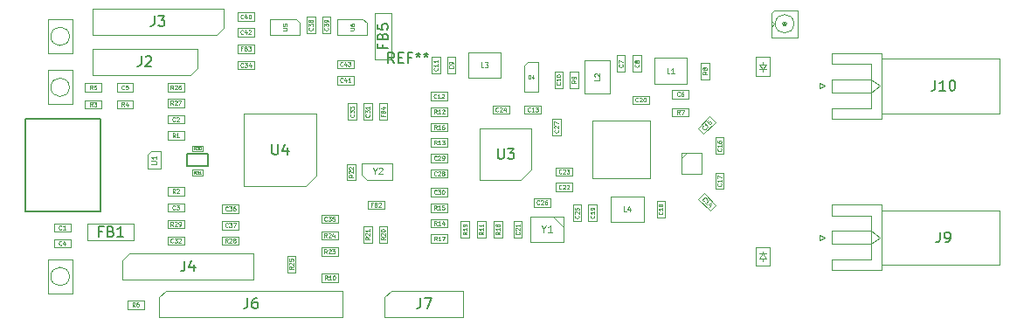
<source format=gbr>
G04 #@! TF.GenerationSoftware,KiCad,Pcbnew,8.0.4*
G04 #@! TF.CreationDate,2024-11-17T23:13:56+01:00*
G04 #@! TF.ProjectId,TEF6687,54454636-3638-4372-9e6b-696361645f70,v1.1*
G04 #@! TF.SameCoordinates,Original*
G04 #@! TF.FileFunction,AssemblyDrawing,Top*
%FSLAX46Y46*%
G04 Gerber Fmt 4.6, Leading zero omitted, Abs format (unit mm)*
G04 Created by KiCad (PCBNEW 8.0.4) date 2024-11-17 23:13:56*
%MOMM*%
%LPD*%
G01*
G04 APERTURE LIST*
%ADD10C,0.150000*%
%ADD11C,0.060000*%
%ADD12C,0.050000*%
%ADD13C,0.080000*%
%ADD14C,0.040000*%
%ADD15C,0.105000*%
%ADD16C,0.075000*%
%ADD17C,0.100000*%
%ADD18C,0.200000*%
%ADD19C,0.127000*%
G04 APERTURE END LIST*
D10*
X147231009Y-51633333D02*
X147231009Y-51966666D01*
X147754819Y-51966666D02*
X146754819Y-51966666D01*
X146754819Y-51966666D02*
X146754819Y-51490476D01*
X147231009Y-50776190D02*
X147278628Y-50633333D01*
X147278628Y-50633333D02*
X147326247Y-50585714D01*
X147326247Y-50585714D02*
X147421485Y-50538095D01*
X147421485Y-50538095D02*
X147564342Y-50538095D01*
X147564342Y-50538095D02*
X147659580Y-50585714D01*
X147659580Y-50585714D02*
X147707200Y-50633333D01*
X147707200Y-50633333D02*
X147754819Y-50728571D01*
X147754819Y-50728571D02*
X147754819Y-51109523D01*
X147754819Y-51109523D02*
X146754819Y-51109523D01*
X146754819Y-51109523D02*
X146754819Y-50776190D01*
X146754819Y-50776190D02*
X146802438Y-50680952D01*
X146802438Y-50680952D02*
X146850057Y-50633333D01*
X146850057Y-50633333D02*
X146945295Y-50585714D01*
X146945295Y-50585714D02*
X147040533Y-50585714D01*
X147040533Y-50585714D02*
X147135771Y-50633333D01*
X147135771Y-50633333D02*
X147183390Y-50680952D01*
X147183390Y-50680952D02*
X147231009Y-50776190D01*
X147231009Y-50776190D02*
X147231009Y-51109523D01*
X146754819Y-49633333D02*
X146754819Y-50109523D01*
X146754819Y-50109523D02*
X147231009Y-50157142D01*
X147231009Y-50157142D02*
X147183390Y-50109523D01*
X147183390Y-50109523D02*
X147135771Y-50014285D01*
X147135771Y-50014285D02*
X147135771Y-49776190D01*
X147135771Y-49776190D02*
X147183390Y-49680952D01*
X147183390Y-49680952D02*
X147231009Y-49633333D01*
X147231009Y-49633333D02*
X147326247Y-49585714D01*
X147326247Y-49585714D02*
X147564342Y-49585714D01*
X147564342Y-49585714D02*
X147659580Y-49633333D01*
X147659580Y-49633333D02*
X147707200Y-49680952D01*
X147707200Y-49680952D02*
X147754819Y-49776190D01*
X147754819Y-49776190D02*
X147754819Y-50014285D01*
X147754819Y-50014285D02*
X147707200Y-50109523D01*
X147707200Y-50109523D02*
X147659580Y-50157142D01*
D11*
X176033333Y-56543832D02*
X176014285Y-56562880D01*
X176014285Y-56562880D02*
X175957143Y-56581927D01*
X175957143Y-56581927D02*
X175919047Y-56581927D01*
X175919047Y-56581927D02*
X175861904Y-56562880D01*
X175861904Y-56562880D02*
X175823809Y-56524784D01*
X175823809Y-56524784D02*
X175804762Y-56486689D01*
X175804762Y-56486689D02*
X175785714Y-56410499D01*
X175785714Y-56410499D02*
X175785714Y-56353356D01*
X175785714Y-56353356D02*
X175804762Y-56277165D01*
X175804762Y-56277165D02*
X175823809Y-56239070D01*
X175823809Y-56239070D02*
X175861904Y-56200975D01*
X175861904Y-56200975D02*
X175919047Y-56181927D01*
X175919047Y-56181927D02*
X175957143Y-56181927D01*
X175957143Y-56181927D02*
X176014285Y-56200975D01*
X176014285Y-56200975D02*
X176033333Y-56220022D01*
X176376190Y-56181927D02*
X176300000Y-56181927D01*
X176300000Y-56181927D02*
X176261904Y-56200975D01*
X176261904Y-56200975D02*
X176242857Y-56220022D01*
X176242857Y-56220022D02*
X176204762Y-56277165D01*
X176204762Y-56277165D02*
X176185714Y-56353356D01*
X176185714Y-56353356D02*
X176185714Y-56505737D01*
X176185714Y-56505737D02*
X176204762Y-56543832D01*
X176204762Y-56543832D02*
X176223809Y-56562880D01*
X176223809Y-56562880D02*
X176261904Y-56581927D01*
X176261904Y-56581927D02*
X176338095Y-56581927D01*
X176338095Y-56581927D02*
X176376190Y-56562880D01*
X176376190Y-56562880D02*
X176395238Y-56543832D01*
X176395238Y-56543832D02*
X176414285Y-56505737D01*
X176414285Y-56505737D02*
X176414285Y-56410499D01*
X176414285Y-56410499D02*
X176395238Y-56372403D01*
X176395238Y-56372403D02*
X176376190Y-56353356D01*
X176376190Y-56353356D02*
X176338095Y-56334308D01*
X176338095Y-56334308D02*
X176261904Y-56334308D01*
X176261904Y-56334308D02*
X176223809Y-56353356D01*
X176223809Y-56353356D02*
X176204762Y-56372403D01*
X176204762Y-56372403D02*
X176185714Y-56410499D01*
X143392857Y-53643832D02*
X143373809Y-53662880D01*
X143373809Y-53662880D02*
X143316667Y-53681927D01*
X143316667Y-53681927D02*
X143278571Y-53681927D01*
X143278571Y-53681927D02*
X143221428Y-53662880D01*
X143221428Y-53662880D02*
X143183333Y-53624784D01*
X143183333Y-53624784D02*
X143164286Y-53586689D01*
X143164286Y-53586689D02*
X143145238Y-53510499D01*
X143145238Y-53510499D02*
X143145238Y-53453356D01*
X143145238Y-53453356D02*
X143164286Y-53377165D01*
X143164286Y-53377165D02*
X143183333Y-53339070D01*
X143183333Y-53339070D02*
X143221428Y-53300975D01*
X143221428Y-53300975D02*
X143278571Y-53281927D01*
X143278571Y-53281927D02*
X143316667Y-53281927D01*
X143316667Y-53281927D02*
X143373809Y-53300975D01*
X143373809Y-53300975D02*
X143392857Y-53320022D01*
X143735714Y-53415260D02*
X143735714Y-53681927D01*
X143640476Y-53262880D02*
X143545238Y-53548594D01*
X143545238Y-53548594D02*
X143792857Y-53548594D01*
X143907142Y-53281927D02*
X144154761Y-53281927D01*
X144154761Y-53281927D02*
X144021428Y-53434308D01*
X144021428Y-53434308D02*
X144078571Y-53434308D01*
X144078571Y-53434308D02*
X144116666Y-53453356D01*
X144116666Y-53453356D02*
X144135714Y-53472403D01*
X144135714Y-53472403D02*
X144154761Y-53510499D01*
X144154761Y-53510499D02*
X144154761Y-53605737D01*
X144154761Y-53605737D02*
X144135714Y-53643832D01*
X144135714Y-53643832D02*
X144116666Y-53662880D01*
X144116666Y-53662880D02*
X144078571Y-53681927D01*
X144078571Y-53681927D02*
X143964285Y-53681927D01*
X143964285Y-53681927D02*
X143926190Y-53662880D01*
X143926190Y-53662880D02*
X143907142Y-53643832D01*
X132242857Y-70781927D02*
X132109524Y-70591451D01*
X132014286Y-70781927D02*
X132014286Y-70381927D01*
X132014286Y-70381927D02*
X132166667Y-70381927D01*
X132166667Y-70381927D02*
X132204762Y-70400975D01*
X132204762Y-70400975D02*
X132223809Y-70420022D01*
X132223809Y-70420022D02*
X132242857Y-70458118D01*
X132242857Y-70458118D02*
X132242857Y-70515260D01*
X132242857Y-70515260D02*
X132223809Y-70553356D01*
X132223809Y-70553356D02*
X132204762Y-70572403D01*
X132204762Y-70572403D02*
X132166667Y-70591451D01*
X132166667Y-70591451D02*
X132014286Y-70591451D01*
X132395238Y-70420022D02*
X132414286Y-70400975D01*
X132414286Y-70400975D02*
X132452381Y-70381927D01*
X132452381Y-70381927D02*
X132547619Y-70381927D01*
X132547619Y-70381927D02*
X132585714Y-70400975D01*
X132585714Y-70400975D02*
X132604762Y-70420022D01*
X132604762Y-70420022D02*
X132623809Y-70458118D01*
X132623809Y-70458118D02*
X132623809Y-70496213D01*
X132623809Y-70496213D02*
X132604762Y-70553356D01*
X132604762Y-70553356D02*
X132376190Y-70781927D01*
X132376190Y-70781927D02*
X132623809Y-70781927D01*
X132852380Y-70553356D02*
X132814285Y-70534308D01*
X132814285Y-70534308D02*
X132795238Y-70515260D01*
X132795238Y-70515260D02*
X132776190Y-70477165D01*
X132776190Y-70477165D02*
X132776190Y-70458118D01*
X132776190Y-70458118D02*
X132795238Y-70420022D01*
X132795238Y-70420022D02*
X132814285Y-70400975D01*
X132814285Y-70400975D02*
X132852380Y-70381927D01*
X132852380Y-70381927D02*
X132928571Y-70381927D01*
X132928571Y-70381927D02*
X132966666Y-70400975D01*
X132966666Y-70400975D02*
X132985714Y-70420022D01*
X132985714Y-70420022D02*
X133004761Y-70458118D01*
X133004761Y-70458118D02*
X133004761Y-70477165D01*
X133004761Y-70477165D02*
X132985714Y-70515260D01*
X132985714Y-70515260D02*
X132966666Y-70534308D01*
X132966666Y-70534308D02*
X132928571Y-70553356D01*
X132928571Y-70553356D02*
X132852380Y-70553356D01*
X132852380Y-70553356D02*
X132814285Y-70572403D01*
X132814285Y-70572403D02*
X132795238Y-70591451D01*
X132795238Y-70591451D02*
X132776190Y-70629546D01*
X132776190Y-70629546D02*
X132776190Y-70705737D01*
X132776190Y-70705737D02*
X132795238Y-70743832D01*
X132795238Y-70743832D02*
X132814285Y-70762880D01*
X132814285Y-70762880D02*
X132852380Y-70781927D01*
X132852380Y-70781927D02*
X132928571Y-70781927D01*
X132928571Y-70781927D02*
X132966666Y-70762880D01*
X132966666Y-70762880D02*
X132985714Y-70743832D01*
X132985714Y-70743832D02*
X133004761Y-70705737D01*
X133004761Y-70705737D02*
X133004761Y-70629546D01*
X133004761Y-70629546D02*
X132985714Y-70591451D01*
X132985714Y-70591451D02*
X132966666Y-70572403D01*
X132966666Y-70572403D02*
X132928571Y-70553356D01*
X152467857Y-58281927D02*
X152334524Y-58091451D01*
X152239286Y-58281927D02*
X152239286Y-57881927D01*
X152239286Y-57881927D02*
X152391667Y-57881927D01*
X152391667Y-57881927D02*
X152429762Y-57900975D01*
X152429762Y-57900975D02*
X152448809Y-57920022D01*
X152448809Y-57920022D02*
X152467857Y-57958118D01*
X152467857Y-57958118D02*
X152467857Y-58015260D01*
X152467857Y-58015260D02*
X152448809Y-58053356D01*
X152448809Y-58053356D02*
X152429762Y-58072403D01*
X152429762Y-58072403D02*
X152391667Y-58091451D01*
X152391667Y-58091451D02*
X152239286Y-58091451D01*
X152848809Y-58281927D02*
X152620238Y-58281927D01*
X152734524Y-58281927D02*
X152734524Y-57881927D01*
X152734524Y-57881927D02*
X152696428Y-57939070D01*
X152696428Y-57939070D02*
X152658333Y-57977165D01*
X152658333Y-57977165D02*
X152620238Y-57996213D01*
X153001190Y-57920022D02*
X153020238Y-57900975D01*
X153020238Y-57900975D02*
X153058333Y-57881927D01*
X153058333Y-57881927D02*
X153153571Y-57881927D01*
X153153571Y-57881927D02*
X153191666Y-57900975D01*
X153191666Y-57900975D02*
X153210714Y-57920022D01*
X153210714Y-57920022D02*
X153229761Y-57958118D01*
X153229761Y-57958118D02*
X153229761Y-57996213D01*
X153229761Y-57996213D02*
X153210714Y-58053356D01*
X153210714Y-58053356D02*
X152982142Y-58281927D01*
X152982142Y-58281927D02*
X153229761Y-58281927D01*
X122208333Y-55893832D02*
X122189285Y-55912880D01*
X122189285Y-55912880D02*
X122132143Y-55931927D01*
X122132143Y-55931927D02*
X122094047Y-55931927D01*
X122094047Y-55931927D02*
X122036904Y-55912880D01*
X122036904Y-55912880D02*
X121998809Y-55874784D01*
X121998809Y-55874784D02*
X121979762Y-55836689D01*
X121979762Y-55836689D02*
X121960714Y-55760499D01*
X121960714Y-55760499D02*
X121960714Y-55703356D01*
X121960714Y-55703356D02*
X121979762Y-55627165D01*
X121979762Y-55627165D02*
X121998809Y-55589070D01*
X121998809Y-55589070D02*
X122036904Y-55550975D01*
X122036904Y-55550975D02*
X122094047Y-55531927D01*
X122094047Y-55531927D02*
X122132143Y-55531927D01*
X122132143Y-55531927D02*
X122189285Y-55550975D01*
X122189285Y-55550975D02*
X122208333Y-55570022D01*
X122570238Y-55531927D02*
X122379762Y-55531927D01*
X122379762Y-55531927D02*
X122360714Y-55722403D01*
X122360714Y-55722403D02*
X122379762Y-55703356D01*
X122379762Y-55703356D02*
X122417857Y-55684308D01*
X122417857Y-55684308D02*
X122513095Y-55684308D01*
X122513095Y-55684308D02*
X122551190Y-55703356D01*
X122551190Y-55703356D02*
X122570238Y-55722403D01*
X122570238Y-55722403D02*
X122589285Y-55760499D01*
X122589285Y-55760499D02*
X122589285Y-55855737D01*
X122589285Y-55855737D02*
X122570238Y-55893832D01*
X122570238Y-55893832D02*
X122551190Y-55912880D01*
X122551190Y-55912880D02*
X122513095Y-55931927D01*
X122513095Y-55931927D02*
X122417857Y-55931927D01*
X122417857Y-55931927D02*
X122379762Y-55912880D01*
X122379762Y-55912880D02*
X122360714Y-55893832D01*
X137581927Y-50204761D02*
X137905737Y-50204761D01*
X137905737Y-50204761D02*
X137943832Y-50185714D01*
X137943832Y-50185714D02*
X137962880Y-50166666D01*
X137962880Y-50166666D02*
X137981927Y-50128571D01*
X137981927Y-50128571D02*
X137981927Y-50052380D01*
X137981927Y-50052380D02*
X137962880Y-50014285D01*
X137962880Y-50014285D02*
X137943832Y-49995238D01*
X137943832Y-49995238D02*
X137905737Y-49976190D01*
X137905737Y-49976190D02*
X137581927Y-49976190D01*
X137581927Y-49595237D02*
X137581927Y-49785713D01*
X137581927Y-49785713D02*
X137772403Y-49804761D01*
X137772403Y-49804761D02*
X137753356Y-49785713D01*
X137753356Y-49785713D02*
X137734308Y-49747618D01*
X137734308Y-49747618D02*
X137734308Y-49652380D01*
X137734308Y-49652380D02*
X137753356Y-49614285D01*
X137753356Y-49614285D02*
X137772403Y-49595237D01*
X137772403Y-49595237D02*
X137810499Y-49576190D01*
X137810499Y-49576190D02*
X137905737Y-49576190D01*
X137905737Y-49576190D02*
X137943832Y-49595237D01*
X137943832Y-49595237D02*
X137962880Y-49614285D01*
X137962880Y-49614285D02*
X137981927Y-49652380D01*
X137981927Y-49652380D02*
X137981927Y-49747618D01*
X137981927Y-49747618D02*
X137962880Y-49785713D01*
X137962880Y-49785713D02*
X137943832Y-49804761D01*
D12*
X161401309Y-54895438D02*
X161401309Y-54575438D01*
X161401309Y-54575438D02*
X161477499Y-54575438D01*
X161477499Y-54575438D02*
X161523214Y-54590676D01*
X161523214Y-54590676D02*
X161553690Y-54621152D01*
X161553690Y-54621152D02*
X161568928Y-54651628D01*
X161568928Y-54651628D02*
X161584166Y-54712580D01*
X161584166Y-54712580D02*
X161584166Y-54758295D01*
X161584166Y-54758295D02*
X161568928Y-54819247D01*
X161568928Y-54819247D02*
X161553690Y-54849723D01*
X161553690Y-54849723D02*
X161523214Y-54880200D01*
X161523214Y-54880200D02*
X161477499Y-54895438D01*
X161477499Y-54895438D02*
X161401309Y-54895438D01*
X161858452Y-54682104D02*
X161858452Y-54895438D01*
X161782261Y-54560200D02*
X161706071Y-54788771D01*
X161706071Y-54788771D02*
X161904166Y-54788771D01*
D13*
X146514285Y-63837697D02*
X146514285Y-64123411D01*
X146314285Y-63523411D02*
X146514285Y-63837697D01*
X146514285Y-63837697D02*
X146714285Y-63523411D01*
X146885714Y-63580554D02*
X146914286Y-63551982D01*
X146914286Y-63551982D02*
X146971429Y-63523411D01*
X146971429Y-63523411D02*
X147114286Y-63523411D01*
X147114286Y-63523411D02*
X147171429Y-63551982D01*
X147171429Y-63551982D02*
X147200000Y-63580554D01*
X147200000Y-63580554D02*
X147228571Y-63637697D01*
X147228571Y-63637697D02*
X147228571Y-63694840D01*
X147228571Y-63694840D02*
X147200000Y-63780554D01*
X147200000Y-63780554D02*
X146857143Y-64123411D01*
X146857143Y-64123411D02*
X147228571Y-64123411D01*
X170858666Y-67791149D02*
X170620571Y-67791149D01*
X170620571Y-67791149D02*
X170620571Y-67291149D01*
X171239619Y-67457816D02*
X171239619Y-67791149D01*
X171120571Y-67267340D02*
X171001524Y-67624482D01*
X171001524Y-67624482D02*
X171311047Y-67624482D01*
D11*
X122208333Y-57581927D02*
X122075000Y-57391451D01*
X121979762Y-57581927D02*
X121979762Y-57181927D01*
X121979762Y-57181927D02*
X122132143Y-57181927D01*
X122132143Y-57181927D02*
X122170238Y-57200975D01*
X122170238Y-57200975D02*
X122189285Y-57220022D01*
X122189285Y-57220022D02*
X122208333Y-57258118D01*
X122208333Y-57258118D02*
X122208333Y-57315260D01*
X122208333Y-57315260D02*
X122189285Y-57353356D01*
X122189285Y-57353356D02*
X122170238Y-57372403D01*
X122170238Y-57372403D02*
X122132143Y-57391451D01*
X122132143Y-57391451D02*
X121979762Y-57391451D01*
X122551190Y-57315260D02*
X122551190Y-57581927D01*
X122455952Y-57162880D02*
X122360714Y-57448594D01*
X122360714Y-57448594D02*
X122608333Y-57448594D01*
X144443832Y-58357142D02*
X144462880Y-58376190D01*
X144462880Y-58376190D02*
X144481927Y-58433332D01*
X144481927Y-58433332D02*
X144481927Y-58471428D01*
X144481927Y-58471428D02*
X144462880Y-58528571D01*
X144462880Y-58528571D02*
X144424784Y-58566666D01*
X144424784Y-58566666D02*
X144386689Y-58585713D01*
X144386689Y-58585713D02*
X144310499Y-58604761D01*
X144310499Y-58604761D02*
X144253356Y-58604761D01*
X144253356Y-58604761D02*
X144177165Y-58585713D01*
X144177165Y-58585713D02*
X144139070Y-58566666D01*
X144139070Y-58566666D02*
X144100975Y-58528571D01*
X144100975Y-58528571D02*
X144081927Y-58471428D01*
X144081927Y-58471428D02*
X144081927Y-58433332D01*
X144081927Y-58433332D02*
X144100975Y-58376190D01*
X144100975Y-58376190D02*
X144120022Y-58357142D01*
X144081927Y-58223809D02*
X144081927Y-57976190D01*
X144081927Y-57976190D02*
X144234308Y-58109523D01*
X144234308Y-58109523D02*
X144234308Y-58052380D01*
X144234308Y-58052380D02*
X144253356Y-58014285D01*
X144253356Y-58014285D02*
X144272403Y-57995237D01*
X144272403Y-57995237D02*
X144310499Y-57976190D01*
X144310499Y-57976190D02*
X144405737Y-57976190D01*
X144405737Y-57976190D02*
X144443832Y-57995237D01*
X144443832Y-57995237D02*
X144462880Y-58014285D01*
X144462880Y-58014285D02*
X144481927Y-58052380D01*
X144481927Y-58052380D02*
X144481927Y-58166666D01*
X144481927Y-58166666D02*
X144462880Y-58204761D01*
X144462880Y-58204761D02*
X144443832Y-58223809D01*
X144081927Y-57842857D02*
X144081927Y-57595238D01*
X144081927Y-57595238D02*
X144234308Y-57728571D01*
X144234308Y-57728571D02*
X144234308Y-57671428D01*
X144234308Y-57671428D02*
X144253356Y-57633333D01*
X144253356Y-57633333D02*
X144272403Y-57614285D01*
X144272403Y-57614285D02*
X144310499Y-57595238D01*
X144310499Y-57595238D02*
X144405737Y-57595238D01*
X144405737Y-57595238D02*
X144443832Y-57614285D01*
X144443832Y-57614285D02*
X144462880Y-57633333D01*
X144462880Y-57633333D02*
X144481927Y-57671428D01*
X144481927Y-57671428D02*
X144481927Y-57785714D01*
X144481927Y-57785714D02*
X144462880Y-57823809D01*
X144462880Y-57823809D02*
X144443832Y-57842857D01*
X162442857Y-67043832D02*
X162423809Y-67062880D01*
X162423809Y-67062880D02*
X162366667Y-67081927D01*
X162366667Y-67081927D02*
X162328571Y-67081927D01*
X162328571Y-67081927D02*
X162271428Y-67062880D01*
X162271428Y-67062880D02*
X162233333Y-67024784D01*
X162233333Y-67024784D02*
X162214286Y-66986689D01*
X162214286Y-66986689D02*
X162195238Y-66910499D01*
X162195238Y-66910499D02*
X162195238Y-66853356D01*
X162195238Y-66853356D02*
X162214286Y-66777165D01*
X162214286Y-66777165D02*
X162233333Y-66739070D01*
X162233333Y-66739070D02*
X162271428Y-66700975D01*
X162271428Y-66700975D02*
X162328571Y-66681927D01*
X162328571Y-66681927D02*
X162366667Y-66681927D01*
X162366667Y-66681927D02*
X162423809Y-66700975D01*
X162423809Y-66700975D02*
X162442857Y-66720022D01*
X162595238Y-66720022D02*
X162614286Y-66700975D01*
X162614286Y-66700975D02*
X162652381Y-66681927D01*
X162652381Y-66681927D02*
X162747619Y-66681927D01*
X162747619Y-66681927D02*
X162785714Y-66700975D01*
X162785714Y-66700975D02*
X162804762Y-66720022D01*
X162804762Y-66720022D02*
X162823809Y-66758118D01*
X162823809Y-66758118D02*
X162823809Y-66796213D01*
X162823809Y-66796213D02*
X162804762Y-66853356D01*
X162804762Y-66853356D02*
X162576190Y-67081927D01*
X162576190Y-67081927D02*
X162823809Y-67081927D01*
X163166666Y-66681927D02*
X163090476Y-66681927D01*
X163090476Y-66681927D02*
X163052380Y-66700975D01*
X163052380Y-66700975D02*
X163033333Y-66720022D01*
X163033333Y-66720022D02*
X162995238Y-66777165D01*
X162995238Y-66777165D02*
X162976190Y-66853356D01*
X162976190Y-66853356D02*
X162976190Y-67005737D01*
X162976190Y-67005737D02*
X162995238Y-67043832D01*
X162995238Y-67043832D02*
X163014285Y-67062880D01*
X163014285Y-67062880D02*
X163052380Y-67081927D01*
X163052380Y-67081927D02*
X163128571Y-67081927D01*
X163128571Y-67081927D02*
X163166666Y-67062880D01*
X163166666Y-67062880D02*
X163185714Y-67043832D01*
X163185714Y-67043832D02*
X163204761Y-67005737D01*
X163204761Y-67005737D02*
X163204761Y-66910499D01*
X163204761Y-66910499D02*
X163185714Y-66872403D01*
X163185714Y-66872403D02*
X163166666Y-66853356D01*
X163166666Y-66853356D02*
X163128571Y-66834308D01*
X163128571Y-66834308D02*
X163052380Y-66834308D01*
X163052380Y-66834308D02*
X163014285Y-66853356D01*
X163014285Y-66853356D02*
X162995238Y-66872403D01*
X162995238Y-66872403D02*
X162976190Y-66910499D01*
X152467857Y-67581927D02*
X152334524Y-67391451D01*
X152239286Y-67581927D02*
X152239286Y-67181927D01*
X152239286Y-67181927D02*
X152391667Y-67181927D01*
X152391667Y-67181927D02*
X152429762Y-67200975D01*
X152429762Y-67200975D02*
X152448809Y-67220022D01*
X152448809Y-67220022D02*
X152467857Y-67258118D01*
X152467857Y-67258118D02*
X152467857Y-67315260D01*
X152467857Y-67315260D02*
X152448809Y-67353356D01*
X152448809Y-67353356D02*
X152429762Y-67372403D01*
X152429762Y-67372403D02*
X152391667Y-67391451D01*
X152391667Y-67391451D02*
X152239286Y-67391451D01*
X152848809Y-67581927D02*
X152620238Y-67581927D01*
X152734524Y-67581927D02*
X152734524Y-67181927D01*
X152734524Y-67181927D02*
X152696428Y-67239070D01*
X152696428Y-67239070D02*
X152658333Y-67277165D01*
X152658333Y-67277165D02*
X152620238Y-67296213D01*
X153210714Y-67181927D02*
X153020238Y-67181927D01*
X153020238Y-67181927D02*
X153001190Y-67372403D01*
X153001190Y-67372403D02*
X153020238Y-67353356D01*
X153020238Y-67353356D02*
X153058333Y-67334308D01*
X153058333Y-67334308D02*
X153153571Y-67334308D01*
X153153571Y-67334308D02*
X153191666Y-67353356D01*
X153191666Y-67353356D02*
X153210714Y-67372403D01*
X153210714Y-67372403D02*
X153229761Y-67410499D01*
X153229761Y-67410499D02*
X153229761Y-67505737D01*
X153229761Y-67505737D02*
X153210714Y-67543832D01*
X153210714Y-67543832D02*
X153191666Y-67562880D01*
X153191666Y-67562880D02*
X153153571Y-67581927D01*
X153153571Y-67581927D02*
X153058333Y-67581927D01*
X153058333Y-67581927D02*
X153020238Y-67562880D01*
X153020238Y-67562880D02*
X153001190Y-67543832D01*
D10*
X201261666Y-69754819D02*
X201261666Y-70469104D01*
X201261666Y-70469104D02*
X201214047Y-70611961D01*
X201214047Y-70611961D02*
X201118809Y-70707200D01*
X201118809Y-70707200D02*
X200975952Y-70754819D01*
X200975952Y-70754819D02*
X200880714Y-70754819D01*
X201785476Y-70754819D02*
X201975952Y-70754819D01*
X201975952Y-70754819D02*
X202071190Y-70707200D01*
X202071190Y-70707200D02*
X202118809Y-70659580D01*
X202118809Y-70659580D02*
X202214047Y-70516723D01*
X202214047Y-70516723D02*
X202261666Y-70326247D01*
X202261666Y-70326247D02*
X202261666Y-69945295D01*
X202261666Y-69945295D02*
X202214047Y-69850057D01*
X202214047Y-69850057D02*
X202166428Y-69802438D01*
X202166428Y-69802438D02*
X202071190Y-69754819D01*
X202071190Y-69754819D02*
X201880714Y-69754819D01*
X201880714Y-69754819D02*
X201785476Y-69802438D01*
X201785476Y-69802438D02*
X201737857Y-69850057D01*
X201737857Y-69850057D02*
X201690238Y-69945295D01*
X201690238Y-69945295D02*
X201690238Y-70183390D01*
X201690238Y-70183390D02*
X201737857Y-70278628D01*
X201737857Y-70278628D02*
X201785476Y-70326247D01*
X201785476Y-70326247D02*
X201880714Y-70373866D01*
X201880714Y-70373866D02*
X202071190Y-70373866D01*
X202071190Y-70373866D02*
X202166428Y-70326247D01*
X202166428Y-70326247D02*
X202214047Y-70278628D01*
X202214047Y-70278628D02*
X202261666Y-70183390D01*
D11*
X132242857Y-67643832D02*
X132223809Y-67662880D01*
X132223809Y-67662880D02*
X132166667Y-67681927D01*
X132166667Y-67681927D02*
X132128571Y-67681927D01*
X132128571Y-67681927D02*
X132071428Y-67662880D01*
X132071428Y-67662880D02*
X132033333Y-67624784D01*
X132033333Y-67624784D02*
X132014286Y-67586689D01*
X132014286Y-67586689D02*
X131995238Y-67510499D01*
X131995238Y-67510499D02*
X131995238Y-67453356D01*
X131995238Y-67453356D02*
X132014286Y-67377165D01*
X132014286Y-67377165D02*
X132033333Y-67339070D01*
X132033333Y-67339070D02*
X132071428Y-67300975D01*
X132071428Y-67300975D02*
X132128571Y-67281927D01*
X132128571Y-67281927D02*
X132166667Y-67281927D01*
X132166667Y-67281927D02*
X132223809Y-67300975D01*
X132223809Y-67300975D02*
X132242857Y-67320022D01*
X132376190Y-67281927D02*
X132623809Y-67281927D01*
X132623809Y-67281927D02*
X132490476Y-67434308D01*
X132490476Y-67434308D02*
X132547619Y-67434308D01*
X132547619Y-67434308D02*
X132585714Y-67453356D01*
X132585714Y-67453356D02*
X132604762Y-67472403D01*
X132604762Y-67472403D02*
X132623809Y-67510499D01*
X132623809Y-67510499D02*
X132623809Y-67605737D01*
X132623809Y-67605737D02*
X132604762Y-67643832D01*
X132604762Y-67643832D02*
X132585714Y-67662880D01*
X132585714Y-67662880D02*
X132547619Y-67681927D01*
X132547619Y-67681927D02*
X132433333Y-67681927D01*
X132433333Y-67681927D02*
X132395238Y-67662880D01*
X132395238Y-67662880D02*
X132376190Y-67643832D01*
X132966666Y-67281927D02*
X132890476Y-67281927D01*
X132890476Y-67281927D02*
X132852380Y-67300975D01*
X132852380Y-67300975D02*
X132833333Y-67320022D01*
X132833333Y-67320022D02*
X132795238Y-67377165D01*
X132795238Y-67377165D02*
X132776190Y-67453356D01*
X132776190Y-67453356D02*
X132776190Y-67605737D01*
X132776190Y-67605737D02*
X132795238Y-67643832D01*
X132795238Y-67643832D02*
X132814285Y-67662880D01*
X132814285Y-67662880D02*
X132852380Y-67681927D01*
X132852380Y-67681927D02*
X132928571Y-67681927D01*
X132928571Y-67681927D02*
X132966666Y-67662880D01*
X132966666Y-67662880D02*
X132985714Y-67643832D01*
X132985714Y-67643832D02*
X133004761Y-67605737D01*
X133004761Y-67605737D02*
X133004761Y-67510499D01*
X133004761Y-67510499D02*
X132985714Y-67472403D01*
X132985714Y-67472403D02*
X132966666Y-67453356D01*
X132966666Y-67453356D02*
X132928571Y-67434308D01*
X132928571Y-67434308D02*
X132852380Y-67434308D01*
X132852380Y-67434308D02*
X132814285Y-67453356D01*
X132814285Y-67453356D02*
X132795238Y-67472403D01*
X132795238Y-67472403D02*
X132776190Y-67510499D01*
X164567857Y-65543832D02*
X164548809Y-65562880D01*
X164548809Y-65562880D02*
X164491667Y-65581927D01*
X164491667Y-65581927D02*
X164453571Y-65581927D01*
X164453571Y-65581927D02*
X164396428Y-65562880D01*
X164396428Y-65562880D02*
X164358333Y-65524784D01*
X164358333Y-65524784D02*
X164339286Y-65486689D01*
X164339286Y-65486689D02*
X164320238Y-65410499D01*
X164320238Y-65410499D02*
X164320238Y-65353356D01*
X164320238Y-65353356D02*
X164339286Y-65277165D01*
X164339286Y-65277165D02*
X164358333Y-65239070D01*
X164358333Y-65239070D02*
X164396428Y-65200975D01*
X164396428Y-65200975D02*
X164453571Y-65181927D01*
X164453571Y-65181927D02*
X164491667Y-65181927D01*
X164491667Y-65181927D02*
X164548809Y-65200975D01*
X164548809Y-65200975D02*
X164567857Y-65220022D01*
X164720238Y-65220022D02*
X164739286Y-65200975D01*
X164739286Y-65200975D02*
X164777381Y-65181927D01*
X164777381Y-65181927D02*
X164872619Y-65181927D01*
X164872619Y-65181927D02*
X164910714Y-65200975D01*
X164910714Y-65200975D02*
X164929762Y-65220022D01*
X164929762Y-65220022D02*
X164948809Y-65258118D01*
X164948809Y-65258118D02*
X164948809Y-65296213D01*
X164948809Y-65296213D02*
X164929762Y-65353356D01*
X164929762Y-65353356D02*
X164701190Y-65581927D01*
X164701190Y-65581927D02*
X164948809Y-65581927D01*
X165101190Y-65220022D02*
X165120238Y-65200975D01*
X165120238Y-65200975D02*
X165158333Y-65181927D01*
X165158333Y-65181927D02*
X165253571Y-65181927D01*
X165253571Y-65181927D02*
X165291666Y-65200975D01*
X165291666Y-65200975D02*
X165310714Y-65220022D01*
X165310714Y-65220022D02*
X165329761Y-65258118D01*
X165329761Y-65258118D02*
X165329761Y-65296213D01*
X165329761Y-65296213D02*
X165310714Y-65353356D01*
X165310714Y-65353356D02*
X165082142Y-65581927D01*
X165082142Y-65581927D02*
X165329761Y-65581927D01*
X145943832Y-58357142D02*
X145962880Y-58376190D01*
X145962880Y-58376190D02*
X145981927Y-58433332D01*
X145981927Y-58433332D02*
X145981927Y-58471428D01*
X145981927Y-58471428D02*
X145962880Y-58528571D01*
X145962880Y-58528571D02*
X145924784Y-58566666D01*
X145924784Y-58566666D02*
X145886689Y-58585713D01*
X145886689Y-58585713D02*
X145810499Y-58604761D01*
X145810499Y-58604761D02*
X145753356Y-58604761D01*
X145753356Y-58604761D02*
X145677165Y-58585713D01*
X145677165Y-58585713D02*
X145639070Y-58566666D01*
X145639070Y-58566666D02*
X145600975Y-58528571D01*
X145600975Y-58528571D02*
X145581927Y-58471428D01*
X145581927Y-58471428D02*
X145581927Y-58433332D01*
X145581927Y-58433332D02*
X145600975Y-58376190D01*
X145600975Y-58376190D02*
X145620022Y-58357142D01*
X145581927Y-58223809D02*
X145581927Y-57976190D01*
X145581927Y-57976190D02*
X145734308Y-58109523D01*
X145734308Y-58109523D02*
X145734308Y-58052380D01*
X145734308Y-58052380D02*
X145753356Y-58014285D01*
X145753356Y-58014285D02*
X145772403Y-57995237D01*
X145772403Y-57995237D02*
X145810499Y-57976190D01*
X145810499Y-57976190D02*
X145905737Y-57976190D01*
X145905737Y-57976190D02*
X145943832Y-57995237D01*
X145943832Y-57995237D02*
X145962880Y-58014285D01*
X145962880Y-58014285D02*
X145981927Y-58052380D01*
X145981927Y-58052380D02*
X145981927Y-58166666D01*
X145981927Y-58166666D02*
X145962880Y-58204761D01*
X145962880Y-58204761D02*
X145943832Y-58223809D01*
X145981927Y-57595238D02*
X145981927Y-57823809D01*
X145981927Y-57709523D02*
X145581927Y-57709523D01*
X145581927Y-57709523D02*
X145639070Y-57747619D01*
X145639070Y-57747619D02*
X145677165Y-57785714D01*
X145677165Y-57785714D02*
X145696213Y-57823809D01*
X152442857Y-56743832D02*
X152423809Y-56762880D01*
X152423809Y-56762880D02*
X152366667Y-56781927D01*
X152366667Y-56781927D02*
X152328571Y-56781927D01*
X152328571Y-56781927D02*
X152271428Y-56762880D01*
X152271428Y-56762880D02*
X152233333Y-56724784D01*
X152233333Y-56724784D02*
X152214286Y-56686689D01*
X152214286Y-56686689D02*
X152195238Y-56610499D01*
X152195238Y-56610499D02*
X152195238Y-56553356D01*
X152195238Y-56553356D02*
X152214286Y-56477165D01*
X152214286Y-56477165D02*
X152233333Y-56439070D01*
X152233333Y-56439070D02*
X152271428Y-56400975D01*
X152271428Y-56400975D02*
X152328571Y-56381927D01*
X152328571Y-56381927D02*
X152366667Y-56381927D01*
X152366667Y-56381927D02*
X152423809Y-56400975D01*
X152423809Y-56400975D02*
X152442857Y-56420022D01*
X152823809Y-56781927D02*
X152595238Y-56781927D01*
X152709524Y-56781927D02*
X152709524Y-56381927D01*
X152709524Y-56381927D02*
X152671428Y-56439070D01*
X152671428Y-56439070D02*
X152633333Y-56477165D01*
X152633333Y-56477165D02*
X152595238Y-56496213D01*
X152976190Y-56420022D02*
X152995238Y-56400975D01*
X152995238Y-56400975D02*
X153033333Y-56381927D01*
X153033333Y-56381927D02*
X153128571Y-56381927D01*
X153128571Y-56381927D02*
X153166666Y-56400975D01*
X153166666Y-56400975D02*
X153185714Y-56420022D01*
X153185714Y-56420022D02*
X153204761Y-56458118D01*
X153204761Y-56458118D02*
X153204761Y-56496213D01*
X153204761Y-56496213D02*
X153185714Y-56553356D01*
X153185714Y-56553356D02*
X152957142Y-56781927D01*
X152957142Y-56781927D02*
X153204761Y-56781927D01*
X138581927Y-73107142D02*
X138391451Y-73240475D01*
X138581927Y-73335713D02*
X138181927Y-73335713D01*
X138181927Y-73335713D02*
X138181927Y-73183332D01*
X138181927Y-73183332D02*
X138200975Y-73145237D01*
X138200975Y-73145237D02*
X138220022Y-73126190D01*
X138220022Y-73126190D02*
X138258118Y-73107142D01*
X138258118Y-73107142D02*
X138315260Y-73107142D01*
X138315260Y-73107142D02*
X138353356Y-73126190D01*
X138353356Y-73126190D02*
X138372403Y-73145237D01*
X138372403Y-73145237D02*
X138391451Y-73183332D01*
X138391451Y-73183332D02*
X138391451Y-73335713D01*
X138220022Y-72954761D02*
X138200975Y-72935713D01*
X138200975Y-72935713D02*
X138181927Y-72897618D01*
X138181927Y-72897618D02*
X138181927Y-72802380D01*
X138181927Y-72802380D02*
X138200975Y-72764285D01*
X138200975Y-72764285D02*
X138220022Y-72745237D01*
X138220022Y-72745237D02*
X138258118Y-72726190D01*
X138258118Y-72726190D02*
X138296213Y-72726190D01*
X138296213Y-72726190D02*
X138353356Y-72745237D01*
X138353356Y-72745237D02*
X138581927Y-72973809D01*
X138581927Y-72973809D02*
X138581927Y-72726190D01*
X138181927Y-72364285D02*
X138181927Y-72554761D01*
X138181927Y-72554761D02*
X138372403Y-72573809D01*
X138372403Y-72573809D02*
X138353356Y-72554761D01*
X138353356Y-72554761D02*
X138334308Y-72516666D01*
X138334308Y-72516666D02*
X138334308Y-72421428D01*
X138334308Y-72421428D02*
X138353356Y-72383333D01*
X138353356Y-72383333D02*
X138372403Y-72364285D01*
X138372403Y-72364285D02*
X138410499Y-72345238D01*
X138410499Y-72345238D02*
X138505737Y-72345238D01*
X138505737Y-72345238D02*
X138543832Y-72364285D01*
X138543832Y-72364285D02*
X138562880Y-72383333D01*
X138562880Y-72383333D02*
X138581927Y-72421428D01*
X138581927Y-72421428D02*
X138581927Y-72516666D01*
X138581927Y-72516666D02*
X138562880Y-72554761D01*
X138562880Y-72554761D02*
X138543832Y-72573809D01*
X174343832Y-67807142D02*
X174362880Y-67826190D01*
X174362880Y-67826190D02*
X174381927Y-67883332D01*
X174381927Y-67883332D02*
X174381927Y-67921428D01*
X174381927Y-67921428D02*
X174362880Y-67978571D01*
X174362880Y-67978571D02*
X174324784Y-68016666D01*
X174324784Y-68016666D02*
X174286689Y-68035713D01*
X174286689Y-68035713D02*
X174210499Y-68054761D01*
X174210499Y-68054761D02*
X174153356Y-68054761D01*
X174153356Y-68054761D02*
X174077165Y-68035713D01*
X174077165Y-68035713D02*
X174039070Y-68016666D01*
X174039070Y-68016666D02*
X174000975Y-67978571D01*
X174000975Y-67978571D02*
X173981927Y-67921428D01*
X173981927Y-67921428D02*
X173981927Y-67883332D01*
X173981927Y-67883332D02*
X174000975Y-67826190D01*
X174000975Y-67826190D02*
X174020022Y-67807142D01*
X174381927Y-67426190D02*
X174381927Y-67654761D01*
X174381927Y-67540475D02*
X173981927Y-67540475D01*
X173981927Y-67540475D02*
X174039070Y-67578571D01*
X174039070Y-67578571D02*
X174077165Y-67616666D01*
X174077165Y-67616666D02*
X174096213Y-67654761D01*
X174153356Y-67197619D02*
X174134308Y-67235714D01*
X174134308Y-67235714D02*
X174115260Y-67254761D01*
X174115260Y-67254761D02*
X174077165Y-67273809D01*
X174077165Y-67273809D02*
X174058118Y-67273809D01*
X174058118Y-67273809D02*
X174020022Y-67254761D01*
X174020022Y-67254761D02*
X174000975Y-67235714D01*
X174000975Y-67235714D02*
X173981927Y-67197619D01*
X173981927Y-67197619D02*
X173981927Y-67121428D01*
X173981927Y-67121428D02*
X174000975Y-67083333D01*
X174000975Y-67083333D02*
X174020022Y-67064285D01*
X174020022Y-67064285D02*
X174058118Y-67045238D01*
X174058118Y-67045238D02*
X174077165Y-67045238D01*
X174077165Y-67045238D02*
X174115260Y-67064285D01*
X174115260Y-67064285D02*
X174134308Y-67083333D01*
X174134308Y-67083333D02*
X174153356Y-67121428D01*
X174153356Y-67121428D02*
X174153356Y-67197619D01*
X174153356Y-67197619D02*
X174172403Y-67235714D01*
X174172403Y-67235714D02*
X174191451Y-67254761D01*
X174191451Y-67254761D02*
X174229546Y-67273809D01*
X174229546Y-67273809D02*
X174305737Y-67273809D01*
X174305737Y-67273809D02*
X174343832Y-67254761D01*
X174343832Y-67254761D02*
X174362880Y-67235714D01*
X174362880Y-67235714D02*
X174381927Y-67197619D01*
X174381927Y-67197619D02*
X174381927Y-67121428D01*
X174381927Y-67121428D02*
X174362880Y-67083333D01*
X174362880Y-67083333D02*
X174343832Y-67064285D01*
X174343832Y-67064285D02*
X174305737Y-67045238D01*
X174305737Y-67045238D02*
X174229546Y-67045238D01*
X174229546Y-67045238D02*
X174191451Y-67064285D01*
X174191451Y-67064285D02*
X174172403Y-67083333D01*
X174172403Y-67083333D02*
X174153356Y-67121428D01*
X126942857Y-70743832D02*
X126923809Y-70762880D01*
X126923809Y-70762880D02*
X126866667Y-70781927D01*
X126866667Y-70781927D02*
X126828571Y-70781927D01*
X126828571Y-70781927D02*
X126771428Y-70762880D01*
X126771428Y-70762880D02*
X126733333Y-70724784D01*
X126733333Y-70724784D02*
X126714286Y-70686689D01*
X126714286Y-70686689D02*
X126695238Y-70610499D01*
X126695238Y-70610499D02*
X126695238Y-70553356D01*
X126695238Y-70553356D02*
X126714286Y-70477165D01*
X126714286Y-70477165D02*
X126733333Y-70439070D01*
X126733333Y-70439070D02*
X126771428Y-70400975D01*
X126771428Y-70400975D02*
X126828571Y-70381927D01*
X126828571Y-70381927D02*
X126866667Y-70381927D01*
X126866667Y-70381927D02*
X126923809Y-70400975D01*
X126923809Y-70400975D02*
X126942857Y-70420022D01*
X127076190Y-70381927D02*
X127323809Y-70381927D01*
X127323809Y-70381927D02*
X127190476Y-70534308D01*
X127190476Y-70534308D02*
X127247619Y-70534308D01*
X127247619Y-70534308D02*
X127285714Y-70553356D01*
X127285714Y-70553356D02*
X127304762Y-70572403D01*
X127304762Y-70572403D02*
X127323809Y-70610499D01*
X127323809Y-70610499D02*
X127323809Y-70705737D01*
X127323809Y-70705737D02*
X127304762Y-70743832D01*
X127304762Y-70743832D02*
X127285714Y-70762880D01*
X127285714Y-70762880D02*
X127247619Y-70781927D01*
X127247619Y-70781927D02*
X127133333Y-70781927D01*
X127133333Y-70781927D02*
X127095238Y-70762880D01*
X127095238Y-70762880D02*
X127076190Y-70743832D01*
X127476190Y-70420022D02*
X127495238Y-70400975D01*
X127495238Y-70400975D02*
X127533333Y-70381927D01*
X127533333Y-70381927D02*
X127628571Y-70381927D01*
X127628571Y-70381927D02*
X127666666Y-70400975D01*
X127666666Y-70400975D02*
X127685714Y-70420022D01*
X127685714Y-70420022D02*
X127704761Y-70458118D01*
X127704761Y-70458118D02*
X127704761Y-70496213D01*
X127704761Y-70496213D02*
X127685714Y-70553356D01*
X127685714Y-70553356D02*
X127457142Y-70781927D01*
X127457142Y-70781927D02*
X127704761Y-70781927D01*
X178681927Y-54216666D02*
X178491451Y-54349999D01*
X178681927Y-54445237D02*
X178281927Y-54445237D01*
X178281927Y-54445237D02*
X178281927Y-54292856D01*
X178281927Y-54292856D02*
X178300975Y-54254761D01*
X178300975Y-54254761D02*
X178320022Y-54235714D01*
X178320022Y-54235714D02*
X178358118Y-54216666D01*
X178358118Y-54216666D02*
X178415260Y-54216666D01*
X178415260Y-54216666D02*
X178453356Y-54235714D01*
X178453356Y-54235714D02*
X178472403Y-54254761D01*
X178472403Y-54254761D02*
X178491451Y-54292856D01*
X178491451Y-54292856D02*
X178491451Y-54445237D01*
X178453356Y-53988095D02*
X178434308Y-54026190D01*
X178434308Y-54026190D02*
X178415260Y-54045237D01*
X178415260Y-54045237D02*
X178377165Y-54064285D01*
X178377165Y-54064285D02*
X178358118Y-54064285D01*
X178358118Y-54064285D02*
X178320022Y-54045237D01*
X178320022Y-54045237D02*
X178300975Y-54026190D01*
X178300975Y-54026190D02*
X178281927Y-53988095D01*
X178281927Y-53988095D02*
X178281927Y-53911904D01*
X178281927Y-53911904D02*
X178300975Y-53873809D01*
X178300975Y-53873809D02*
X178320022Y-53854761D01*
X178320022Y-53854761D02*
X178358118Y-53835714D01*
X178358118Y-53835714D02*
X178377165Y-53835714D01*
X178377165Y-53835714D02*
X178415260Y-53854761D01*
X178415260Y-53854761D02*
X178434308Y-53873809D01*
X178434308Y-53873809D02*
X178453356Y-53911904D01*
X178453356Y-53911904D02*
X178453356Y-53988095D01*
X178453356Y-53988095D02*
X178472403Y-54026190D01*
X178472403Y-54026190D02*
X178491451Y-54045237D01*
X178491451Y-54045237D02*
X178529546Y-54064285D01*
X178529546Y-54064285D02*
X178605737Y-54064285D01*
X178605737Y-54064285D02*
X178643832Y-54045237D01*
X178643832Y-54045237D02*
X178662880Y-54026190D01*
X178662880Y-54026190D02*
X178681927Y-53988095D01*
X178681927Y-53988095D02*
X178681927Y-53911904D01*
X178681927Y-53911904D02*
X178662880Y-53873809D01*
X178662880Y-53873809D02*
X178643832Y-53854761D01*
X178643832Y-53854761D02*
X178605737Y-53835714D01*
X178605737Y-53835714D02*
X178529546Y-53835714D01*
X178529546Y-53835714D02*
X178491451Y-53854761D01*
X178491451Y-53854761D02*
X178472403Y-53873809D01*
X178472403Y-53873809D02*
X178453356Y-53911904D01*
D10*
X136538095Y-61254819D02*
X136538095Y-62064342D01*
X136538095Y-62064342D02*
X136585714Y-62159580D01*
X136585714Y-62159580D02*
X136633333Y-62207200D01*
X136633333Y-62207200D02*
X136728571Y-62254819D01*
X136728571Y-62254819D02*
X136919047Y-62254819D01*
X136919047Y-62254819D02*
X137014285Y-62207200D01*
X137014285Y-62207200D02*
X137061904Y-62159580D01*
X137061904Y-62159580D02*
X137109523Y-62064342D01*
X137109523Y-62064342D02*
X137109523Y-61254819D01*
X138014285Y-61588152D02*
X138014285Y-62254819D01*
X137776190Y-61207200D02*
X137538095Y-61921485D01*
X137538095Y-61921485D02*
X138157142Y-61921485D01*
D11*
X116133333Y-70993832D02*
X116114285Y-71012880D01*
X116114285Y-71012880D02*
X116057143Y-71031927D01*
X116057143Y-71031927D02*
X116019047Y-71031927D01*
X116019047Y-71031927D02*
X115961904Y-71012880D01*
X115961904Y-71012880D02*
X115923809Y-70974784D01*
X115923809Y-70974784D02*
X115904762Y-70936689D01*
X115904762Y-70936689D02*
X115885714Y-70860499D01*
X115885714Y-70860499D02*
X115885714Y-70803356D01*
X115885714Y-70803356D02*
X115904762Y-70727165D01*
X115904762Y-70727165D02*
X115923809Y-70689070D01*
X115923809Y-70689070D02*
X115961904Y-70650975D01*
X115961904Y-70650975D02*
X116019047Y-70631927D01*
X116019047Y-70631927D02*
X116057143Y-70631927D01*
X116057143Y-70631927D02*
X116114285Y-70650975D01*
X116114285Y-70650975D02*
X116133333Y-70670022D01*
X116476190Y-70765260D02*
X116476190Y-71031927D01*
X116380952Y-70612880D02*
X116285714Y-70898594D01*
X116285714Y-70898594D02*
X116533333Y-70898594D01*
D10*
X120066666Y-69681009D02*
X119733333Y-69681009D01*
X119733333Y-70204819D02*
X119733333Y-69204819D01*
X119733333Y-69204819D02*
X120209523Y-69204819D01*
X120923809Y-69681009D02*
X121066666Y-69728628D01*
X121066666Y-69728628D02*
X121114285Y-69776247D01*
X121114285Y-69776247D02*
X121161904Y-69871485D01*
X121161904Y-69871485D02*
X121161904Y-70014342D01*
X121161904Y-70014342D02*
X121114285Y-70109580D01*
X121114285Y-70109580D02*
X121066666Y-70157200D01*
X121066666Y-70157200D02*
X120971428Y-70204819D01*
X120971428Y-70204819D02*
X120590476Y-70204819D01*
X120590476Y-70204819D02*
X120590476Y-69204819D01*
X120590476Y-69204819D02*
X120923809Y-69204819D01*
X120923809Y-69204819D02*
X121019047Y-69252438D01*
X121019047Y-69252438D02*
X121066666Y-69300057D01*
X121066666Y-69300057D02*
X121114285Y-69395295D01*
X121114285Y-69395295D02*
X121114285Y-69490533D01*
X121114285Y-69490533D02*
X121066666Y-69585771D01*
X121066666Y-69585771D02*
X121019047Y-69633390D01*
X121019047Y-69633390D02*
X120923809Y-69681009D01*
X120923809Y-69681009D02*
X120590476Y-69681009D01*
X122114285Y-70204819D02*
X121542857Y-70204819D01*
X121828571Y-70204819D02*
X121828571Y-69204819D01*
X121828571Y-69204819D02*
X121733333Y-69347676D01*
X121733333Y-69347676D02*
X121638095Y-69442914D01*
X121638095Y-69442914D02*
X121542857Y-69490533D01*
D11*
X133742857Y-49043832D02*
X133723809Y-49062880D01*
X133723809Y-49062880D02*
X133666667Y-49081927D01*
X133666667Y-49081927D02*
X133628571Y-49081927D01*
X133628571Y-49081927D02*
X133571428Y-49062880D01*
X133571428Y-49062880D02*
X133533333Y-49024784D01*
X133533333Y-49024784D02*
X133514286Y-48986689D01*
X133514286Y-48986689D02*
X133495238Y-48910499D01*
X133495238Y-48910499D02*
X133495238Y-48853356D01*
X133495238Y-48853356D02*
X133514286Y-48777165D01*
X133514286Y-48777165D02*
X133533333Y-48739070D01*
X133533333Y-48739070D02*
X133571428Y-48700975D01*
X133571428Y-48700975D02*
X133628571Y-48681927D01*
X133628571Y-48681927D02*
X133666667Y-48681927D01*
X133666667Y-48681927D02*
X133723809Y-48700975D01*
X133723809Y-48700975D02*
X133742857Y-48720022D01*
X134085714Y-48815260D02*
X134085714Y-49081927D01*
X133990476Y-48662880D02*
X133895238Y-48948594D01*
X133895238Y-48948594D02*
X134142857Y-48948594D01*
X134371428Y-48681927D02*
X134409523Y-48681927D01*
X134409523Y-48681927D02*
X134447619Y-48700975D01*
X134447619Y-48700975D02*
X134466666Y-48720022D01*
X134466666Y-48720022D02*
X134485714Y-48758118D01*
X134485714Y-48758118D02*
X134504761Y-48834308D01*
X134504761Y-48834308D02*
X134504761Y-48929546D01*
X134504761Y-48929546D02*
X134485714Y-49005737D01*
X134485714Y-49005737D02*
X134466666Y-49043832D01*
X134466666Y-49043832D02*
X134447619Y-49062880D01*
X134447619Y-49062880D02*
X134409523Y-49081927D01*
X134409523Y-49081927D02*
X134371428Y-49081927D01*
X134371428Y-49081927D02*
X134333333Y-49062880D01*
X134333333Y-49062880D02*
X134314285Y-49043832D01*
X134314285Y-49043832D02*
X134295238Y-49005737D01*
X134295238Y-49005737D02*
X134276190Y-48929546D01*
X134276190Y-48929546D02*
X134276190Y-48834308D01*
X134276190Y-48834308D02*
X134295238Y-48758118D01*
X134295238Y-48758118D02*
X134314285Y-48720022D01*
X134314285Y-48720022D02*
X134333333Y-48700975D01*
X134333333Y-48700975D02*
X134371428Y-48681927D01*
X165981927Y-55066666D02*
X165791451Y-55199999D01*
X165981927Y-55295237D02*
X165581927Y-55295237D01*
X165581927Y-55295237D02*
X165581927Y-55142856D01*
X165581927Y-55142856D02*
X165600975Y-55104761D01*
X165600975Y-55104761D02*
X165620022Y-55085714D01*
X165620022Y-55085714D02*
X165658118Y-55066666D01*
X165658118Y-55066666D02*
X165715260Y-55066666D01*
X165715260Y-55066666D02*
X165753356Y-55085714D01*
X165753356Y-55085714D02*
X165772403Y-55104761D01*
X165772403Y-55104761D02*
X165791451Y-55142856D01*
X165791451Y-55142856D02*
X165791451Y-55295237D01*
X165981927Y-54876190D02*
X165981927Y-54799999D01*
X165981927Y-54799999D02*
X165962880Y-54761904D01*
X165962880Y-54761904D02*
X165943832Y-54742856D01*
X165943832Y-54742856D02*
X165886689Y-54704761D01*
X165886689Y-54704761D02*
X165810499Y-54685714D01*
X165810499Y-54685714D02*
X165658118Y-54685714D01*
X165658118Y-54685714D02*
X165620022Y-54704761D01*
X165620022Y-54704761D02*
X165600975Y-54723809D01*
X165600975Y-54723809D02*
X165581927Y-54761904D01*
X165581927Y-54761904D02*
X165581927Y-54838095D01*
X165581927Y-54838095D02*
X165600975Y-54876190D01*
X165600975Y-54876190D02*
X165620022Y-54895237D01*
X165620022Y-54895237D02*
X165658118Y-54914285D01*
X165658118Y-54914285D02*
X165753356Y-54914285D01*
X165753356Y-54914285D02*
X165791451Y-54895237D01*
X165791451Y-54895237D02*
X165810499Y-54876190D01*
X165810499Y-54876190D02*
X165829546Y-54838095D01*
X165829546Y-54838095D02*
X165829546Y-54761904D01*
X165829546Y-54761904D02*
X165810499Y-54723809D01*
X165810499Y-54723809D02*
X165791451Y-54704761D01*
X165791451Y-54704761D02*
X165753356Y-54685714D01*
X152467857Y-59781927D02*
X152334524Y-59591451D01*
X152239286Y-59781927D02*
X152239286Y-59381927D01*
X152239286Y-59381927D02*
X152391667Y-59381927D01*
X152391667Y-59381927D02*
X152429762Y-59400975D01*
X152429762Y-59400975D02*
X152448809Y-59420022D01*
X152448809Y-59420022D02*
X152467857Y-59458118D01*
X152467857Y-59458118D02*
X152467857Y-59515260D01*
X152467857Y-59515260D02*
X152448809Y-59553356D01*
X152448809Y-59553356D02*
X152429762Y-59572403D01*
X152429762Y-59572403D02*
X152391667Y-59591451D01*
X152391667Y-59591451D02*
X152239286Y-59591451D01*
X152848809Y-59781927D02*
X152620238Y-59781927D01*
X152734524Y-59781927D02*
X152734524Y-59381927D01*
X152734524Y-59381927D02*
X152696428Y-59439070D01*
X152696428Y-59439070D02*
X152658333Y-59477165D01*
X152658333Y-59477165D02*
X152620238Y-59496213D01*
X153191666Y-59381927D02*
X153115476Y-59381927D01*
X153115476Y-59381927D02*
X153077380Y-59400975D01*
X153077380Y-59400975D02*
X153058333Y-59420022D01*
X153058333Y-59420022D02*
X153020238Y-59477165D01*
X153020238Y-59477165D02*
X153001190Y-59553356D01*
X153001190Y-59553356D02*
X153001190Y-59705737D01*
X153001190Y-59705737D02*
X153020238Y-59743832D01*
X153020238Y-59743832D02*
X153039285Y-59762880D01*
X153039285Y-59762880D02*
X153077380Y-59781927D01*
X153077380Y-59781927D02*
X153153571Y-59781927D01*
X153153571Y-59781927D02*
X153191666Y-59762880D01*
X153191666Y-59762880D02*
X153210714Y-59743832D01*
X153210714Y-59743832D02*
X153229761Y-59705737D01*
X153229761Y-59705737D02*
X153229761Y-59610499D01*
X153229761Y-59610499D02*
X153210714Y-59572403D01*
X153210714Y-59572403D02*
X153191666Y-59553356D01*
X153191666Y-59553356D02*
X153153571Y-59534308D01*
X153153571Y-59534308D02*
X153077380Y-59534308D01*
X153077380Y-59534308D02*
X153039285Y-59553356D01*
X153039285Y-59553356D02*
X153020238Y-59572403D01*
X153020238Y-59572403D02*
X153001190Y-59610499D01*
X141842857Y-70281927D02*
X141709524Y-70091451D01*
X141614286Y-70281927D02*
X141614286Y-69881927D01*
X141614286Y-69881927D02*
X141766667Y-69881927D01*
X141766667Y-69881927D02*
X141804762Y-69900975D01*
X141804762Y-69900975D02*
X141823809Y-69920022D01*
X141823809Y-69920022D02*
X141842857Y-69958118D01*
X141842857Y-69958118D02*
X141842857Y-70015260D01*
X141842857Y-70015260D02*
X141823809Y-70053356D01*
X141823809Y-70053356D02*
X141804762Y-70072403D01*
X141804762Y-70072403D02*
X141766667Y-70091451D01*
X141766667Y-70091451D02*
X141614286Y-70091451D01*
X141995238Y-69920022D02*
X142014286Y-69900975D01*
X142014286Y-69900975D02*
X142052381Y-69881927D01*
X142052381Y-69881927D02*
X142147619Y-69881927D01*
X142147619Y-69881927D02*
X142185714Y-69900975D01*
X142185714Y-69900975D02*
X142204762Y-69920022D01*
X142204762Y-69920022D02*
X142223809Y-69958118D01*
X142223809Y-69958118D02*
X142223809Y-69996213D01*
X142223809Y-69996213D02*
X142204762Y-70053356D01*
X142204762Y-70053356D02*
X141976190Y-70281927D01*
X141976190Y-70281927D02*
X142223809Y-70281927D01*
X142566666Y-70015260D02*
X142566666Y-70281927D01*
X142471428Y-69862880D02*
X142376190Y-70148594D01*
X142376190Y-70148594D02*
X142623809Y-70148594D01*
X172043832Y-53516666D02*
X172062880Y-53535714D01*
X172062880Y-53535714D02*
X172081927Y-53592856D01*
X172081927Y-53592856D02*
X172081927Y-53630952D01*
X172081927Y-53630952D02*
X172062880Y-53688095D01*
X172062880Y-53688095D02*
X172024784Y-53726190D01*
X172024784Y-53726190D02*
X171986689Y-53745237D01*
X171986689Y-53745237D02*
X171910499Y-53764285D01*
X171910499Y-53764285D02*
X171853356Y-53764285D01*
X171853356Y-53764285D02*
X171777165Y-53745237D01*
X171777165Y-53745237D02*
X171739070Y-53726190D01*
X171739070Y-53726190D02*
X171700975Y-53688095D01*
X171700975Y-53688095D02*
X171681927Y-53630952D01*
X171681927Y-53630952D02*
X171681927Y-53592856D01*
X171681927Y-53592856D02*
X171700975Y-53535714D01*
X171700975Y-53535714D02*
X171720022Y-53516666D01*
X171853356Y-53288095D02*
X171834308Y-53326190D01*
X171834308Y-53326190D02*
X171815260Y-53345237D01*
X171815260Y-53345237D02*
X171777165Y-53364285D01*
X171777165Y-53364285D02*
X171758118Y-53364285D01*
X171758118Y-53364285D02*
X171720022Y-53345237D01*
X171720022Y-53345237D02*
X171700975Y-53326190D01*
X171700975Y-53326190D02*
X171681927Y-53288095D01*
X171681927Y-53288095D02*
X171681927Y-53211904D01*
X171681927Y-53211904D02*
X171700975Y-53173809D01*
X171700975Y-53173809D02*
X171720022Y-53154761D01*
X171720022Y-53154761D02*
X171758118Y-53135714D01*
X171758118Y-53135714D02*
X171777165Y-53135714D01*
X171777165Y-53135714D02*
X171815260Y-53154761D01*
X171815260Y-53154761D02*
X171834308Y-53173809D01*
X171834308Y-53173809D02*
X171853356Y-53211904D01*
X171853356Y-53211904D02*
X171853356Y-53288095D01*
X171853356Y-53288095D02*
X171872403Y-53326190D01*
X171872403Y-53326190D02*
X171891451Y-53345237D01*
X171891451Y-53345237D02*
X171929546Y-53364285D01*
X171929546Y-53364285D02*
X172005737Y-53364285D01*
X172005737Y-53364285D02*
X172043832Y-53345237D01*
X172043832Y-53345237D02*
X172062880Y-53326190D01*
X172062880Y-53326190D02*
X172081927Y-53288095D01*
X172081927Y-53288095D02*
X172081927Y-53211904D01*
X172081927Y-53211904D02*
X172062880Y-53173809D01*
X172062880Y-53173809D02*
X172043832Y-53154761D01*
X172043832Y-53154761D02*
X172005737Y-53135714D01*
X172005737Y-53135714D02*
X171929546Y-53135714D01*
X171929546Y-53135714D02*
X171891451Y-53154761D01*
X171891451Y-53154761D02*
X171872403Y-53173809D01*
X171872403Y-53173809D02*
X171853356Y-53211904D01*
X152467857Y-64243832D02*
X152448809Y-64262880D01*
X152448809Y-64262880D02*
X152391667Y-64281927D01*
X152391667Y-64281927D02*
X152353571Y-64281927D01*
X152353571Y-64281927D02*
X152296428Y-64262880D01*
X152296428Y-64262880D02*
X152258333Y-64224784D01*
X152258333Y-64224784D02*
X152239286Y-64186689D01*
X152239286Y-64186689D02*
X152220238Y-64110499D01*
X152220238Y-64110499D02*
X152220238Y-64053356D01*
X152220238Y-64053356D02*
X152239286Y-63977165D01*
X152239286Y-63977165D02*
X152258333Y-63939070D01*
X152258333Y-63939070D02*
X152296428Y-63900975D01*
X152296428Y-63900975D02*
X152353571Y-63881927D01*
X152353571Y-63881927D02*
X152391667Y-63881927D01*
X152391667Y-63881927D02*
X152448809Y-63900975D01*
X152448809Y-63900975D02*
X152467857Y-63920022D01*
X152620238Y-63920022D02*
X152639286Y-63900975D01*
X152639286Y-63900975D02*
X152677381Y-63881927D01*
X152677381Y-63881927D02*
X152772619Y-63881927D01*
X152772619Y-63881927D02*
X152810714Y-63900975D01*
X152810714Y-63900975D02*
X152829762Y-63920022D01*
X152829762Y-63920022D02*
X152848809Y-63958118D01*
X152848809Y-63958118D02*
X152848809Y-63996213D01*
X152848809Y-63996213D02*
X152829762Y-64053356D01*
X152829762Y-64053356D02*
X152601190Y-64281927D01*
X152601190Y-64281927D02*
X152848809Y-64281927D01*
X153077380Y-64053356D02*
X153039285Y-64034308D01*
X153039285Y-64034308D02*
X153020238Y-64015260D01*
X153020238Y-64015260D02*
X153001190Y-63977165D01*
X153001190Y-63977165D02*
X153001190Y-63958118D01*
X153001190Y-63958118D02*
X153020238Y-63920022D01*
X153020238Y-63920022D02*
X153039285Y-63900975D01*
X153039285Y-63900975D02*
X153077380Y-63881927D01*
X153077380Y-63881927D02*
X153153571Y-63881927D01*
X153153571Y-63881927D02*
X153191666Y-63900975D01*
X153191666Y-63900975D02*
X153210714Y-63920022D01*
X153210714Y-63920022D02*
X153229761Y-63958118D01*
X153229761Y-63958118D02*
X153229761Y-63977165D01*
X153229761Y-63977165D02*
X153210714Y-64015260D01*
X153210714Y-64015260D02*
X153191666Y-64034308D01*
X153191666Y-64034308D02*
X153153571Y-64053356D01*
X153153571Y-64053356D02*
X153077380Y-64053356D01*
X153077380Y-64053356D02*
X153039285Y-64072403D01*
X153039285Y-64072403D02*
X153020238Y-64091451D01*
X153020238Y-64091451D02*
X153001190Y-64129546D01*
X153001190Y-64129546D02*
X153001190Y-64205737D01*
X153001190Y-64205737D02*
X153020238Y-64243832D01*
X153020238Y-64243832D02*
X153039285Y-64262880D01*
X153039285Y-64262880D02*
X153077380Y-64281927D01*
X153077380Y-64281927D02*
X153153571Y-64281927D01*
X153153571Y-64281927D02*
X153191666Y-64262880D01*
X153191666Y-64262880D02*
X153210714Y-64243832D01*
X153210714Y-64243832D02*
X153229761Y-64205737D01*
X153229761Y-64205737D02*
X153229761Y-64129546D01*
X153229761Y-64129546D02*
X153210714Y-64091451D01*
X153210714Y-64091451D02*
X153191666Y-64072403D01*
X153191666Y-64072403D02*
X153153571Y-64053356D01*
X127133333Y-58993832D02*
X127114285Y-59012880D01*
X127114285Y-59012880D02*
X127057143Y-59031927D01*
X127057143Y-59031927D02*
X127019047Y-59031927D01*
X127019047Y-59031927D02*
X126961904Y-59012880D01*
X126961904Y-59012880D02*
X126923809Y-58974784D01*
X126923809Y-58974784D02*
X126904762Y-58936689D01*
X126904762Y-58936689D02*
X126885714Y-58860499D01*
X126885714Y-58860499D02*
X126885714Y-58803356D01*
X126885714Y-58803356D02*
X126904762Y-58727165D01*
X126904762Y-58727165D02*
X126923809Y-58689070D01*
X126923809Y-58689070D02*
X126961904Y-58650975D01*
X126961904Y-58650975D02*
X127019047Y-58631927D01*
X127019047Y-58631927D02*
X127057143Y-58631927D01*
X127057143Y-58631927D02*
X127114285Y-58650975D01*
X127114285Y-58650975D02*
X127133333Y-58670022D01*
X127285714Y-58670022D02*
X127304762Y-58650975D01*
X127304762Y-58650975D02*
X127342857Y-58631927D01*
X127342857Y-58631927D02*
X127438095Y-58631927D01*
X127438095Y-58631927D02*
X127476190Y-58650975D01*
X127476190Y-58650975D02*
X127495238Y-58670022D01*
X127495238Y-58670022D02*
X127514285Y-58708118D01*
X127514285Y-58708118D02*
X127514285Y-58746213D01*
X127514285Y-58746213D02*
X127495238Y-58803356D01*
X127495238Y-58803356D02*
X127266666Y-59031927D01*
X127266666Y-59031927D02*
X127514285Y-59031927D01*
D10*
X134159666Y-76154819D02*
X134159666Y-76869104D01*
X134159666Y-76869104D02*
X134112047Y-77011961D01*
X134112047Y-77011961D02*
X134016809Y-77107200D01*
X134016809Y-77107200D02*
X133873952Y-77154819D01*
X133873952Y-77154819D02*
X133778714Y-77154819D01*
X135064428Y-76154819D02*
X134873952Y-76154819D01*
X134873952Y-76154819D02*
X134778714Y-76202438D01*
X134778714Y-76202438D02*
X134731095Y-76250057D01*
X134731095Y-76250057D02*
X134635857Y-76392914D01*
X134635857Y-76392914D02*
X134588238Y-76583390D01*
X134588238Y-76583390D02*
X134588238Y-76964342D01*
X134588238Y-76964342D02*
X134635857Y-77059580D01*
X134635857Y-77059580D02*
X134683476Y-77107200D01*
X134683476Y-77107200D02*
X134778714Y-77154819D01*
X134778714Y-77154819D02*
X134969190Y-77154819D01*
X134969190Y-77154819D02*
X135064428Y-77107200D01*
X135064428Y-77107200D02*
X135112047Y-77059580D01*
X135112047Y-77059580D02*
X135159666Y-76964342D01*
X135159666Y-76964342D02*
X135159666Y-76726247D01*
X135159666Y-76726247D02*
X135112047Y-76631009D01*
X135112047Y-76631009D02*
X135064428Y-76583390D01*
X135064428Y-76583390D02*
X134969190Y-76535771D01*
X134969190Y-76535771D02*
X134778714Y-76535771D01*
X134778714Y-76535771D02*
X134683476Y-76583390D01*
X134683476Y-76583390D02*
X134635857Y-76631009D01*
X134635857Y-76631009D02*
X134588238Y-76726247D01*
D11*
X123233333Y-76981927D02*
X123100000Y-76791451D01*
X123004762Y-76981927D02*
X123004762Y-76581927D01*
X123004762Y-76581927D02*
X123157143Y-76581927D01*
X123157143Y-76581927D02*
X123195238Y-76600975D01*
X123195238Y-76600975D02*
X123214285Y-76620022D01*
X123214285Y-76620022D02*
X123233333Y-76658118D01*
X123233333Y-76658118D02*
X123233333Y-76715260D01*
X123233333Y-76715260D02*
X123214285Y-76753356D01*
X123214285Y-76753356D02*
X123195238Y-76772403D01*
X123195238Y-76772403D02*
X123157143Y-76791451D01*
X123157143Y-76791451D02*
X123004762Y-76791451D01*
X123576190Y-76581927D02*
X123500000Y-76581927D01*
X123500000Y-76581927D02*
X123461904Y-76600975D01*
X123461904Y-76600975D02*
X123442857Y-76620022D01*
X123442857Y-76620022D02*
X123404762Y-76677165D01*
X123404762Y-76677165D02*
X123385714Y-76753356D01*
X123385714Y-76753356D02*
X123385714Y-76905737D01*
X123385714Y-76905737D02*
X123404762Y-76943832D01*
X123404762Y-76943832D02*
X123423809Y-76962880D01*
X123423809Y-76962880D02*
X123461904Y-76981927D01*
X123461904Y-76981927D02*
X123538095Y-76981927D01*
X123538095Y-76981927D02*
X123576190Y-76962880D01*
X123576190Y-76962880D02*
X123595238Y-76943832D01*
X123595238Y-76943832D02*
X123614285Y-76905737D01*
X123614285Y-76905737D02*
X123614285Y-76810499D01*
X123614285Y-76810499D02*
X123595238Y-76772403D01*
X123595238Y-76772403D02*
X123576190Y-76753356D01*
X123576190Y-76753356D02*
X123538095Y-76734308D01*
X123538095Y-76734308D02*
X123461904Y-76734308D01*
X123461904Y-76734308D02*
X123423809Y-76753356D01*
X123423809Y-76753356D02*
X123404762Y-76772403D01*
X123404762Y-76772403D02*
X123385714Y-76810499D01*
X171992857Y-57093832D02*
X171973809Y-57112880D01*
X171973809Y-57112880D02*
X171916667Y-57131927D01*
X171916667Y-57131927D02*
X171878571Y-57131927D01*
X171878571Y-57131927D02*
X171821428Y-57112880D01*
X171821428Y-57112880D02*
X171783333Y-57074784D01*
X171783333Y-57074784D02*
X171764286Y-57036689D01*
X171764286Y-57036689D02*
X171745238Y-56960499D01*
X171745238Y-56960499D02*
X171745238Y-56903356D01*
X171745238Y-56903356D02*
X171764286Y-56827165D01*
X171764286Y-56827165D02*
X171783333Y-56789070D01*
X171783333Y-56789070D02*
X171821428Y-56750975D01*
X171821428Y-56750975D02*
X171878571Y-56731927D01*
X171878571Y-56731927D02*
X171916667Y-56731927D01*
X171916667Y-56731927D02*
X171973809Y-56750975D01*
X171973809Y-56750975D02*
X171992857Y-56770022D01*
X172145238Y-56770022D02*
X172164286Y-56750975D01*
X172164286Y-56750975D02*
X172202381Y-56731927D01*
X172202381Y-56731927D02*
X172297619Y-56731927D01*
X172297619Y-56731927D02*
X172335714Y-56750975D01*
X172335714Y-56750975D02*
X172354762Y-56770022D01*
X172354762Y-56770022D02*
X172373809Y-56808118D01*
X172373809Y-56808118D02*
X172373809Y-56846213D01*
X172373809Y-56846213D02*
X172354762Y-56903356D01*
X172354762Y-56903356D02*
X172126190Y-57131927D01*
X172126190Y-57131927D02*
X172373809Y-57131927D01*
X172621428Y-56731927D02*
X172659523Y-56731927D01*
X172659523Y-56731927D02*
X172697619Y-56750975D01*
X172697619Y-56750975D02*
X172716666Y-56770022D01*
X172716666Y-56770022D02*
X172735714Y-56808118D01*
X172735714Y-56808118D02*
X172754761Y-56884308D01*
X172754761Y-56884308D02*
X172754761Y-56979546D01*
X172754761Y-56979546D02*
X172735714Y-57055737D01*
X172735714Y-57055737D02*
X172716666Y-57093832D01*
X172716666Y-57093832D02*
X172697619Y-57112880D01*
X172697619Y-57112880D02*
X172659523Y-57131927D01*
X172659523Y-57131927D02*
X172621428Y-57131927D01*
X172621428Y-57131927D02*
X172583333Y-57112880D01*
X172583333Y-57112880D02*
X172564285Y-57093832D01*
X172564285Y-57093832D02*
X172545238Y-57055737D01*
X172545238Y-57055737D02*
X172526190Y-56979546D01*
X172526190Y-56979546D02*
X172526190Y-56884308D01*
X172526190Y-56884308D02*
X172545238Y-56808118D01*
X172545238Y-56808118D02*
X172564285Y-56770022D01*
X172564285Y-56770022D02*
X172583333Y-56750975D01*
X172583333Y-56750975D02*
X172621428Y-56731927D01*
X126942857Y-69181927D02*
X126809524Y-68991451D01*
X126714286Y-69181927D02*
X126714286Y-68781927D01*
X126714286Y-68781927D02*
X126866667Y-68781927D01*
X126866667Y-68781927D02*
X126904762Y-68800975D01*
X126904762Y-68800975D02*
X126923809Y-68820022D01*
X126923809Y-68820022D02*
X126942857Y-68858118D01*
X126942857Y-68858118D02*
X126942857Y-68915260D01*
X126942857Y-68915260D02*
X126923809Y-68953356D01*
X126923809Y-68953356D02*
X126904762Y-68972403D01*
X126904762Y-68972403D02*
X126866667Y-68991451D01*
X126866667Y-68991451D02*
X126714286Y-68991451D01*
X127095238Y-68820022D02*
X127114286Y-68800975D01*
X127114286Y-68800975D02*
X127152381Y-68781927D01*
X127152381Y-68781927D02*
X127247619Y-68781927D01*
X127247619Y-68781927D02*
X127285714Y-68800975D01*
X127285714Y-68800975D02*
X127304762Y-68820022D01*
X127304762Y-68820022D02*
X127323809Y-68858118D01*
X127323809Y-68858118D02*
X127323809Y-68896213D01*
X127323809Y-68896213D02*
X127304762Y-68953356D01*
X127304762Y-68953356D02*
X127076190Y-69181927D01*
X127076190Y-69181927D02*
X127323809Y-69181927D01*
X127514285Y-69181927D02*
X127590476Y-69181927D01*
X127590476Y-69181927D02*
X127628571Y-69162880D01*
X127628571Y-69162880D02*
X127647619Y-69143832D01*
X127647619Y-69143832D02*
X127685714Y-69086689D01*
X127685714Y-69086689D02*
X127704761Y-69010499D01*
X127704761Y-69010499D02*
X127704761Y-68858118D01*
X127704761Y-68858118D02*
X127685714Y-68820022D01*
X127685714Y-68820022D02*
X127666666Y-68800975D01*
X127666666Y-68800975D02*
X127628571Y-68781927D01*
X127628571Y-68781927D02*
X127552380Y-68781927D01*
X127552380Y-68781927D02*
X127514285Y-68800975D01*
X127514285Y-68800975D02*
X127495238Y-68820022D01*
X127495238Y-68820022D02*
X127476190Y-68858118D01*
X127476190Y-68858118D02*
X127476190Y-68953356D01*
X127476190Y-68953356D02*
X127495238Y-68991451D01*
X127495238Y-68991451D02*
X127514285Y-69010499D01*
X127514285Y-69010499D02*
X127552380Y-69029546D01*
X127552380Y-69029546D02*
X127628571Y-69029546D01*
X127628571Y-69029546D02*
X127666666Y-69010499D01*
X127666666Y-69010499D02*
X127685714Y-68991451D01*
X127685714Y-68991451D02*
X127704761Y-68953356D01*
X141842857Y-71831927D02*
X141709524Y-71641451D01*
X141614286Y-71831927D02*
X141614286Y-71431927D01*
X141614286Y-71431927D02*
X141766667Y-71431927D01*
X141766667Y-71431927D02*
X141804762Y-71450975D01*
X141804762Y-71450975D02*
X141823809Y-71470022D01*
X141823809Y-71470022D02*
X141842857Y-71508118D01*
X141842857Y-71508118D02*
X141842857Y-71565260D01*
X141842857Y-71565260D02*
X141823809Y-71603356D01*
X141823809Y-71603356D02*
X141804762Y-71622403D01*
X141804762Y-71622403D02*
X141766667Y-71641451D01*
X141766667Y-71641451D02*
X141614286Y-71641451D01*
X141995238Y-71470022D02*
X142014286Y-71450975D01*
X142014286Y-71450975D02*
X142052381Y-71431927D01*
X142052381Y-71431927D02*
X142147619Y-71431927D01*
X142147619Y-71431927D02*
X142185714Y-71450975D01*
X142185714Y-71450975D02*
X142204762Y-71470022D01*
X142204762Y-71470022D02*
X142223809Y-71508118D01*
X142223809Y-71508118D02*
X142223809Y-71546213D01*
X142223809Y-71546213D02*
X142204762Y-71603356D01*
X142204762Y-71603356D02*
X141976190Y-71831927D01*
X141976190Y-71831927D02*
X142223809Y-71831927D01*
X142357142Y-71431927D02*
X142604761Y-71431927D01*
X142604761Y-71431927D02*
X142471428Y-71584308D01*
X142471428Y-71584308D02*
X142528571Y-71584308D01*
X142528571Y-71584308D02*
X142566666Y-71603356D01*
X142566666Y-71603356D02*
X142585714Y-71622403D01*
X142585714Y-71622403D02*
X142604761Y-71660499D01*
X142604761Y-71660499D02*
X142604761Y-71755737D01*
X142604761Y-71755737D02*
X142585714Y-71793832D01*
X142585714Y-71793832D02*
X142566666Y-71812880D01*
X142566666Y-71812880D02*
X142528571Y-71831927D01*
X142528571Y-71831927D02*
X142414285Y-71831927D01*
X142414285Y-71831927D02*
X142376190Y-71812880D01*
X142376190Y-71812880D02*
X142357142Y-71793832D01*
D10*
X125126666Y-48804819D02*
X125126666Y-49519104D01*
X125126666Y-49519104D02*
X125079047Y-49661961D01*
X125079047Y-49661961D02*
X124983809Y-49757200D01*
X124983809Y-49757200D02*
X124840952Y-49804819D01*
X124840952Y-49804819D02*
X124745714Y-49804819D01*
X125507619Y-48804819D02*
X126126666Y-48804819D01*
X126126666Y-48804819D02*
X125793333Y-49185771D01*
X125793333Y-49185771D02*
X125936190Y-49185771D01*
X125936190Y-49185771D02*
X126031428Y-49233390D01*
X126031428Y-49233390D02*
X126079047Y-49281009D01*
X126079047Y-49281009D02*
X126126666Y-49376247D01*
X126126666Y-49376247D02*
X126126666Y-49614342D01*
X126126666Y-49614342D02*
X126079047Y-49709580D01*
X126079047Y-49709580D02*
X126031428Y-49757200D01*
X126031428Y-49757200D02*
X125936190Y-49804819D01*
X125936190Y-49804819D02*
X125650476Y-49804819D01*
X125650476Y-49804819D02*
X125555238Y-49757200D01*
X125555238Y-49757200D02*
X125507619Y-49709580D01*
D11*
X141842857Y-68643832D02*
X141823809Y-68662880D01*
X141823809Y-68662880D02*
X141766667Y-68681927D01*
X141766667Y-68681927D02*
X141728571Y-68681927D01*
X141728571Y-68681927D02*
X141671428Y-68662880D01*
X141671428Y-68662880D02*
X141633333Y-68624784D01*
X141633333Y-68624784D02*
X141614286Y-68586689D01*
X141614286Y-68586689D02*
X141595238Y-68510499D01*
X141595238Y-68510499D02*
X141595238Y-68453356D01*
X141595238Y-68453356D02*
X141614286Y-68377165D01*
X141614286Y-68377165D02*
X141633333Y-68339070D01*
X141633333Y-68339070D02*
X141671428Y-68300975D01*
X141671428Y-68300975D02*
X141728571Y-68281927D01*
X141728571Y-68281927D02*
X141766667Y-68281927D01*
X141766667Y-68281927D02*
X141823809Y-68300975D01*
X141823809Y-68300975D02*
X141842857Y-68320022D01*
X141976190Y-68281927D02*
X142223809Y-68281927D01*
X142223809Y-68281927D02*
X142090476Y-68434308D01*
X142090476Y-68434308D02*
X142147619Y-68434308D01*
X142147619Y-68434308D02*
X142185714Y-68453356D01*
X142185714Y-68453356D02*
X142204762Y-68472403D01*
X142204762Y-68472403D02*
X142223809Y-68510499D01*
X142223809Y-68510499D02*
X142223809Y-68605737D01*
X142223809Y-68605737D02*
X142204762Y-68643832D01*
X142204762Y-68643832D02*
X142185714Y-68662880D01*
X142185714Y-68662880D02*
X142147619Y-68681927D01*
X142147619Y-68681927D02*
X142033333Y-68681927D01*
X142033333Y-68681927D02*
X141995238Y-68662880D01*
X141995238Y-68662880D02*
X141976190Y-68643832D01*
X142585714Y-68281927D02*
X142395238Y-68281927D01*
X142395238Y-68281927D02*
X142376190Y-68472403D01*
X142376190Y-68472403D02*
X142395238Y-68453356D01*
X142395238Y-68453356D02*
X142433333Y-68434308D01*
X142433333Y-68434308D02*
X142528571Y-68434308D01*
X142528571Y-68434308D02*
X142566666Y-68453356D01*
X142566666Y-68453356D02*
X142585714Y-68472403D01*
X142585714Y-68472403D02*
X142604761Y-68510499D01*
X142604761Y-68510499D02*
X142604761Y-68605737D01*
X142604761Y-68605737D02*
X142585714Y-68643832D01*
X142585714Y-68643832D02*
X142566666Y-68662880D01*
X142566666Y-68662880D02*
X142528571Y-68681927D01*
X142528571Y-68681927D02*
X142433333Y-68681927D01*
X142433333Y-68681927D02*
X142395238Y-68662880D01*
X142395238Y-68662880D02*
X142376190Y-68643832D01*
D14*
X129132857Y-61768200D02*
X129046190Y-61644391D01*
X128984285Y-61768200D02*
X128984285Y-61508200D01*
X128984285Y-61508200D02*
X129083333Y-61508200D01*
X129083333Y-61508200D02*
X129108095Y-61520581D01*
X129108095Y-61520581D02*
X129120476Y-61532962D01*
X129120476Y-61532962D02*
X129132857Y-61557724D01*
X129132857Y-61557724D02*
X129132857Y-61594867D01*
X129132857Y-61594867D02*
X129120476Y-61619629D01*
X129120476Y-61619629D02*
X129108095Y-61632010D01*
X129108095Y-61632010D02*
X129083333Y-61644391D01*
X129083333Y-61644391D02*
X128984285Y-61644391D01*
X129219523Y-61508200D02*
X129380476Y-61508200D01*
X129380476Y-61508200D02*
X129293809Y-61607248D01*
X129293809Y-61607248D02*
X129330952Y-61607248D01*
X129330952Y-61607248D02*
X129355714Y-61619629D01*
X129355714Y-61619629D02*
X129368095Y-61632010D01*
X129368095Y-61632010D02*
X129380476Y-61656772D01*
X129380476Y-61656772D02*
X129380476Y-61718677D01*
X129380476Y-61718677D02*
X129368095Y-61743439D01*
X129368095Y-61743439D02*
X129355714Y-61755820D01*
X129355714Y-61755820D02*
X129330952Y-61768200D01*
X129330952Y-61768200D02*
X129256666Y-61768200D01*
X129256666Y-61768200D02*
X129231904Y-61755820D01*
X129231904Y-61755820D02*
X129219523Y-61743439D01*
X129541428Y-61508200D02*
X129566190Y-61508200D01*
X129566190Y-61508200D02*
X129590952Y-61520581D01*
X129590952Y-61520581D02*
X129603333Y-61532962D01*
X129603333Y-61532962D02*
X129615714Y-61557724D01*
X129615714Y-61557724D02*
X129628095Y-61607248D01*
X129628095Y-61607248D02*
X129628095Y-61669153D01*
X129628095Y-61669153D02*
X129615714Y-61718677D01*
X129615714Y-61718677D02*
X129603333Y-61743439D01*
X129603333Y-61743439D02*
X129590952Y-61755820D01*
X129590952Y-61755820D02*
X129566190Y-61768200D01*
X129566190Y-61768200D02*
X129541428Y-61768200D01*
X129541428Y-61768200D02*
X129516666Y-61755820D01*
X129516666Y-61755820D02*
X129504285Y-61743439D01*
X129504285Y-61743439D02*
X129491904Y-61718677D01*
X129491904Y-61718677D02*
X129479523Y-61669153D01*
X129479523Y-61669153D02*
X129479523Y-61607248D01*
X129479523Y-61607248D02*
X129491904Y-61557724D01*
X129491904Y-61557724D02*
X129504285Y-61532962D01*
X129504285Y-61532962D02*
X129516666Y-61520581D01*
X129516666Y-61520581D02*
X129541428Y-61508200D01*
D11*
X127133333Y-65981927D02*
X127000000Y-65791451D01*
X126904762Y-65981927D02*
X126904762Y-65581927D01*
X126904762Y-65581927D02*
X127057143Y-65581927D01*
X127057143Y-65581927D02*
X127095238Y-65600975D01*
X127095238Y-65600975D02*
X127114285Y-65620022D01*
X127114285Y-65620022D02*
X127133333Y-65658118D01*
X127133333Y-65658118D02*
X127133333Y-65715260D01*
X127133333Y-65715260D02*
X127114285Y-65753356D01*
X127114285Y-65753356D02*
X127095238Y-65772403D01*
X127095238Y-65772403D02*
X127057143Y-65791451D01*
X127057143Y-65791451D02*
X126904762Y-65791451D01*
X127285714Y-65620022D02*
X127304762Y-65600975D01*
X127304762Y-65600975D02*
X127342857Y-65581927D01*
X127342857Y-65581927D02*
X127438095Y-65581927D01*
X127438095Y-65581927D02*
X127476190Y-65600975D01*
X127476190Y-65600975D02*
X127495238Y-65620022D01*
X127495238Y-65620022D02*
X127514285Y-65658118D01*
X127514285Y-65658118D02*
X127514285Y-65696213D01*
X127514285Y-65696213D02*
X127495238Y-65753356D01*
X127495238Y-65753356D02*
X127266666Y-65981927D01*
X127266666Y-65981927D02*
X127514285Y-65981927D01*
X158606927Y-69757142D02*
X158416451Y-69890475D01*
X158606927Y-69985713D02*
X158206927Y-69985713D01*
X158206927Y-69985713D02*
X158206927Y-69833332D01*
X158206927Y-69833332D02*
X158225975Y-69795237D01*
X158225975Y-69795237D02*
X158245022Y-69776190D01*
X158245022Y-69776190D02*
X158283118Y-69757142D01*
X158283118Y-69757142D02*
X158340260Y-69757142D01*
X158340260Y-69757142D02*
X158378356Y-69776190D01*
X158378356Y-69776190D02*
X158397403Y-69795237D01*
X158397403Y-69795237D02*
X158416451Y-69833332D01*
X158416451Y-69833332D02*
X158416451Y-69985713D01*
X158606927Y-69376190D02*
X158606927Y-69604761D01*
X158606927Y-69490475D02*
X158206927Y-69490475D01*
X158206927Y-69490475D02*
X158264070Y-69528571D01*
X158264070Y-69528571D02*
X158302165Y-69566666D01*
X158302165Y-69566666D02*
X158321213Y-69604761D01*
X158378356Y-69147619D02*
X158359308Y-69185714D01*
X158359308Y-69185714D02*
X158340260Y-69204761D01*
X158340260Y-69204761D02*
X158302165Y-69223809D01*
X158302165Y-69223809D02*
X158283118Y-69223809D01*
X158283118Y-69223809D02*
X158245022Y-69204761D01*
X158245022Y-69204761D02*
X158225975Y-69185714D01*
X158225975Y-69185714D02*
X158206927Y-69147619D01*
X158206927Y-69147619D02*
X158206927Y-69071428D01*
X158206927Y-69071428D02*
X158225975Y-69033333D01*
X158225975Y-69033333D02*
X158245022Y-69014285D01*
X158245022Y-69014285D02*
X158283118Y-68995238D01*
X158283118Y-68995238D02*
X158302165Y-68995238D01*
X158302165Y-68995238D02*
X158340260Y-69014285D01*
X158340260Y-69014285D02*
X158359308Y-69033333D01*
X158359308Y-69033333D02*
X158378356Y-69071428D01*
X158378356Y-69071428D02*
X158378356Y-69147619D01*
X158378356Y-69147619D02*
X158397403Y-69185714D01*
X158397403Y-69185714D02*
X158416451Y-69204761D01*
X158416451Y-69204761D02*
X158454546Y-69223809D01*
X158454546Y-69223809D02*
X158530737Y-69223809D01*
X158530737Y-69223809D02*
X158568832Y-69204761D01*
X158568832Y-69204761D02*
X158587880Y-69185714D01*
X158587880Y-69185714D02*
X158606927Y-69147619D01*
X158606927Y-69147619D02*
X158606927Y-69071428D01*
X158606927Y-69071428D02*
X158587880Y-69033333D01*
X158587880Y-69033333D02*
X158568832Y-69014285D01*
X158568832Y-69014285D02*
X158530737Y-68995238D01*
X158530737Y-68995238D02*
X158454546Y-68995238D01*
X158454546Y-68995238D02*
X158416451Y-69014285D01*
X158416451Y-69014285D02*
X158397403Y-69033333D01*
X158397403Y-69033333D02*
X158378356Y-69071428D01*
X178569877Y-59683532D02*
X178569877Y-59710469D01*
X178569877Y-59710469D02*
X178542940Y-59764344D01*
X178542940Y-59764344D02*
X178516002Y-59791281D01*
X178516002Y-59791281D02*
X178462128Y-59818219D01*
X178462128Y-59818219D02*
X178408253Y-59818219D01*
X178408253Y-59818219D02*
X178367847Y-59804750D01*
X178367847Y-59804750D02*
X178300503Y-59764344D01*
X178300503Y-59764344D02*
X178260097Y-59723938D01*
X178260097Y-59723938D02*
X178219691Y-59656594D01*
X178219691Y-59656594D02*
X178206222Y-59616188D01*
X178206222Y-59616188D02*
X178206222Y-59562313D01*
X178206222Y-59562313D02*
X178233160Y-59508438D01*
X178233160Y-59508438D02*
X178260097Y-59481501D01*
X178260097Y-59481501D02*
X178313972Y-59454564D01*
X178313972Y-59454564D02*
X178340909Y-59454564D01*
X178866189Y-59441095D02*
X178704564Y-59602719D01*
X178785376Y-59521907D02*
X178502534Y-59239064D01*
X178502534Y-59239064D02*
X178516002Y-59306408D01*
X178516002Y-59306408D02*
X178516002Y-59360283D01*
X178516002Y-59360283D02*
X178502534Y-59400689D01*
X178839251Y-58902347D02*
X178704564Y-59037034D01*
X178704564Y-59037034D02*
X178825782Y-59185190D01*
X178825782Y-59185190D02*
X178825782Y-59158252D01*
X178825782Y-59158252D02*
X178839251Y-59117846D01*
X178839251Y-59117846D02*
X178906594Y-59050503D01*
X178906594Y-59050503D02*
X178947001Y-59037034D01*
X178947001Y-59037034D02*
X178973938Y-59037034D01*
X178973938Y-59037034D02*
X179014344Y-59050503D01*
X179014344Y-59050503D02*
X179081688Y-59117846D01*
X179081688Y-59117846D02*
X179095156Y-59158252D01*
X179095156Y-59158252D02*
X179095156Y-59185190D01*
X179095156Y-59185190D02*
X179081688Y-59225596D01*
X179081688Y-59225596D02*
X179014344Y-59292939D01*
X179014344Y-59292939D02*
X178973938Y-59306408D01*
X178973938Y-59306408D02*
X178947001Y-59306408D01*
X133742857Y-50543832D02*
X133723809Y-50562880D01*
X133723809Y-50562880D02*
X133666667Y-50581927D01*
X133666667Y-50581927D02*
X133628571Y-50581927D01*
X133628571Y-50581927D02*
X133571428Y-50562880D01*
X133571428Y-50562880D02*
X133533333Y-50524784D01*
X133533333Y-50524784D02*
X133514286Y-50486689D01*
X133514286Y-50486689D02*
X133495238Y-50410499D01*
X133495238Y-50410499D02*
X133495238Y-50353356D01*
X133495238Y-50353356D02*
X133514286Y-50277165D01*
X133514286Y-50277165D02*
X133533333Y-50239070D01*
X133533333Y-50239070D02*
X133571428Y-50200975D01*
X133571428Y-50200975D02*
X133628571Y-50181927D01*
X133628571Y-50181927D02*
X133666667Y-50181927D01*
X133666667Y-50181927D02*
X133723809Y-50200975D01*
X133723809Y-50200975D02*
X133742857Y-50220022D01*
X134085714Y-50315260D02*
X134085714Y-50581927D01*
X133990476Y-50162880D02*
X133895238Y-50448594D01*
X133895238Y-50448594D02*
X134142857Y-50448594D01*
X134276190Y-50220022D02*
X134295238Y-50200975D01*
X134295238Y-50200975D02*
X134333333Y-50181927D01*
X134333333Y-50181927D02*
X134428571Y-50181927D01*
X134428571Y-50181927D02*
X134466666Y-50200975D01*
X134466666Y-50200975D02*
X134485714Y-50220022D01*
X134485714Y-50220022D02*
X134504761Y-50258118D01*
X134504761Y-50258118D02*
X134504761Y-50296213D01*
X134504761Y-50296213D02*
X134485714Y-50353356D01*
X134485714Y-50353356D02*
X134257142Y-50581927D01*
X134257142Y-50581927D02*
X134504761Y-50581927D01*
X155406927Y-69757142D02*
X155216451Y-69890475D01*
X155406927Y-69985713D02*
X155006927Y-69985713D01*
X155006927Y-69985713D02*
X155006927Y-69833332D01*
X155006927Y-69833332D02*
X155025975Y-69795237D01*
X155025975Y-69795237D02*
X155045022Y-69776190D01*
X155045022Y-69776190D02*
X155083118Y-69757142D01*
X155083118Y-69757142D02*
X155140260Y-69757142D01*
X155140260Y-69757142D02*
X155178356Y-69776190D01*
X155178356Y-69776190D02*
X155197403Y-69795237D01*
X155197403Y-69795237D02*
X155216451Y-69833332D01*
X155216451Y-69833332D02*
X155216451Y-69985713D01*
X155406927Y-69376190D02*
X155406927Y-69604761D01*
X155406927Y-69490475D02*
X155006927Y-69490475D01*
X155006927Y-69490475D02*
X155064070Y-69528571D01*
X155064070Y-69528571D02*
X155102165Y-69566666D01*
X155102165Y-69566666D02*
X155121213Y-69604761D01*
X155406927Y-69185714D02*
X155406927Y-69109523D01*
X155406927Y-69109523D02*
X155387880Y-69071428D01*
X155387880Y-69071428D02*
X155368832Y-69052380D01*
X155368832Y-69052380D02*
X155311689Y-69014285D01*
X155311689Y-69014285D02*
X155235499Y-68995238D01*
X155235499Y-68995238D02*
X155083118Y-68995238D01*
X155083118Y-68995238D02*
X155045022Y-69014285D01*
X155045022Y-69014285D02*
X155025975Y-69033333D01*
X155025975Y-69033333D02*
X155006927Y-69071428D01*
X155006927Y-69071428D02*
X155006927Y-69147619D01*
X155006927Y-69147619D02*
X155025975Y-69185714D01*
X155025975Y-69185714D02*
X155045022Y-69204761D01*
X155045022Y-69204761D02*
X155083118Y-69223809D01*
X155083118Y-69223809D02*
X155178356Y-69223809D01*
X155178356Y-69223809D02*
X155216451Y-69204761D01*
X155216451Y-69204761D02*
X155235499Y-69185714D01*
X155235499Y-69185714D02*
X155254546Y-69147619D01*
X155254546Y-69147619D02*
X155254546Y-69071428D01*
X155254546Y-69071428D02*
X155235499Y-69033333D01*
X155235499Y-69033333D02*
X155216451Y-69014285D01*
X155216451Y-69014285D02*
X155178356Y-68995238D01*
D13*
X175066666Y-54377149D02*
X174828571Y-54377149D01*
X174828571Y-54377149D02*
X174828571Y-53877149D01*
X175495238Y-54377149D02*
X175209524Y-54377149D01*
X175352381Y-54377149D02*
X175352381Y-53877149D01*
X175352381Y-53877149D02*
X175304762Y-53948578D01*
X175304762Y-53948578D02*
X175257143Y-53996197D01*
X175257143Y-53996197D02*
X175209524Y-54020006D01*
D10*
X148366666Y-53354819D02*
X148033333Y-52878628D01*
X147795238Y-53354819D02*
X147795238Y-52354819D01*
X147795238Y-52354819D02*
X148176190Y-52354819D01*
X148176190Y-52354819D02*
X148271428Y-52402438D01*
X148271428Y-52402438D02*
X148319047Y-52450057D01*
X148319047Y-52450057D02*
X148366666Y-52545295D01*
X148366666Y-52545295D02*
X148366666Y-52688152D01*
X148366666Y-52688152D02*
X148319047Y-52783390D01*
X148319047Y-52783390D02*
X148271428Y-52831009D01*
X148271428Y-52831009D02*
X148176190Y-52878628D01*
X148176190Y-52878628D02*
X147795238Y-52878628D01*
X148795238Y-52831009D02*
X149128571Y-52831009D01*
X149271428Y-53354819D02*
X148795238Y-53354819D01*
X148795238Y-53354819D02*
X148795238Y-52354819D01*
X148795238Y-52354819D02*
X149271428Y-52354819D01*
X150033333Y-52831009D02*
X149700000Y-52831009D01*
X149700000Y-53354819D02*
X149700000Y-52354819D01*
X149700000Y-52354819D02*
X150176190Y-52354819D01*
X150700000Y-52354819D02*
X150700000Y-52592914D01*
X150461905Y-52497676D02*
X150700000Y-52592914D01*
X150700000Y-52592914D02*
X150938095Y-52497676D01*
X150557143Y-52783390D02*
X150700000Y-52592914D01*
X150700000Y-52592914D02*
X150842857Y-52783390D01*
X151461905Y-52354819D02*
X151461905Y-52592914D01*
X151223810Y-52497676D02*
X151461905Y-52592914D01*
X151461905Y-52592914D02*
X151700000Y-52497676D01*
X151319048Y-52783390D02*
X151461905Y-52592914D01*
X151461905Y-52592914D02*
X151604762Y-52783390D01*
D11*
X152467857Y-66043832D02*
X152448809Y-66062880D01*
X152448809Y-66062880D02*
X152391667Y-66081927D01*
X152391667Y-66081927D02*
X152353571Y-66081927D01*
X152353571Y-66081927D02*
X152296428Y-66062880D01*
X152296428Y-66062880D02*
X152258333Y-66024784D01*
X152258333Y-66024784D02*
X152239286Y-65986689D01*
X152239286Y-65986689D02*
X152220238Y-65910499D01*
X152220238Y-65910499D02*
X152220238Y-65853356D01*
X152220238Y-65853356D02*
X152239286Y-65777165D01*
X152239286Y-65777165D02*
X152258333Y-65739070D01*
X152258333Y-65739070D02*
X152296428Y-65700975D01*
X152296428Y-65700975D02*
X152353571Y-65681927D01*
X152353571Y-65681927D02*
X152391667Y-65681927D01*
X152391667Y-65681927D02*
X152448809Y-65700975D01*
X152448809Y-65700975D02*
X152467857Y-65720022D01*
X152601190Y-65681927D02*
X152848809Y-65681927D01*
X152848809Y-65681927D02*
X152715476Y-65834308D01*
X152715476Y-65834308D02*
X152772619Y-65834308D01*
X152772619Y-65834308D02*
X152810714Y-65853356D01*
X152810714Y-65853356D02*
X152829762Y-65872403D01*
X152829762Y-65872403D02*
X152848809Y-65910499D01*
X152848809Y-65910499D02*
X152848809Y-66005737D01*
X152848809Y-66005737D02*
X152829762Y-66043832D01*
X152829762Y-66043832D02*
X152810714Y-66062880D01*
X152810714Y-66062880D02*
X152772619Y-66081927D01*
X152772619Y-66081927D02*
X152658333Y-66081927D01*
X152658333Y-66081927D02*
X152620238Y-66062880D01*
X152620238Y-66062880D02*
X152601190Y-66043832D01*
X153096428Y-65681927D02*
X153134523Y-65681927D01*
X153134523Y-65681927D02*
X153172619Y-65700975D01*
X153172619Y-65700975D02*
X153191666Y-65720022D01*
X153191666Y-65720022D02*
X153210714Y-65758118D01*
X153210714Y-65758118D02*
X153229761Y-65834308D01*
X153229761Y-65834308D02*
X153229761Y-65929546D01*
X153229761Y-65929546D02*
X153210714Y-66005737D01*
X153210714Y-66005737D02*
X153191666Y-66043832D01*
X153191666Y-66043832D02*
X153172619Y-66062880D01*
X153172619Y-66062880D02*
X153134523Y-66081927D01*
X153134523Y-66081927D02*
X153096428Y-66081927D01*
X153096428Y-66081927D02*
X153058333Y-66062880D01*
X153058333Y-66062880D02*
X153039285Y-66043832D01*
X153039285Y-66043832D02*
X153020238Y-66005737D01*
X153020238Y-66005737D02*
X153001190Y-65929546D01*
X153001190Y-65929546D02*
X153001190Y-65834308D01*
X153001190Y-65834308D02*
X153020238Y-65758118D01*
X153020238Y-65758118D02*
X153039285Y-65720022D01*
X153039285Y-65720022D02*
X153058333Y-65700975D01*
X153058333Y-65700975D02*
X153096428Y-65681927D01*
X157006927Y-69757142D02*
X156816451Y-69890475D01*
X157006927Y-69985713D02*
X156606927Y-69985713D01*
X156606927Y-69985713D02*
X156606927Y-69833332D01*
X156606927Y-69833332D02*
X156625975Y-69795237D01*
X156625975Y-69795237D02*
X156645022Y-69776190D01*
X156645022Y-69776190D02*
X156683118Y-69757142D01*
X156683118Y-69757142D02*
X156740260Y-69757142D01*
X156740260Y-69757142D02*
X156778356Y-69776190D01*
X156778356Y-69776190D02*
X156797403Y-69795237D01*
X156797403Y-69795237D02*
X156816451Y-69833332D01*
X156816451Y-69833332D02*
X156816451Y-69985713D01*
X157006927Y-69376190D02*
X157006927Y-69604761D01*
X157006927Y-69490475D02*
X156606927Y-69490475D01*
X156606927Y-69490475D02*
X156664070Y-69528571D01*
X156664070Y-69528571D02*
X156702165Y-69566666D01*
X156702165Y-69566666D02*
X156721213Y-69604761D01*
X157006927Y-68995238D02*
X157006927Y-69223809D01*
X157006927Y-69109523D02*
X156606927Y-69109523D01*
X156606927Y-69109523D02*
X156664070Y-69147619D01*
X156664070Y-69147619D02*
X156702165Y-69185714D01*
X156702165Y-69185714D02*
X156721213Y-69223809D01*
D10*
X200785476Y-55054819D02*
X200785476Y-55769104D01*
X200785476Y-55769104D02*
X200737857Y-55911961D01*
X200737857Y-55911961D02*
X200642619Y-56007200D01*
X200642619Y-56007200D02*
X200499762Y-56054819D01*
X200499762Y-56054819D02*
X200404524Y-56054819D01*
X201785476Y-56054819D02*
X201214048Y-56054819D01*
X201499762Y-56054819D02*
X201499762Y-55054819D01*
X201499762Y-55054819D02*
X201404524Y-55197676D01*
X201404524Y-55197676D02*
X201309286Y-55292914D01*
X201309286Y-55292914D02*
X201214048Y-55340533D01*
X202404524Y-55054819D02*
X202499762Y-55054819D01*
X202499762Y-55054819D02*
X202595000Y-55102438D01*
X202595000Y-55102438D02*
X202642619Y-55150057D01*
X202642619Y-55150057D02*
X202690238Y-55245295D01*
X202690238Y-55245295D02*
X202737857Y-55435771D01*
X202737857Y-55435771D02*
X202737857Y-55673866D01*
X202737857Y-55673866D02*
X202690238Y-55864342D01*
X202690238Y-55864342D02*
X202642619Y-55959580D01*
X202642619Y-55959580D02*
X202595000Y-56007200D01*
X202595000Y-56007200D02*
X202499762Y-56054819D01*
X202499762Y-56054819D02*
X202404524Y-56054819D01*
X202404524Y-56054819D02*
X202309286Y-56007200D01*
X202309286Y-56007200D02*
X202261667Y-55959580D01*
X202261667Y-55959580D02*
X202214048Y-55864342D01*
X202214048Y-55864342D02*
X202166429Y-55673866D01*
X202166429Y-55673866D02*
X202166429Y-55435771D01*
X202166429Y-55435771D02*
X202214048Y-55245295D01*
X202214048Y-55245295D02*
X202261667Y-55150057D01*
X202261667Y-55150057D02*
X202309286Y-55102438D01*
X202309286Y-55102438D02*
X202404524Y-55054819D01*
D14*
X129132857Y-64118200D02*
X129046190Y-63994391D01*
X128984285Y-64118200D02*
X128984285Y-63858200D01*
X128984285Y-63858200D02*
X129083333Y-63858200D01*
X129083333Y-63858200D02*
X129108095Y-63870581D01*
X129108095Y-63870581D02*
X129120476Y-63882962D01*
X129120476Y-63882962D02*
X129132857Y-63907724D01*
X129132857Y-63907724D02*
X129132857Y-63944867D01*
X129132857Y-63944867D02*
X129120476Y-63969629D01*
X129120476Y-63969629D02*
X129108095Y-63982010D01*
X129108095Y-63982010D02*
X129083333Y-63994391D01*
X129083333Y-63994391D02*
X128984285Y-63994391D01*
X129219523Y-63858200D02*
X129380476Y-63858200D01*
X129380476Y-63858200D02*
X129293809Y-63957248D01*
X129293809Y-63957248D02*
X129330952Y-63957248D01*
X129330952Y-63957248D02*
X129355714Y-63969629D01*
X129355714Y-63969629D02*
X129368095Y-63982010D01*
X129368095Y-63982010D02*
X129380476Y-64006772D01*
X129380476Y-64006772D02*
X129380476Y-64068677D01*
X129380476Y-64068677D02*
X129368095Y-64093439D01*
X129368095Y-64093439D02*
X129355714Y-64105820D01*
X129355714Y-64105820D02*
X129330952Y-64118200D01*
X129330952Y-64118200D02*
X129256666Y-64118200D01*
X129256666Y-64118200D02*
X129231904Y-64105820D01*
X129231904Y-64105820D02*
X129219523Y-64093439D01*
X129628095Y-64118200D02*
X129479523Y-64118200D01*
X129553809Y-64118200D02*
X129553809Y-63858200D01*
X129553809Y-63858200D02*
X129529047Y-63895343D01*
X129529047Y-63895343D02*
X129504285Y-63920105D01*
X129504285Y-63920105D02*
X129479523Y-63932486D01*
D11*
X164567857Y-64043832D02*
X164548809Y-64062880D01*
X164548809Y-64062880D02*
X164491667Y-64081927D01*
X164491667Y-64081927D02*
X164453571Y-64081927D01*
X164453571Y-64081927D02*
X164396428Y-64062880D01*
X164396428Y-64062880D02*
X164358333Y-64024784D01*
X164358333Y-64024784D02*
X164339286Y-63986689D01*
X164339286Y-63986689D02*
X164320238Y-63910499D01*
X164320238Y-63910499D02*
X164320238Y-63853356D01*
X164320238Y-63853356D02*
X164339286Y-63777165D01*
X164339286Y-63777165D02*
X164358333Y-63739070D01*
X164358333Y-63739070D02*
X164396428Y-63700975D01*
X164396428Y-63700975D02*
X164453571Y-63681927D01*
X164453571Y-63681927D02*
X164491667Y-63681927D01*
X164491667Y-63681927D02*
X164548809Y-63700975D01*
X164548809Y-63700975D02*
X164567857Y-63720022D01*
X164720238Y-63720022D02*
X164739286Y-63700975D01*
X164739286Y-63700975D02*
X164777381Y-63681927D01*
X164777381Y-63681927D02*
X164872619Y-63681927D01*
X164872619Y-63681927D02*
X164910714Y-63700975D01*
X164910714Y-63700975D02*
X164929762Y-63720022D01*
X164929762Y-63720022D02*
X164948809Y-63758118D01*
X164948809Y-63758118D02*
X164948809Y-63796213D01*
X164948809Y-63796213D02*
X164929762Y-63853356D01*
X164929762Y-63853356D02*
X164701190Y-64081927D01*
X164701190Y-64081927D02*
X164948809Y-64081927D01*
X165082142Y-63681927D02*
X165329761Y-63681927D01*
X165329761Y-63681927D02*
X165196428Y-63834308D01*
X165196428Y-63834308D02*
X165253571Y-63834308D01*
X165253571Y-63834308D02*
X165291666Y-63853356D01*
X165291666Y-63853356D02*
X165310714Y-63872403D01*
X165310714Y-63872403D02*
X165329761Y-63910499D01*
X165329761Y-63910499D02*
X165329761Y-64005737D01*
X165329761Y-64005737D02*
X165310714Y-64043832D01*
X165310714Y-64043832D02*
X165291666Y-64062880D01*
X165291666Y-64062880D02*
X165253571Y-64081927D01*
X165253571Y-64081927D02*
X165139285Y-64081927D01*
X165139285Y-64081927D02*
X165101190Y-64062880D01*
X165101190Y-64062880D02*
X165082142Y-64043832D01*
X141943832Y-49957142D02*
X141962880Y-49976190D01*
X141962880Y-49976190D02*
X141981927Y-50033332D01*
X141981927Y-50033332D02*
X141981927Y-50071428D01*
X141981927Y-50071428D02*
X141962880Y-50128571D01*
X141962880Y-50128571D02*
X141924784Y-50166666D01*
X141924784Y-50166666D02*
X141886689Y-50185713D01*
X141886689Y-50185713D02*
X141810499Y-50204761D01*
X141810499Y-50204761D02*
X141753356Y-50204761D01*
X141753356Y-50204761D02*
X141677165Y-50185713D01*
X141677165Y-50185713D02*
X141639070Y-50166666D01*
X141639070Y-50166666D02*
X141600975Y-50128571D01*
X141600975Y-50128571D02*
X141581927Y-50071428D01*
X141581927Y-50071428D02*
X141581927Y-50033332D01*
X141581927Y-50033332D02*
X141600975Y-49976190D01*
X141600975Y-49976190D02*
X141620022Y-49957142D01*
X141581927Y-49823809D02*
X141581927Y-49576190D01*
X141581927Y-49576190D02*
X141734308Y-49709523D01*
X141734308Y-49709523D02*
X141734308Y-49652380D01*
X141734308Y-49652380D02*
X141753356Y-49614285D01*
X141753356Y-49614285D02*
X141772403Y-49595237D01*
X141772403Y-49595237D02*
X141810499Y-49576190D01*
X141810499Y-49576190D02*
X141905737Y-49576190D01*
X141905737Y-49576190D02*
X141943832Y-49595237D01*
X141943832Y-49595237D02*
X141962880Y-49614285D01*
X141962880Y-49614285D02*
X141981927Y-49652380D01*
X141981927Y-49652380D02*
X141981927Y-49766666D01*
X141981927Y-49766666D02*
X141962880Y-49804761D01*
X141962880Y-49804761D02*
X141943832Y-49823809D01*
X141981927Y-49385714D02*
X141981927Y-49309523D01*
X141981927Y-49309523D02*
X141962880Y-49271428D01*
X141962880Y-49271428D02*
X141943832Y-49252380D01*
X141943832Y-49252380D02*
X141886689Y-49214285D01*
X141886689Y-49214285D02*
X141810499Y-49195238D01*
X141810499Y-49195238D02*
X141658118Y-49195238D01*
X141658118Y-49195238D02*
X141620022Y-49214285D01*
X141620022Y-49214285D02*
X141600975Y-49233333D01*
X141600975Y-49233333D02*
X141581927Y-49271428D01*
X141581927Y-49271428D02*
X141581927Y-49347619D01*
X141581927Y-49347619D02*
X141600975Y-49385714D01*
X141600975Y-49385714D02*
X141620022Y-49404761D01*
X141620022Y-49404761D02*
X141658118Y-49423809D01*
X141658118Y-49423809D02*
X141753356Y-49423809D01*
X141753356Y-49423809D02*
X141791451Y-49404761D01*
X141791451Y-49404761D02*
X141810499Y-49385714D01*
X141810499Y-49385714D02*
X141829546Y-49347619D01*
X141829546Y-49347619D02*
X141829546Y-49271428D01*
X141829546Y-49271428D02*
X141810499Y-49233333D01*
X141810499Y-49233333D02*
X141791451Y-49214285D01*
X141791451Y-49214285D02*
X141753356Y-49195238D01*
D10*
X150923666Y-76154819D02*
X150923666Y-76869104D01*
X150923666Y-76869104D02*
X150876047Y-77011961D01*
X150876047Y-77011961D02*
X150780809Y-77107200D01*
X150780809Y-77107200D02*
X150637952Y-77154819D01*
X150637952Y-77154819D02*
X150542714Y-77154819D01*
X151304619Y-76154819D02*
X151971285Y-76154819D01*
X151971285Y-76154819D02*
X151542714Y-77154819D01*
X123856666Y-52704819D02*
X123856666Y-53419104D01*
X123856666Y-53419104D02*
X123809047Y-53561961D01*
X123809047Y-53561961D02*
X123713809Y-53657200D01*
X123713809Y-53657200D02*
X123570952Y-53704819D01*
X123570952Y-53704819D02*
X123475714Y-53704819D01*
X124285238Y-52800057D02*
X124332857Y-52752438D01*
X124332857Y-52752438D02*
X124428095Y-52704819D01*
X124428095Y-52704819D02*
X124666190Y-52704819D01*
X124666190Y-52704819D02*
X124761428Y-52752438D01*
X124761428Y-52752438D02*
X124809047Y-52800057D01*
X124809047Y-52800057D02*
X124856666Y-52895295D01*
X124856666Y-52895295D02*
X124856666Y-52990533D01*
X124856666Y-52990533D02*
X124809047Y-53133390D01*
X124809047Y-53133390D02*
X124237619Y-53704819D01*
X124237619Y-53704819D02*
X124856666Y-53704819D01*
X128066666Y-72554819D02*
X128066666Y-73269104D01*
X128066666Y-73269104D02*
X128019047Y-73411961D01*
X128019047Y-73411961D02*
X127923809Y-73507200D01*
X127923809Y-73507200D02*
X127780952Y-73554819D01*
X127780952Y-73554819D02*
X127685714Y-73554819D01*
X128971428Y-72888152D02*
X128971428Y-73554819D01*
X128733333Y-72507200D02*
X128495238Y-73221485D01*
X128495238Y-73221485D02*
X129114285Y-73221485D01*
X158413095Y-61684819D02*
X158413095Y-62494342D01*
X158413095Y-62494342D02*
X158460714Y-62589580D01*
X158460714Y-62589580D02*
X158508333Y-62637200D01*
X158508333Y-62637200D02*
X158603571Y-62684819D01*
X158603571Y-62684819D02*
X158794047Y-62684819D01*
X158794047Y-62684819D02*
X158889285Y-62637200D01*
X158889285Y-62637200D02*
X158936904Y-62589580D01*
X158936904Y-62589580D02*
X158984523Y-62494342D01*
X158984523Y-62494342D02*
X158984523Y-61684819D01*
X159365476Y-61684819D02*
X159984523Y-61684819D01*
X159984523Y-61684819D02*
X159651190Y-62065771D01*
X159651190Y-62065771D02*
X159794047Y-62065771D01*
X159794047Y-62065771D02*
X159889285Y-62113390D01*
X159889285Y-62113390D02*
X159936904Y-62161009D01*
X159936904Y-62161009D02*
X159984523Y-62256247D01*
X159984523Y-62256247D02*
X159984523Y-62494342D01*
X159984523Y-62494342D02*
X159936904Y-62589580D01*
X159936904Y-62589580D02*
X159889285Y-62637200D01*
X159889285Y-62637200D02*
X159794047Y-62684819D01*
X159794047Y-62684819D02*
X159508333Y-62684819D01*
X159508333Y-62684819D02*
X159413095Y-62637200D01*
X159413095Y-62637200D02*
X159365476Y-62589580D01*
D11*
X160493832Y-69757142D02*
X160512880Y-69776190D01*
X160512880Y-69776190D02*
X160531927Y-69833332D01*
X160531927Y-69833332D02*
X160531927Y-69871428D01*
X160531927Y-69871428D02*
X160512880Y-69928571D01*
X160512880Y-69928571D02*
X160474784Y-69966666D01*
X160474784Y-69966666D02*
X160436689Y-69985713D01*
X160436689Y-69985713D02*
X160360499Y-70004761D01*
X160360499Y-70004761D02*
X160303356Y-70004761D01*
X160303356Y-70004761D02*
X160227165Y-69985713D01*
X160227165Y-69985713D02*
X160189070Y-69966666D01*
X160189070Y-69966666D02*
X160150975Y-69928571D01*
X160150975Y-69928571D02*
X160131927Y-69871428D01*
X160131927Y-69871428D02*
X160131927Y-69833332D01*
X160131927Y-69833332D02*
X160150975Y-69776190D01*
X160150975Y-69776190D02*
X160170022Y-69757142D01*
X160170022Y-69604761D02*
X160150975Y-69585713D01*
X160150975Y-69585713D02*
X160131927Y-69547618D01*
X160131927Y-69547618D02*
X160131927Y-69452380D01*
X160131927Y-69452380D02*
X160150975Y-69414285D01*
X160150975Y-69414285D02*
X160170022Y-69395237D01*
X160170022Y-69395237D02*
X160208118Y-69376190D01*
X160208118Y-69376190D02*
X160246213Y-69376190D01*
X160246213Y-69376190D02*
X160303356Y-69395237D01*
X160303356Y-69395237D02*
X160531927Y-69623809D01*
X160531927Y-69623809D02*
X160531927Y-69376190D01*
X160531927Y-68995238D02*
X160531927Y-69223809D01*
X160531927Y-69109523D02*
X160131927Y-69109523D01*
X160131927Y-69109523D02*
X160189070Y-69147619D01*
X160189070Y-69147619D02*
X160227165Y-69185714D01*
X160227165Y-69185714D02*
X160246213Y-69223809D01*
X152556332Y-53857142D02*
X152575380Y-53876190D01*
X152575380Y-53876190D02*
X152594427Y-53933332D01*
X152594427Y-53933332D02*
X152594427Y-53971428D01*
X152594427Y-53971428D02*
X152575380Y-54028571D01*
X152575380Y-54028571D02*
X152537284Y-54066666D01*
X152537284Y-54066666D02*
X152499189Y-54085713D01*
X152499189Y-54085713D02*
X152422999Y-54104761D01*
X152422999Y-54104761D02*
X152365856Y-54104761D01*
X152365856Y-54104761D02*
X152289665Y-54085713D01*
X152289665Y-54085713D02*
X152251570Y-54066666D01*
X152251570Y-54066666D02*
X152213475Y-54028571D01*
X152213475Y-54028571D02*
X152194427Y-53971428D01*
X152194427Y-53971428D02*
X152194427Y-53933332D01*
X152194427Y-53933332D02*
X152213475Y-53876190D01*
X152213475Y-53876190D02*
X152232522Y-53857142D01*
X152594427Y-53476190D02*
X152594427Y-53704761D01*
X152594427Y-53590475D02*
X152194427Y-53590475D01*
X152194427Y-53590475D02*
X152251570Y-53628571D01*
X152251570Y-53628571D02*
X152289665Y-53666666D01*
X152289665Y-53666666D02*
X152308713Y-53704761D01*
X152594427Y-53095238D02*
X152594427Y-53323809D01*
X152594427Y-53209523D02*
X152194427Y-53209523D01*
X152194427Y-53209523D02*
X152251570Y-53247619D01*
X152251570Y-53247619D02*
X152289665Y-53285714D01*
X152289665Y-53285714D02*
X152308713Y-53323809D01*
X152467857Y-61281927D02*
X152334524Y-61091451D01*
X152239286Y-61281927D02*
X152239286Y-60881927D01*
X152239286Y-60881927D02*
X152391667Y-60881927D01*
X152391667Y-60881927D02*
X152429762Y-60900975D01*
X152429762Y-60900975D02*
X152448809Y-60920022D01*
X152448809Y-60920022D02*
X152467857Y-60958118D01*
X152467857Y-60958118D02*
X152467857Y-61015260D01*
X152467857Y-61015260D02*
X152448809Y-61053356D01*
X152448809Y-61053356D02*
X152429762Y-61072403D01*
X152429762Y-61072403D02*
X152391667Y-61091451D01*
X152391667Y-61091451D02*
X152239286Y-61091451D01*
X152848809Y-61281927D02*
X152620238Y-61281927D01*
X152734524Y-61281927D02*
X152734524Y-60881927D01*
X152734524Y-60881927D02*
X152696428Y-60939070D01*
X152696428Y-60939070D02*
X152658333Y-60977165D01*
X152658333Y-60977165D02*
X152620238Y-60996213D01*
X152982142Y-60881927D02*
X153229761Y-60881927D01*
X153229761Y-60881927D02*
X153096428Y-61034308D01*
X153096428Y-61034308D02*
X153153571Y-61034308D01*
X153153571Y-61034308D02*
X153191666Y-61053356D01*
X153191666Y-61053356D02*
X153210714Y-61072403D01*
X153210714Y-61072403D02*
X153229761Y-61110499D01*
X153229761Y-61110499D02*
X153229761Y-61205737D01*
X153229761Y-61205737D02*
X153210714Y-61243832D01*
X153210714Y-61243832D02*
X153191666Y-61262880D01*
X153191666Y-61262880D02*
X153153571Y-61281927D01*
X153153571Y-61281927D02*
X153039285Y-61281927D01*
X153039285Y-61281927D02*
X153001190Y-61262880D01*
X153001190Y-61262880D02*
X152982142Y-61243832D01*
X167733032Y-68157142D02*
X167752080Y-68176190D01*
X167752080Y-68176190D02*
X167771127Y-68233332D01*
X167771127Y-68233332D02*
X167771127Y-68271428D01*
X167771127Y-68271428D02*
X167752080Y-68328571D01*
X167752080Y-68328571D02*
X167713984Y-68366666D01*
X167713984Y-68366666D02*
X167675889Y-68385713D01*
X167675889Y-68385713D02*
X167599699Y-68404761D01*
X167599699Y-68404761D02*
X167542556Y-68404761D01*
X167542556Y-68404761D02*
X167466365Y-68385713D01*
X167466365Y-68385713D02*
X167428270Y-68366666D01*
X167428270Y-68366666D02*
X167390175Y-68328571D01*
X167390175Y-68328571D02*
X167371127Y-68271428D01*
X167371127Y-68271428D02*
X167371127Y-68233332D01*
X167371127Y-68233332D02*
X167390175Y-68176190D01*
X167390175Y-68176190D02*
X167409222Y-68157142D01*
X167771127Y-67776190D02*
X167771127Y-68004761D01*
X167771127Y-67890475D02*
X167371127Y-67890475D01*
X167371127Y-67890475D02*
X167428270Y-67928571D01*
X167428270Y-67928571D02*
X167466365Y-67966666D01*
X167466365Y-67966666D02*
X167485413Y-68004761D01*
X167771127Y-67585714D02*
X167771127Y-67509523D01*
X167771127Y-67509523D02*
X167752080Y-67471428D01*
X167752080Y-67471428D02*
X167733032Y-67452380D01*
X167733032Y-67452380D02*
X167675889Y-67414285D01*
X167675889Y-67414285D02*
X167599699Y-67395238D01*
X167599699Y-67395238D02*
X167447318Y-67395238D01*
X167447318Y-67395238D02*
X167409222Y-67414285D01*
X167409222Y-67414285D02*
X167390175Y-67433333D01*
X167390175Y-67433333D02*
X167371127Y-67471428D01*
X167371127Y-67471428D02*
X167371127Y-67547619D01*
X167371127Y-67547619D02*
X167390175Y-67585714D01*
X167390175Y-67585714D02*
X167409222Y-67604761D01*
X167409222Y-67604761D02*
X167447318Y-67623809D01*
X167447318Y-67623809D02*
X167542556Y-67623809D01*
X167542556Y-67623809D02*
X167580651Y-67604761D01*
X167580651Y-67604761D02*
X167599699Y-67585714D01*
X167599699Y-67585714D02*
X167618746Y-67547619D01*
X167618746Y-67547619D02*
X167618746Y-67471428D01*
X167618746Y-67471428D02*
X167599699Y-67433333D01*
X167599699Y-67433333D02*
X167580651Y-67414285D01*
X167580651Y-67414285D02*
X167542556Y-67395238D01*
D13*
X168277149Y-54833333D02*
X168277149Y-55071428D01*
X168277149Y-55071428D02*
X167777149Y-55071428D01*
X167824768Y-54690475D02*
X167800959Y-54666666D01*
X167800959Y-54666666D02*
X167777149Y-54619047D01*
X167777149Y-54619047D02*
X167777149Y-54499999D01*
X167777149Y-54499999D02*
X167800959Y-54452380D01*
X167800959Y-54452380D02*
X167824768Y-54428571D01*
X167824768Y-54428571D02*
X167872387Y-54404761D01*
X167872387Y-54404761D02*
X167920006Y-54404761D01*
X167920006Y-54404761D02*
X167991435Y-54428571D01*
X167991435Y-54428571D02*
X168277149Y-54714285D01*
X168277149Y-54714285D02*
X168277149Y-54404761D01*
D11*
X147481927Y-70257142D02*
X147291451Y-70390475D01*
X147481927Y-70485713D02*
X147081927Y-70485713D01*
X147081927Y-70485713D02*
X147081927Y-70333332D01*
X147081927Y-70333332D02*
X147100975Y-70295237D01*
X147100975Y-70295237D02*
X147120022Y-70276190D01*
X147120022Y-70276190D02*
X147158118Y-70257142D01*
X147158118Y-70257142D02*
X147215260Y-70257142D01*
X147215260Y-70257142D02*
X147253356Y-70276190D01*
X147253356Y-70276190D02*
X147272403Y-70295237D01*
X147272403Y-70295237D02*
X147291451Y-70333332D01*
X147291451Y-70333332D02*
X147291451Y-70485713D01*
X147120022Y-70104761D02*
X147100975Y-70085713D01*
X147100975Y-70085713D02*
X147081927Y-70047618D01*
X147081927Y-70047618D02*
X147081927Y-69952380D01*
X147081927Y-69952380D02*
X147100975Y-69914285D01*
X147100975Y-69914285D02*
X147120022Y-69895237D01*
X147120022Y-69895237D02*
X147158118Y-69876190D01*
X147158118Y-69876190D02*
X147196213Y-69876190D01*
X147196213Y-69876190D02*
X147253356Y-69895237D01*
X147253356Y-69895237D02*
X147481927Y-70123809D01*
X147481927Y-70123809D02*
X147481927Y-69876190D01*
X147081927Y-69628571D02*
X147081927Y-69590476D01*
X147081927Y-69590476D02*
X147100975Y-69552380D01*
X147100975Y-69552380D02*
X147120022Y-69533333D01*
X147120022Y-69533333D02*
X147158118Y-69514285D01*
X147158118Y-69514285D02*
X147234308Y-69495238D01*
X147234308Y-69495238D02*
X147329546Y-69495238D01*
X147329546Y-69495238D02*
X147405737Y-69514285D01*
X147405737Y-69514285D02*
X147443832Y-69533333D01*
X147443832Y-69533333D02*
X147462880Y-69552380D01*
X147462880Y-69552380D02*
X147481927Y-69590476D01*
X147481927Y-69590476D02*
X147481927Y-69628571D01*
X147481927Y-69628571D02*
X147462880Y-69666666D01*
X147462880Y-69666666D02*
X147443832Y-69685714D01*
X147443832Y-69685714D02*
X147405737Y-69704761D01*
X147405737Y-69704761D02*
X147329546Y-69723809D01*
X147329546Y-69723809D02*
X147234308Y-69723809D01*
X147234308Y-69723809D02*
X147158118Y-69704761D01*
X147158118Y-69704761D02*
X147120022Y-69685714D01*
X147120022Y-69685714D02*
X147100975Y-69666666D01*
X147100975Y-69666666D02*
X147081927Y-69628571D01*
X176033333Y-58331927D02*
X175900000Y-58141451D01*
X175804762Y-58331927D02*
X175804762Y-57931927D01*
X175804762Y-57931927D02*
X175957143Y-57931927D01*
X175957143Y-57931927D02*
X175995238Y-57950975D01*
X175995238Y-57950975D02*
X176014285Y-57970022D01*
X176014285Y-57970022D02*
X176033333Y-58008118D01*
X176033333Y-58008118D02*
X176033333Y-58065260D01*
X176033333Y-58065260D02*
X176014285Y-58103356D01*
X176014285Y-58103356D02*
X175995238Y-58122403D01*
X175995238Y-58122403D02*
X175957143Y-58141451D01*
X175957143Y-58141451D02*
X175804762Y-58141451D01*
X176166666Y-57931927D02*
X176433333Y-57931927D01*
X176433333Y-57931927D02*
X176261904Y-58331927D01*
X143392857Y-55193832D02*
X143373809Y-55212880D01*
X143373809Y-55212880D02*
X143316667Y-55231927D01*
X143316667Y-55231927D02*
X143278571Y-55231927D01*
X143278571Y-55231927D02*
X143221428Y-55212880D01*
X143221428Y-55212880D02*
X143183333Y-55174784D01*
X143183333Y-55174784D02*
X143164286Y-55136689D01*
X143164286Y-55136689D02*
X143145238Y-55060499D01*
X143145238Y-55060499D02*
X143145238Y-55003356D01*
X143145238Y-55003356D02*
X143164286Y-54927165D01*
X143164286Y-54927165D02*
X143183333Y-54889070D01*
X143183333Y-54889070D02*
X143221428Y-54850975D01*
X143221428Y-54850975D02*
X143278571Y-54831927D01*
X143278571Y-54831927D02*
X143316667Y-54831927D01*
X143316667Y-54831927D02*
X143373809Y-54850975D01*
X143373809Y-54850975D02*
X143392857Y-54870022D01*
X143735714Y-54965260D02*
X143735714Y-55231927D01*
X143640476Y-54812880D02*
X143545238Y-55098594D01*
X143545238Y-55098594D02*
X143792857Y-55098594D01*
X144154761Y-55231927D02*
X143926190Y-55231927D01*
X144040476Y-55231927D02*
X144040476Y-54831927D01*
X144040476Y-54831927D02*
X144002380Y-54889070D01*
X144002380Y-54889070D02*
X143964285Y-54927165D01*
X143964285Y-54927165D02*
X143926190Y-54946213D01*
X170493832Y-53516666D02*
X170512880Y-53535714D01*
X170512880Y-53535714D02*
X170531927Y-53592856D01*
X170531927Y-53592856D02*
X170531927Y-53630952D01*
X170531927Y-53630952D02*
X170512880Y-53688095D01*
X170512880Y-53688095D02*
X170474784Y-53726190D01*
X170474784Y-53726190D02*
X170436689Y-53745237D01*
X170436689Y-53745237D02*
X170360499Y-53764285D01*
X170360499Y-53764285D02*
X170303356Y-53764285D01*
X170303356Y-53764285D02*
X170227165Y-53745237D01*
X170227165Y-53745237D02*
X170189070Y-53726190D01*
X170189070Y-53726190D02*
X170150975Y-53688095D01*
X170150975Y-53688095D02*
X170131927Y-53630952D01*
X170131927Y-53630952D02*
X170131927Y-53592856D01*
X170131927Y-53592856D02*
X170150975Y-53535714D01*
X170150975Y-53535714D02*
X170170022Y-53516666D01*
X170131927Y-53383333D02*
X170131927Y-53116666D01*
X170131927Y-53116666D02*
X170531927Y-53288095D01*
X140443832Y-49957142D02*
X140462880Y-49976190D01*
X140462880Y-49976190D02*
X140481927Y-50033332D01*
X140481927Y-50033332D02*
X140481927Y-50071428D01*
X140481927Y-50071428D02*
X140462880Y-50128571D01*
X140462880Y-50128571D02*
X140424784Y-50166666D01*
X140424784Y-50166666D02*
X140386689Y-50185713D01*
X140386689Y-50185713D02*
X140310499Y-50204761D01*
X140310499Y-50204761D02*
X140253356Y-50204761D01*
X140253356Y-50204761D02*
X140177165Y-50185713D01*
X140177165Y-50185713D02*
X140139070Y-50166666D01*
X140139070Y-50166666D02*
X140100975Y-50128571D01*
X140100975Y-50128571D02*
X140081927Y-50071428D01*
X140081927Y-50071428D02*
X140081927Y-50033332D01*
X140081927Y-50033332D02*
X140100975Y-49976190D01*
X140100975Y-49976190D02*
X140120022Y-49957142D01*
X140081927Y-49823809D02*
X140081927Y-49576190D01*
X140081927Y-49576190D02*
X140234308Y-49709523D01*
X140234308Y-49709523D02*
X140234308Y-49652380D01*
X140234308Y-49652380D02*
X140253356Y-49614285D01*
X140253356Y-49614285D02*
X140272403Y-49595237D01*
X140272403Y-49595237D02*
X140310499Y-49576190D01*
X140310499Y-49576190D02*
X140405737Y-49576190D01*
X140405737Y-49576190D02*
X140443832Y-49595237D01*
X140443832Y-49595237D02*
X140462880Y-49614285D01*
X140462880Y-49614285D02*
X140481927Y-49652380D01*
X140481927Y-49652380D02*
X140481927Y-49766666D01*
X140481927Y-49766666D02*
X140462880Y-49804761D01*
X140462880Y-49804761D02*
X140443832Y-49823809D01*
X140253356Y-49347619D02*
X140234308Y-49385714D01*
X140234308Y-49385714D02*
X140215260Y-49404761D01*
X140215260Y-49404761D02*
X140177165Y-49423809D01*
X140177165Y-49423809D02*
X140158118Y-49423809D01*
X140158118Y-49423809D02*
X140120022Y-49404761D01*
X140120022Y-49404761D02*
X140100975Y-49385714D01*
X140100975Y-49385714D02*
X140081927Y-49347619D01*
X140081927Y-49347619D02*
X140081927Y-49271428D01*
X140081927Y-49271428D02*
X140100975Y-49233333D01*
X140100975Y-49233333D02*
X140120022Y-49214285D01*
X140120022Y-49214285D02*
X140158118Y-49195238D01*
X140158118Y-49195238D02*
X140177165Y-49195238D01*
X140177165Y-49195238D02*
X140215260Y-49214285D01*
X140215260Y-49214285D02*
X140234308Y-49233333D01*
X140234308Y-49233333D02*
X140253356Y-49271428D01*
X140253356Y-49271428D02*
X140253356Y-49347619D01*
X140253356Y-49347619D02*
X140272403Y-49385714D01*
X140272403Y-49385714D02*
X140291451Y-49404761D01*
X140291451Y-49404761D02*
X140329546Y-49423809D01*
X140329546Y-49423809D02*
X140405737Y-49423809D01*
X140405737Y-49423809D02*
X140443832Y-49404761D01*
X140443832Y-49404761D02*
X140462880Y-49385714D01*
X140462880Y-49385714D02*
X140481927Y-49347619D01*
X140481927Y-49347619D02*
X140481927Y-49271428D01*
X140481927Y-49271428D02*
X140462880Y-49233333D01*
X140462880Y-49233333D02*
X140443832Y-49214285D01*
X140443832Y-49214285D02*
X140405737Y-49195238D01*
X140405737Y-49195238D02*
X140329546Y-49195238D01*
X140329546Y-49195238D02*
X140291451Y-49214285D01*
X140291451Y-49214285D02*
X140272403Y-49233333D01*
X140272403Y-49233333D02*
X140253356Y-49271428D01*
X152467857Y-62743832D02*
X152448809Y-62762880D01*
X152448809Y-62762880D02*
X152391667Y-62781927D01*
X152391667Y-62781927D02*
X152353571Y-62781927D01*
X152353571Y-62781927D02*
X152296428Y-62762880D01*
X152296428Y-62762880D02*
X152258333Y-62724784D01*
X152258333Y-62724784D02*
X152239286Y-62686689D01*
X152239286Y-62686689D02*
X152220238Y-62610499D01*
X152220238Y-62610499D02*
X152220238Y-62553356D01*
X152220238Y-62553356D02*
X152239286Y-62477165D01*
X152239286Y-62477165D02*
X152258333Y-62439070D01*
X152258333Y-62439070D02*
X152296428Y-62400975D01*
X152296428Y-62400975D02*
X152353571Y-62381927D01*
X152353571Y-62381927D02*
X152391667Y-62381927D01*
X152391667Y-62381927D02*
X152448809Y-62400975D01*
X152448809Y-62400975D02*
X152467857Y-62420022D01*
X152620238Y-62420022D02*
X152639286Y-62400975D01*
X152639286Y-62400975D02*
X152677381Y-62381927D01*
X152677381Y-62381927D02*
X152772619Y-62381927D01*
X152772619Y-62381927D02*
X152810714Y-62400975D01*
X152810714Y-62400975D02*
X152829762Y-62420022D01*
X152829762Y-62420022D02*
X152848809Y-62458118D01*
X152848809Y-62458118D02*
X152848809Y-62496213D01*
X152848809Y-62496213D02*
X152829762Y-62553356D01*
X152829762Y-62553356D02*
X152601190Y-62781927D01*
X152601190Y-62781927D02*
X152848809Y-62781927D01*
X153039285Y-62781927D02*
X153115476Y-62781927D01*
X153115476Y-62781927D02*
X153153571Y-62762880D01*
X153153571Y-62762880D02*
X153172619Y-62743832D01*
X153172619Y-62743832D02*
X153210714Y-62686689D01*
X153210714Y-62686689D02*
X153229761Y-62610499D01*
X153229761Y-62610499D02*
X153229761Y-62458118D01*
X153229761Y-62458118D02*
X153210714Y-62420022D01*
X153210714Y-62420022D02*
X153191666Y-62400975D01*
X153191666Y-62400975D02*
X153153571Y-62381927D01*
X153153571Y-62381927D02*
X153077380Y-62381927D01*
X153077380Y-62381927D02*
X153039285Y-62400975D01*
X153039285Y-62400975D02*
X153020238Y-62420022D01*
X153020238Y-62420022D02*
X153001190Y-62458118D01*
X153001190Y-62458118D02*
X153001190Y-62553356D01*
X153001190Y-62553356D02*
X153020238Y-62591451D01*
X153020238Y-62591451D02*
X153039285Y-62610499D01*
X153039285Y-62610499D02*
X153077380Y-62629546D01*
X153077380Y-62629546D02*
X153153571Y-62629546D01*
X153153571Y-62629546D02*
X153191666Y-62610499D01*
X153191666Y-62610499D02*
X153210714Y-62591451D01*
X153210714Y-62591451D02*
X153229761Y-62553356D01*
X133742857Y-53743832D02*
X133723809Y-53762880D01*
X133723809Y-53762880D02*
X133666667Y-53781927D01*
X133666667Y-53781927D02*
X133628571Y-53781927D01*
X133628571Y-53781927D02*
X133571428Y-53762880D01*
X133571428Y-53762880D02*
X133533333Y-53724784D01*
X133533333Y-53724784D02*
X133514286Y-53686689D01*
X133514286Y-53686689D02*
X133495238Y-53610499D01*
X133495238Y-53610499D02*
X133495238Y-53553356D01*
X133495238Y-53553356D02*
X133514286Y-53477165D01*
X133514286Y-53477165D02*
X133533333Y-53439070D01*
X133533333Y-53439070D02*
X133571428Y-53400975D01*
X133571428Y-53400975D02*
X133628571Y-53381927D01*
X133628571Y-53381927D02*
X133666667Y-53381927D01*
X133666667Y-53381927D02*
X133723809Y-53400975D01*
X133723809Y-53400975D02*
X133742857Y-53420022D01*
X133876190Y-53381927D02*
X134123809Y-53381927D01*
X134123809Y-53381927D02*
X133990476Y-53534308D01*
X133990476Y-53534308D02*
X134047619Y-53534308D01*
X134047619Y-53534308D02*
X134085714Y-53553356D01*
X134085714Y-53553356D02*
X134104762Y-53572403D01*
X134104762Y-53572403D02*
X134123809Y-53610499D01*
X134123809Y-53610499D02*
X134123809Y-53705737D01*
X134123809Y-53705737D02*
X134104762Y-53743832D01*
X134104762Y-53743832D02*
X134085714Y-53762880D01*
X134085714Y-53762880D02*
X134047619Y-53781927D01*
X134047619Y-53781927D02*
X133933333Y-53781927D01*
X133933333Y-53781927D02*
X133895238Y-53762880D01*
X133895238Y-53762880D02*
X133876190Y-53743832D01*
X134466666Y-53515260D02*
X134466666Y-53781927D01*
X134371428Y-53362880D02*
X134276190Y-53648594D01*
X134276190Y-53648594D02*
X134523809Y-53648594D01*
X133666667Y-51972403D02*
X133533334Y-51972403D01*
X133533334Y-52181927D02*
X133533334Y-51781927D01*
X133533334Y-51781927D02*
X133723810Y-51781927D01*
X134009524Y-51972403D02*
X134066667Y-51991451D01*
X134066667Y-51991451D02*
X134085714Y-52010499D01*
X134085714Y-52010499D02*
X134104762Y-52048594D01*
X134104762Y-52048594D02*
X134104762Y-52105737D01*
X134104762Y-52105737D02*
X134085714Y-52143832D01*
X134085714Y-52143832D02*
X134066667Y-52162880D01*
X134066667Y-52162880D02*
X134028572Y-52181927D01*
X134028572Y-52181927D02*
X133876191Y-52181927D01*
X133876191Y-52181927D02*
X133876191Y-51781927D01*
X133876191Y-51781927D02*
X134009524Y-51781927D01*
X134009524Y-51781927D02*
X134047619Y-51800975D01*
X134047619Y-51800975D02*
X134066667Y-51820022D01*
X134066667Y-51820022D02*
X134085714Y-51858118D01*
X134085714Y-51858118D02*
X134085714Y-51896213D01*
X134085714Y-51896213D02*
X134066667Y-51934308D01*
X134066667Y-51934308D02*
X134047619Y-51953356D01*
X134047619Y-51953356D02*
X134009524Y-51972403D01*
X134009524Y-51972403D02*
X133876191Y-51972403D01*
X134238095Y-51781927D02*
X134485714Y-51781927D01*
X134485714Y-51781927D02*
X134352381Y-51934308D01*
X134352381Y-51934308D02*
X134409524Y-51934308D01*
X134409524Y-51934308D02*
X134447619Y-51953356D01*
X134447619Y-51953356D02*
X134466667Y-51972403D01*
X134466667Y-51972403D02*
X134485714Y-52010499D01*
X134485714Y-52010499D02*
X134485714Y-52105737D01*
X134485714Y-52105737D02*
X134466667Y-52143832D01*
X134466667Y-52143832D02*
X134447619Y-52162880D01*
X134447619Y-52162880D02*
X134409524Y-52181927D01*
X134409524Y-52181927D02*
X134295238Y-52181927D01*
X134295238Y-52181927D02*
X134257143Y-52162880D01*
X134257143Y-52162880D02*
X134238095Y-52143832D01*
X145981927Y-70257142D02*
X145791451Y-70390475D01*
X145981927Y-70485713D02*
X145581927Y-70485713D01*
X145581927Y-70485713D02*
X145581927Y-70333332D01*
X145581927Y-70333332D02*
X145600975Y-70295237D01*
X145600975Y-70295237D02*
X145620022Y-70276190D01*
X145620022Y-70276190D02*
X145658118Y-70257142D01*
X145658118Y-70257142D02*
X145715260Y-70257142D01*
X145715260Y-70257142D02*
X145753356Y-70276190D01*
X145753356Y-70276190D02*
X145772403Y-70295237D01*
X145772403Y-70295237D02*
X145791451Y-70333332D01*
X145791451Y-70333332D02*
X145791451Y-70485713D01*
X145620022Y-70104761D02*
X145600975Y-70085713D01*
X145600975Y-70085713D02*
X145581927Y-70047618D01*
X145581927Y-70047618D02*
X145581927Y-69952380D01*
X145581927Y-69952380D02*
X145600975Y-69914285D01*
X145600975Y-69914285D02*
X145620022Y-69895237D01*
X145620022Y-69895237D02*
X145658118Y-69876190D01*
X145658118Y-69876190D02*
X145696213Y-69876190D01*
X145696213Y-69876190D02*
X145753356Y-69895237D01*
X145753356Y-69895237D02*
X145981927Y-70123809D01*
X145981927Y-70123809D02*
X145981927Y-69876190D01*
X145981927Y-69495238D02*
X145981927Y-69723809D01*
X145981927Y-69609523D02*
X145581927Y-69609523D01*
X145581927Y-69609523D02*
X145639070Y-69647619D01*
X145639070Y-69647619D02*
X145677165Y-69685714D01*
X145677165Y-69685714D02*
X145696213Y-69723809D01*
X127133333Y-60581927D02*
X127000000Y-60391451D01*
X126904762Y-60581927D02*
X126904762Y-60181927D01*
X126904762Y-60181927D02*
X127057143Y-60181927D01*
X127057143Y-60181927D02*
X127095238Y-60200975D01*
X127095238Y-60200975D02*
X127114285Y-60220022D01*
X127114285Y-60220022D02*
X127133333Y-60258118D01*
X127133333Y-60258118D02*
X127133333Y-60315260D01*
X127133333Y-60315260D02*
X127114285Y-60353356D01*
X127114285Y-60353356D02*
X127095238Y-60372403D01*
X127095238Y-60372403D02*
X127057143Y-60391451D01*
X127057143Y-60391451D02*
X126904762Y-60391451D01*
X127514285Y-60581927D02*
X127285714Y-60581927D01*
X127400000Y-60581927D02*
X127400000Y-60181927D01*
X127400000Y-60181927D02*
X127361904Y-60239070D01*
X127361904Y-60239070D02*
X127323809Y-60277165D01*
X127323809Y-60277165D02*
X127285714Y-60296213D01*
X164443832Y-55257142D02*
X164462880Y-55276190D01*
X164462880Y-55276190D02*
X164481927Y-55333332D01*
X164481927Y-55333332D02*
X164481927Y-55371428D01*
X164481927Y-55371428D02*
X164462880Y-55428571D01*
X164462880Y-55428571D02*
X164424784Y-55466666D01*
X164424784Y-55466666D02*
X164386689Y-55485713D01*
X164386689Y-55485713D02*
X164310499Y-55504761D01*
X164310499Y-55504761D02*
X164253356Y-55504761D01*
X164253356Y-55504761D02*
X164177165Y-55485713D01*
X164177165Y-55485713D02*
X164139070Y-55466666D01*
X164139070Y-55466666D02*
X164100975Y-55428571D01*
X164100975Y-55428571D02*
X164081927Y-55371428D01*
X164081927Y-55371428D02*
X164081927Y-55333332D01*
X164081927Y-55333332D02*
X164100975Y-55276190D01*
X164100975Y-55276190D02*
X164120022Y-55257142D01*
X164481927Y-54876190D02*
X164481927Y-55104761D01*
X164481927Y-54990475D02*
X164081927Y-54990475D01*
X164081927Y-54990475D02*
X164139070Y-55028571D01*
X164139070Y-55028571D02*
X164177165Y-55066666D01*
X164177165Y-55066666D02*
X164196213Y-55104761D01*
X164081927Y-54628571D02*
X164081927Y-54590476D01*
X164081927Y-54590476D02*
X164100975Y-54552380D01*
X164100975Y-54552380D02*
X164120022Y-54533333D01*
X164120022Y-54533333D02*
X164158118Y-54514285D01*
X164158118Y-54514285D02*
X164234308Y-54495238D01*
X164234308Y-54495238D02*
X164329546Y-54495238D01*
X164329546Y-54495238D02*
X164405737Y-54514285D01*
X164405737Y-54514285D02*
X164443832Y-54533333D01*
X164443832Y-54533333D02*
X164462880Y-54552380D01*
X164462880Y-54552380D02*
X164481927Y-54590476D01*
X164481927Y-54590476D02*
X164481927Y-54628571D01*
X164481927Y-54628571D02*
X164462880Y-54666666D01*
X164462880Y-54666666D02*
X164443832Y-54685714D01*
X164443832Y-54685714D02*
X164405737Y-54704761D01*
X164405737Y-54704761D02*
X164329546Y-54723809D01*
X164329546Y-54723809D02*
X164234308Y-54723809D01*
X164234308Y-54723809D02*
X164158118Y-54704761D01*
X164158118Y-54704761D02*
X164120022Y-54685714D01*
X164120022Y-54685714D02*
X164100975Y-54666666D01*
X164100975Y-54666666D02*
X164081927Y-54628571D01*
D15*
X162866667Y-69485040D02*
X162866667Y-69818373D01*
X162633333Y-69118373D02*
X162866667Y-69485040D01*
X162866667Y-69485040D02*
X163100000Y-69118373D01*
X163700000Y-69818373D02*
X163300000Y-69818373D01*
X163500000Y-69818373D02*
X163500000Y-69118373D01*
X163500000Y-69118373D02*
X163433333Y-69218373D01*
X163433333Y-69218373D02*
X163366667Y-69285040D01*
X163366667Y-69285040D02*
X163300000Y-69318373D01*
D13*
X157029166Y-53827149D02*
X156791071Y-53827149D01*
X156791071Y-53827149D02*
X156791071Y-53327149D01*
X157148214Y-53327149D02*
X157457738Y-53327149D01*
X157457738Y-53327149D02*
X157291071Y-53517625D01*
X157291071Y-53517625D02*
X157362500Y-53517625D01*
X157362500Y-53517625D02*
X157410119Y-53541435D01*
X157410119Y-53541435D02*
X157433928Y-53565244D01*
X157433928Y-53565244D02*
X157457738Y-53612863D01*
X157457738Y-53612863D02*
X157457738Y-53731911D01*
X157457738Y-53731911D02*
X157433928Y-53779530D01*
X157433928Y-53779530D02*
X157410119Y-53803340D01*
X157410119Y-53803340D02*
X157362500Y-53827149D01*
X157362500Y-53827149D02*
X157219643Y-53827149D01*
X157219643Y-53827149D02*
X157172024Y-53803340D01*
X157172024Y-53803340D02*
X157148214Y-53779530D01*
D11*
X146266667Y-67122403D02*
X146133334Y-67122403D01*
X146133334Y-67331927D02*
X146133334Y-66931927D01*
X146133334Y-66931927D02*
X146323810Y-66931927D01*
X146609524Y-67122403D02*
X146666667Y-67141451D01*
X146666667Y-67141451D02*
X146685714Y-67160499D01*
X146685714Y-67160499D02*
X146704762Y-67198594D01*
X146704762Y-67198594D02*
X146704762Y-67255737D01*
X146704762Y-67255737D02*
X146685714Y-67293832D01*
X146685714Y-67293832D02*
X146666667Y-67312880D01*
X146666667Y-67312880D02*
X146628572Y-67331927D01*
X146628572Y-67331927D02*
X146476191Y-67331927D01*
X146476191Y-67331927D02*
X146476191Y-66931927D01*
X146476191Y-66931927D02*
X146609524Y-66931927D01*
X146609524Y-66931927D02*
X146647619Y-66950975D01*
X146647619Y-66950975D02*
X146666667Y-66970022D01*
X146666667Y-66970022D02*
X146685714Y-67008118D01*
X146685714Y-67008118D02*
X146685714Y-67046213D01*
X146685714Y-67046213D02*
X146666667Y-67084308D01*
X146666667Y-67084308D02*
X146647619Y-67103356D01*
X146647619Y-67103356D02*
X146609524Y-67122403D01*
X146609524Y-67122403D02*
X146476191Y-67122403D01*
X146857143Y-66970022D02*
X146876191Y-66950975D01*
X146876191Y-66950975D02*
X146914286Y-66931927D01*
X146914286Y-66931927D02*
X147009524Y-66931927D01*
X147009524Y-66931927D02*
X147047619Y-66950975D01*
X147047619Y-66950975D02*
X147066667Y-66970022D01*
X147066667Y-66970022D02*
X147085714Y-67008118D01*
X147085714Y-67008118D02*
X147085714Y-67046213D01*
X147085714Y-67046213D02*
X147066667Y-67103356D01*
X147066667Y-67103356D02*
X146838095Y-67331927D01*
X146838095Y-67331927D02*
X147085714Y-67331927D01*
X178416467Y-66769877D02*
X178389530Y-66769877D01*
X178389530Y-66769877D02*
X178335655Y-66742940D01*
X178335655Y-66742940D02*
X178308718Y-66716002D01*
X178308718Y-66716002D02*
X178281780Y-66662128D01*
X178281780Y-66662128D02*
X178281780Y-66608253D01*
X178281780Y-66608253D02*
X178295249Y-66567847D01*
X178295249Y-66567847D02*
X178335655Y-66500503D01*
X178335655Y-66500503D02*
X178376061Y-66460097D01*
X178376061Y-66460097D02*
X178443405Y-66419691D01*
X178443405Y-66419691D02*
X178483811Y-66406222D01*
X178483811Y-66406222D02*
X178537686Y-66406222D01*
X178537686Y-66406222D02*
X178591561Y-66433160D01*
X178591561Y-66433160D02*
X178618498Y-66460097D01*
X178618498Y-66460097D02*
X178645435Y-66513972D01*
X178645435Y-66513972D02*
X178645435Y-66540909D01*
X178658904Y-67066189D02*
X178497280Y-66904564D01*
X178578092Y-66985376D02*
X178860935Y-66702534D01*
X178860935Y-66702534D02*
X178793591Y-66716002D01*
X178793591Y-66716002D02*
X178739716Y-66716002D01*
X178739716Y-66716002D02*
X178699310Y-66702534D01*
X179089902Y-67120063D02*
X178901340Y-67308625D01*
X179130308Y-66944970D02*
X178860934Y-67079657D01*
X178860934Y-67079657D02*
X179036027Y-67254750D01*
X144381927Y-64207142D02*
X144191451Y-64340475D01*
X144381927Y-64435713D02*
X143981927Y-64435713D01*
X143981927Y-64435713D02*
X143981927Y-64283332D01*
X143981927Y-64283332D02*
X144000975Y-64245237D01*
X144000975Y-64245237D02*
X144020022Y-64226190D01*
X144020022Y-64226190D02*
X144058118Y-64207142D01*
X144058118Y-64207142D02*
X144115260Y-64207142D01*
X144115260Y-64207142D02*
X144153356Y-64226190D01*
X144153356Y-64226190D02*
X144172403Y-64245237D01*
X144172403Y-64245237D02*
X144191451Y-64283332D01*
X144191451Y-64283332D02*
X144191451Y-64435713D01*
X144020022Y-64054761D02*
X144000975Y-64035713D01*
X144000975Y-64035713D02*
X143981927Y-63997618D01*
X143981927Y-63997618D02*
X143981927Y-63902380D01*
X143981927Y-63902380D02*
X144000975Y-63864285D01*
X144000975Y-63864285D02*
X144020022Y-63845237D01*
X144020022Y-63845237D02*
X144058118Y-63826190D01*
X144058118Y-63826190D02*
X144096213Y-63826190D01*
X144096213Y-63826190D02*
X144153356Y-63845237D01*
X144153356Y-63845237D02*
X144381927Y-64073809D01*
X144381927Y-64073809D02*
X144381927Y-63826190D01*
X144020022Y-63673809D02*
X144000975Y-63654761D01*
X144000975Y-63654761D02*
X143981927Y-63616666D01*
X143981927Y-63616666D02*
X143981927Y-63521428D01*
X143981927Y-63521428D02*
X144000975Y-63483333D01*
X144000975Y-63483333D02*
X144020022Y-63464285D01*
X144020022Y-63464285D02*
X144058118Y-63445238D01*
X144058118Y-63445238D02*
X144096213Y-63445238D01*
X144096213Y-63445238D02*
X144153356Y-63464285D01*
X144153356Y-63464285D02*
X144381927Y-63692857D01*
X144381927Y-63692857D02*
X144381927Y-63445238D01*
X119133333Y-57581927D02*
X119000000Y-57391451D01*
X118904762Y-57581927D02*
X118904762Y-57181927D01*
X118904762Y-57181927D02*
X119057143Y-57181927D01*
X119057143Y-57181927D02*
X119095238Y-57200975D01*
X119095238Y-57200975D02*
X119114285Y-57220022D01*
X119114285Y-57220022D02*
X119133333Y-57258118D01*
X119133333Y-57258118D02*
X119133333Y-57315260D01*
X119133333Y-57315260D02*
X119114285Y-57353356D01*
X119114285Y-57353356D02*
X119095238Y-57372403D01*
X119095238Y-57372403D02*
X119057143Y-57391451D01*
X119057143Y-57391451D02*
X118904762Y-57391451D01*
X119266666Y-57181927D02*
X119514285Y-57181927D01*
X119514285Y-57181927D02*
X119380952Y-57334308D01*
X119380952Y-57334308D02*
X119438095Y-57334308D01*
X119438095Y-57334308D02*
X119476190Y-57353356D01*
X119476190Y-57353356D02*
X119495238Y-57372403D01*
X119495238Y-57372403D02*
X119514285Y-57410499D01*
X119514285Y-57410499D02*
X119514285Y-57505737D01*
X119514285Y-57505737D02*
X119495238Y-57543832D01*
X119495238Y-57543832D02*
X119476190Y-57562880D01*
X119476190Y-57562880D02*
X119438095Y-57581927D01*
X119438095Y-57581927D02*
X119323809Y-57581927D01*
X119323809Y-57581927D02*
X119285714Y-57562880D01*
X119285714Y-57562880D02*
X119266666Y-57543832D01*
X119133333Y-55931927D02*
X119000000Y-55741451D01*
X118904762Y-55931927D02*
X118904762Y-55531927D01*
X118904762Y-55531927D02*
X119057143Y-55531927D01*
X119057143Y-55531927D02*
X119095238Y-55550975D01*
X119095238Y-55550975D02*
X119114285Y-55570022D01*
X119114285Y-55570022D02*
X119133333Y-55608118D01*
X119133333Y-55608118D02*
X119133333Y-55665260D01*
X119133333Y-55665260D02*
X119114285Y-55703356D01*
X119114285Y-55703356D02*
X119095238Y-55722403D01*
X119095238Y-55722403D02*
X119057143Y-55741451D01*
X119057143Y-55741451D02*
X118904762Y-55741451D01*
X119495238Y-55531927D02*
X119304762Y-55531927D01*
X119304762Y-55531927D02*
X119285714Y-55722403D01*
X119285714Y-55722403D02*
X119304762Y-55703356D01*
X119304762Y-55703356D02*
X119342857Y-55684308D01*
X119342857Y-55684308D02*
X119438095Y-55684308D01*
X119438095Y-55684308D02*
X119476190Y-55703356D01*
X119476190Y-55703356D02*
X119495238Y-55722403D01*
X119495238Y-55722403D02*
X119514285Y-55760499D01*
X119514285Y-55760499D02*
X119514285Y-55855737D01*
X119514285Y-55855737D02*
X119495238Y-55893832D01*
X119495238Y-55893832D02*
X119476190Y-55912880D01*
X119476190Y-55912880D02*
X119438095Y-55931927D01*
X119438095Y-55931927D02*
X119342857Y-55931927D01*
X119342857Y-55931927D02*
X119304762Y-55912880D01*
X119304762Y-55912880D02*
X119285714Y-55893832D01*
X141892857Y-74381927D02*
X141759524Y-74191451D01*
X141664286Y-74381927D02*
X141664286Y-73981927D01*
X141664286Y-73981927D02*
X141816667Y-73981927D01*
X141816667Y-73981927D02*
X141854762Y-74000975D01*
X141854762Y-74000975D02*
X141873809Y-74020022D01*
X141873809Y-74020022D02*
X141892857Y-74058118D01*
X141892857Y-74058118D02*
X141892857Y-74115260D01*
X141892857Y-74115260D02*
X141873809Y-74153356D01*
X141873809Y-74153356D02*
X141854762Y-74172403D01*
X141854762Y-74172403D02*
X141816667Y-74191451D01*
X141816667Y-74191451D02*
X141664286Y-74191451D01*
X142273809Y-74381927D02*
X142045238Y-74381927D01*
X142159524Y-74381927D02*
X142159524Y-73981927D01*
X142159524Y-73981927D02*
X142121428Y-74039070D01*
X142121428Y-74039070D02*
X142083333Y-74077165D01*
X142083333Y-74077165D02*
X142045238Y-74096213D01*
X142521428Y-73981927D02*
X142559523Y-73981927D01*
X142559523Y-73981927D02*
X142597619Y-74000975D01*
X142597619Y-74000975D02*
X142616666Y-74020022D01*
X142616666Y-74020022D02*
X142635714Y-74058118D01*
X142635714Y-74058118D02*
X142654761Y-74134308D01*
X142654761Y-74134308D02*
X142654761Y-74229546D01*
X142654761Y-74229546D02*
X142635714Y-74305737D01*
X142635714Y-74305737D02*
X142616666Y-74343832D01*
X142616666Y-74343832D02*
X142597619Y-74362880D01*
X142597619Y-74362880D02*
X142559523Y-74381927D01*
X142559523Y-74381927D02*
X142521428Y-74381927D01*
X142521428Y-74381927D02*
X142483333Y-74362880D01*
X142483333Y-74362880D02*
X142464285Y-74343832D01*
X142464285Y-74343832D02*
X142445238Y-74305737D01*
X142445238Y-74305737D02*
X142426190Y-74229546D01*
X142426190Y-74229546D02*
X142426190Y-74134308D01*
X142426190Y-74134308D02*
X142445238Y-74058118D01*
X142445238Y-74058118D02*
X142464285Y-74020022D01*
X142464285Y-74020022D02*
X142483333Y-74000975D01*
X142483333Y-74000975D02*
X142521428Y-73981927D01*
X158442857Y-58043832D02*
X158423809Y-58062880D01*
X158423809Y-58062880D02*
X158366667Y-58081927D01*
X158366667Y-58081927D02*
X158328571Y-58081927D01*
X158328571Y-58081927D02*
X158271428Y-58062880D01*
X158271428Y-58062880D02*
X158233333Y-58024784D01*
X158233333Y-58024784D02*
X158214286Y-57986689D01*
X158214286Y-57986689D02*
X158195238Y-57910499D01*
X158195238Y-57910499D02*
X158195238Y-57853356D01*
X158195238Y-57853356D02*
X158214286Y-57777165D01*
X158214286Y-57777165D02*
X158233333Y-57739070D01*
X158233333Y-57739070D02*
X158271428Y-57700975D01*
X158271428Y-57700975D02*
X158328571Y-57681927D01*
X158328571Y-57681927D02*
X158366667Y-57681927D01*
X158366667Y-57681927D02*
X158423809Y-57700975D01*
X158423809Y-57700975D02*
X158442857Y-57720022D01*
X158595238Y-57720022D02*
X158614286Y-57700975D01*
X158614286Y-57700975D02*
X158652381Y-57681927D01*
X158652381Y-57681927D02*
X158747619Y-57681927D01*
X158747619Y-57681927D02*
X158785714Y-57700975D01*
X158785714Y-57700975D02*
X158804762Y-57720022D01*
X158804762Y-57720022D02*
X158823809Y-57758118D01*
X158823809Y-57758118D02*
X158823809Y-57796213D01*
X158823809Y-57796213D02*
X158804762Y-57853356D01*
X158804762Y-57853356D02*
X158576190Y-58081927D01*
X158576190Y-58081927D02*
X158823809Y-58081927D01*
X159166666Y-57815260D02*
X159166666Y-58081927D01*
X159071428Y-57662880D02*
X158976190Y-57948594D01*
X158976190Y-57948594D02*
X159223809Y-57948594D01*
X152467857Y-69081927D02*
X152334524Y-68891451D01*
X152239286Y-69081927D02*
X152239286Y-68681927D01*
X152239286Y-68681927D02*
X152391667Y-68681927D01*
X152391667Y-68681927D02*
X152429762Y-68700975D01*
X152429762Y-68700975D02*
X152448809Y-68720022D01*
X152448809Y-68720022D02*
X152467857Y-68758118D01*
X152467857Y-68758118D02*
X152467857Y-68815260D01*
X152467857Y-68815260D02*
X152448809Y-68853356D01*
X152448809Y-68853356D02*
X152429762Y-68872403D01*
X152429762Y-68872403D02*
X152391667Y-68891451D01*
X152391667Y-68891451D02*
X152239286Y-68891451D01*
X152848809Y-69081927D02*
X152620238Y-69081927D01*
X152734524Y-69081927D02*
X152734524Y-68681927D01*
X152734524Y-68681927D02*
X152696428Y-68739070D01*
X152696428Y-68739070D02*
X152658333Y-68777165D01*
X152658333Y-68777165D02*
X152620238Y-68796213D01*
X153191666Y-68815260D02*
X153191666Y-69081927D01*
X153096428Y-68662880D02*
X153001190Y-68948594D01*
X153001190Y-68948594D02*
X153248809Y-68948594D01*
X154056332Y-53666666D02*
X154075380Y-53685714D01*
X154075380Y-53685714D02*
X154094427Y-53742856D01*
X154094427Y-53742856D02*
X154094427Y-53780952D01*
X154094427Y-53780952D02*
X154075380Y-53838095D01*
X154075380Y-53838095D02*
X154037284Y-53876190D01*
X154037284Y-53876190D02*
X153999189Y-53895237D01*
X153999189Y-53895237D02*
X153922999Y-53914285D01*
X153922999Y-53914285D02*
X153865856Y-53914285D01*
X153865856Y-53914285D02*
X153789665Y-53895237D01*
X153789665Y-53895237D02*
X153751570Y-53876190D01*
X153751570Y-53876190D02*
X153713475Y-53838095D01*
X153713475Y-53838095D02*
X153694427Y-53780952D01*
X153694427Y-53780952D02*
X153694427Y-53742856D01*
X153694427Y-53742856D02*
X153713475Y-53685714D01*
X153713475Y-53685714D02*
X153732522Y-53666666D01*
X154094427Y-53476190D02*
X154094427Y-53399999D01*
X154094427Y-53399999D02*
X154075380Y-53361904D01*
X154075380Y-53361904D02*
X154056332Y-53342856D01*
X154056332Y-53342856D02*
X153999189Y-53304761D01*
X153999189Y-53304761D02*
X153922999Y-53285714D01*
X153922999Y-53285714D02*
X153770618Y-53285714D01*
X153770618Y-53285714D02*
X153732522Y-53304761D01*
X153732522Y-53304761D02*
X153713475Y-53323809D01*
X153713475Y-53323809D02*
X153694427Y-53361904D01*
X153694427Y-53361904D02*
X153694427Y-53438095D01*
X153694427Y-53438095D02*
X153713475Y-53476190D01*
X153713475Y-53476190D02*
X153732522Y-53495237D01*
X153732522Y-53495237D02*
X153770618Y-53514285D01*
X153770618Y-53514285D02*
X153865856Y-53514285D01*
X153865856Y-53514285D02*
X153903951Y-53495237D01*
X153903951Y-53495237D02*
X153922999Y-53476190D01*
X153922999Y-53476190D02*
X153942046Y-53438095D01*
X153942046Y-53438095D02*
X153942046Y-53361904D01*
X153942046Y-53361904D02*
X153922999Y-53323809D01*
X153922999Y-53323809D02*
X153903951Y-53304761D01*
X153903951Y-53304761D02*
X153865856Y-53285714D01*
X147272403Y-58433332D02*
X147272403Y-58566665D01*
X147481927Y-58566665D02*
X147081927Y-58566665D01*
X147081927Y-58566665D02*
X147081927Y-58376189D01*
X147272403Y-58090475D02*
X147291451Y-58033332D01*
X147291451Y-58033332D02*
X147310499Y-58014285D01*
X147310499Y-58014285D02*
X147348594Y-57995237D01*
X147348594Y-57995237D02*
X147405737Y-57995237D01*
X147405737Y-57995237D02*
X147443832Y-58014285D01*
X147443832Y-58014285D02*
X147462880Y-58033332D01*
X147462880Y-58033332D02*
X147481927Y-58071427D01*
X147481927Y-58071427D02*
X147481927Y-58223808D01*
X147481927Y-58223808D02*
X147081927Y-58223808D01*
X147081927Y-58223808D02*
X147081927Y-58090475D01*
X147081927Y-58090475D02*
X147100975Y-58052380D01*
X147100975Y-58052380D02*
X147120022Y-58033332D01*
X147120022Y-58033332D02*
X147158118Y-58014285D01*
X147158118Y-58014285D02*
X147196213Y-58014285D01*
X147196213Y-58014285D02*
X147234308Y-58033332D01*
X147234308Y-58033332D02*
X147253356Y-58052380D01*
X147253356Y-58052380D02*
X147272403Y-58090475D01*
X147272403Y-58090475D02*
X147272403Y-58223808D01*
X147215260Y-57652380D02*
X147481927Y-57652380D01*
X147062880Y-57747618D02*
X147348594Y-57842856D01*
X147348594Y-57842856D02*
X147348594Y-57595237D01*
X116133333Y-69485832D02*
X116114285Y-69504880D01*
X116114285Y-69504880D02*
X116057143Y-69523927D01*
X116057143Y-69523927D02*
X116019047Y-69523927D01*
X116019047Y-69523927D02*
X115961904Y-69504880D01*
X115961904Y-69504880D02*
X115923809Y-69466784D01*
X115923809Y-69466784D02*
X115904762Y-69428689D01*
X115904762Y-69428689D02*
X115885714Y-69352499D01*
X115885714Y-69352499D02*
X115885714Y-69295356D01*
X115885714Y-69295356D02*
X115904762Y-69219165D01*
X115904762Y-69219165D02*
X115923809Y-69181070D01*
X115923809Y-69181070D02*
X115961904Y-69142975D01*
X115961904Y-69142975D02*
X116019047Y-69123927D01*
X116019047Y-69123927D02*
X116057143Y-69123927D01*
X116057143Y-69123927D02*
X116114285Y-69142975D01*
X116114285Y-69142975D02*
X116133333Y-69162022D01*
X116514285Y-69523927D02*
X116285714Y-69523927D01*
X116400000Y-69523927D02*
X116400000Y-69123927D01*
X116400000Y-69123927D02*
X116361904Y-69181070D01*
X116361904Y-69181070D02*
X116323809Y-69219165D01*
X116323809Y-69219165D02*
X116285714Y-69238213D01*
X180043832Y-65057142D02*
X180062880Y-65076190D01*
X180062880Y-65076190D02*
X180081927Y-65133332D01*
X180081927Y-65133332D02*
X180081927Y-65171428D01*
X180081927Y-65171428D02*
X180062880Y-65228571D01*
X180062880Y-65228571D02*
X180024784Y-65266666D01*
X180024784Y-65266666D02*
X179986689Y-65285713D01*
X179986689Y-65285713D02*
X179910499Y-65304761D01*
X179910499Y-65304761D02*
X179853356Y-65304761D01*
X179853356Y-65304761D02*
X179777165Y-65285713D01*
X179777165Y-65285713D02*
X179739070Y-65266666D01*
X179739070Y-65266666D02*
X179700975Y-65228571D01*
X179700975Y-65228571D02*
X179681927Y-65171428D01*
X179681927Y-65171428D02*
X179681927Y-65133332D01*
X179681927Y-65133332D02*
X179700975Y-65076190D01*
X179700975Y-65076190D02*
X179720022Y-65057142D01*
X180081927Y-64676190D02*
X180081927Y-64904761D01*
X180081927Y-64790475D02*
X179681927Y-64790475D01*
X179681927Y-64790475D02*
X179739070Y-64828571D01*
X179739070Y-64828571D02*
X179777165Y-64866666D01*
X179777165Y-64866666D02*
X179796213Y-64904761D01*
X179681927Y-64542857D02*
X179681927Y-64276190D01*
X179681927Y-64276190D02*
X180081927Y-64447619D01*
X132242857Y-69243832D02*
X132223809Y-69262880D01*
X132223809Y-69262880D02*
X132166667Y-69281927D01*
X132166667Y-69281927D02*
X132128571Y-69281927D01*
X132128571Y-69281927D02*
X132071428Y-69262880D01*
X132071428Y-69262880D02*
X132033333Y-69224784D01*
X132033333Y-69224784D02*
X132014286Y-69186689D01*
X132014286Y-69186689D02*
X131995238Y-69110499D01*
X131995238Y-69110499D02*
X131995238Y-69053356D01*
X131995238Y-69053356D02*
X132014286Y-68977165D01*
X132014286Y-68977165D02*
X132033333Y-68939070D01*
X132033333Y-68939070D02*
X132071428Y-68900975D01*
X132071428Y-68900975D02*
X132128571Y-68881927D01*
X132128571Y-68881927D02*
X132166667Y-68881927D01*
X132166667Y-68881927D02*
X132223809Y-68900975D01*
X132223809Y-68900975D02*
X132242857Y-68920022D01*
X132376190Y-68881927D02*
X132623809Y-68881927D01*
X132623809Y-68881927D02*
X132490476Y-69034308D01*
X132490476Y-69034308D02*
X132547619Y-69034308D01*
X132547619Y-69034308D02*
X132585714Y-69053356D01*
X132585714Y-69053356D02*
X132604762Y-69072403D01*
X132604762Y-69072403D02*
X132623809Y-69110499D01*
X132623809Y-69110499D02*
X132623809Y-69205737D01*
X132623809Y-69205737D02*
X132604762Y-69243832D01*
X132604762Y-69243832D02*
X132585714Y-69262880D01*
X132585714Y-69262880D02*
X132547619Y-69281927D01*
X132547619Y-69281927D02*
X132433333Y-69281927D01*
X132433333Y-69281927D02*
X132395238Y-69262880D01*
X132395238Y-69262880D02*
X132376190Y-69243832D01*
X132757142Y-68881927D02*
X133023809Y-68881927D01*
X133023809Y-68881927D02*
X132852380Y-69281927D01*
X127133333Y-67543832D02*
X127114285Y-67562880D01*
X127114285Y-67562880D02*
X127057143Y-67581927D01*
X127057143Y-67581927D02*
X127019047Y-67581927D01*
X127019047Y-67581927D02*
X126961904Y-67562880D01*
X126961904Y-67562880D02*
X126923809Y-67524784D01*
X126923809Y-67524784D02*
X126904762Y-67486689D01*
X126904762Y-67486689D02*
X126885714Y-67410499D01*
X126885714Y-67410499D02*
X126885714Y-67353356D01*
X126885714Y-67353356D02*
X126904762Y-67277165D01*
X126904762Y-67277165D02*
X126923809Y-67239070D01*
X126923809Y-67239070D02*
X126961904Y-67200975D01*
X126961904Y-67200975D02*
X127019047Y-67181927D01*
X127019047Y-67181927D02*
X127057143Y-67181927D01*
X127057143Y-67181927D02*
X127114285Y-67200975D01*
X127114285Y-67200975D02*
X127133333Y-67220022D01*
X127266666Y-67181927D02*
X127514285Y-67181927D01*
X127514285Y-67181927D02*
X127380952Y-67334308D01*
X127380952Y-67334308D02*
X127438095Y-67334308D01*
X127438095Y-67334308D02*
X127476190Y-67353356D01*
X127476190Y-67353356D02*
X127495238Y-67372403D01*
X127495238Y-67372403D02*
X127514285Y-67410499D01*
X127514285Y-67410499D02*
X127514285Y-67505737D01*
X127514285Y-67505737D02*
X127495238Y-67543832D01*
X127495238Y-67543832D02*
X127476190Y-67562880D01*
X127476190Y-67562880D02*
X127438095Y-67581927D01*
X127438095Y-67581927D02*
X127323809Y-67581927D01*
X127323809Y-67581927D02*
X127285714Y-67562880D01*
X127285714Y-67562880D02*
X127266666Y-67543832D01*
X152492857Y-70581927D02*
X152359524Y-70391451D01*
X152264286Y-70581927D02*
X152264286Y-70181927D01*
X152264286Y-70181927D02*
X152416667Y-70181927D01*
X152416667Y-70181927D02*
X152454762Y-70200975D01*
X152454762Y-70200975D02*
X152473809Y-70220022D01*
X152473809Y-70220022D02*
X152492857Y-70258118D01*
X152492857Y-70258118D02*
X152492857Y-70315260D01*
X152492857Y-70315260D02*
X152473809Y-70353356D01*
X152473809Y-70353356D02*
X152454762Y-70372403D01*
X152454762Y-70372403D02*
X152416667Y-70391451D01*
X152416667Y-70391451D02*
X152264286Y-70391451D01*
X152873809Y-70581927D02*
X152645238Y-70581927D01*
X152759524Y-70581927D02*
X152759524Y-70181927D01*
X152759524Y-70181927D02*
X152721428Y-70239070D01*
X152721428Y-70239070D02*
X152683333Y-70277165D01*
X152683333Y-70277165D02*
X152645238Y-70296213D01*
X153007142Y-70181927D02*
X153273809Y-70181927D01*
X153273809Y-70181927D02*
X153102380Y-70581927D01*
X144081927Y-50204761D02*
X144405737Y-50204761D01*
X144405737Y-50204761D02*
X144443832Y-50185714D01*
X144443832Y-50185714D02*
X144462880Y-50166666D01*
X144462880Y-50166666D02*
X144481927Y-50128571D01*
X144481927Y-50128571D02*
X144481927Y-50052380D01*
X144481927Y-50052380D02*
X144462880Y-50014285D01*
X144462880Y-50014285D02*
X144443832Y-49995238D01*
X144443832Y-49995238D02*
X144405737Y-49976190D01*
X144405737Y-49976190D02*
X144081927Y-49976190D01*
X144081927Y-49614285D02*
X144081927Y-49690475D01*
X144081927Y-49690475D02*
X144100975Y-49728571D01*
X144100975Y-49728571D02*
X144120022Y-49747618D01*
X144120022Y-49747618D02*
X144177165Y-49785713D01*
X144177165Y-49785713D02*
X144253356Y-49804761D01*
X144253356Y-49804761D02*
X144405737Y-49804761D01*
X144405737Y-49804761D02*
X144443832Y-49785713D01*
X144443832Y-49785713D02*
X144462880Y-49766666D01*
X144462880Y-49766666D02*
X144481927Y-49728571D01*
X144481927Y-49728571D02*
X144481927Y-49652380D01*
X144481927Y-49652380D02*
X144462880Y-49614285D01*
X144462880Y-49614285D02*
X144443832Y-49595237D01*
X144443832Y-49595237D02*
X144405737Y-49576190D01*
X144405737Y-49576190D02*
X144310499Y-49576190D01*
X144310499Y-49576190D02*
X144272403Y-49595237D01*
X144272403Y-49595237D02*
X144253356Y-49614285D01*
X144253356Y-49614285D02*
X144234308Y-49652380D01*
X144234308Y-49652380D02*
X144234308Y-49728571D01*
X144234308Y-49728571D02*
X144253356Y-49766666D01*
X144253356Y-49766666D02*
X144272403Y-49785713D01*
X144272403Y-49785713D02*
X144310499Y-49804761D01*
X166243832Y-68157142D02*
X166262880Y-68176190D01*
X166262880Y-68176190D02*
X166281927Y-68233332D01*
X166281927Y-68233332D02*
X166281927Y-68271428D01*
X166281927Y-68271428D02*
X166262880Y-68328571D01*
X166262880Y-68328571D02*
X166224784Y-68366666D01*
X166224784Y-68366666D02*
X166186689Y-68385713D01*
X166186689Y-68385713D02*
X166110499Y-68404761D01*
X166110499Y-68404761D02*
X166053356Y-68404761D01*
X166053356Y-68404761D02*
X165977165Y-68385713D01*
X165977165Y-68385713D02*
X165939070Y-68366666D01*
X165939070Y-68366666D02*
X165900975Y-68328571D01*
X165900975Y-68328571D02*
X165881927Y-68271428D01*
X165881927Y-68271428D02*
X165881927Y-68233332D01*
X165881927Y-68233332D02*
X165900975Y-68176190D01*
X165900975Y-68176190D02*
X165920022Y-68157142D01*
X165920022Y-68004761D02*
X165900975Y-67985713D01*
X165900975Y-67985713D02*
X165881927Y-67947618D01*
X165881927Y-67947618D02*
X165881927Y-67852380D01*
X165881927Y-67852380D02*
X165900975Y-67814285D01*
X165900975Y-67814285D02*
X165920022Y-67795237D01*
X165920022Y-67795237D02*
X165958118Y-67776190D01*
X165958118Y-67776190D02*
X165996213Y-67776190D01*
X165996213Y-67776190D02*
X166053356Y-67795237D01*
X166053356Y-67795237D02*
X166281927Y-68023809D01*
X166281927Y-68023809D02*
X166281927Y-67776190D01*
X165881927Y-67414285D02*
X165881927Y-67604761D01*
X165881927Y-67604761D02*
X166072403Y-67623809D01*
X166072403Y-67623809D02*
X166053356Y-67604761D01*
X166053356Y-67604761D02*
X166034308Y-67566666D01*
X166034308Y-67566666D02*
X166034308Y-67471428D01*
X166034308Y-67471428D02*
X166053356Y-67433333D01*
X166053356Y-67433333D02*
X166072403Y-67414285D01*
X166072403Y-67414285D02*
X166110499Y-67395238D01*
X166110499Y-67395238D02*
X166205737Y-67395238D01*
X166205737Y-67395238D02*
X166243832Y-67414285D01*
X166243832Y-67414285D02*
X166262880Y-67433333D01*
X166262880Y-67433333D02*
X166281927Y-67471428D01*
X166281927Y-67471428D02*
X166281927Y-67566666D01*
X166281927Y-67566666D02*
X166262880Y-67604761D01*
X166262880Y-67604761D02*
X166243832Y-67623809D01*
X126942857Y-55931927D02*
X126809524Y-55741451D01*
X126714286Y-55931927D02*
X126714286Y-55531927D01*
X126714286Y-55531927D02*
X126866667Y-55531927D01*
X126866667Y-55531927D02*
X126904762Y-55550975D01*
X126904762Y-55550975D02*
X126923809Y-55570022D01*
X126923809Y-55570022D02*
X126942857Y-55608118D01*
X126942857Y-55608118D02*
X126942857Y-55665260D01*
X126942857Y-55665260D02*
X126923809Y-55703356D01*
X126923809Y-55703356D02*
X126904762Y-55722403D01*
X126904762Y-55722403D02*
X126866667Y-55741451D01*
X126866667Y-55741451D02*
X126714286Y-55741451D01*
X127095238Y-55570022D02*
X127114286Y-55550975D01*
X127114286Y-55550975D02*
X127152381Y-55531927D01*
X127152381Y-55531927D02*
X127247619Y-55531927D01*
X127247619Y-55531927D02*
X127285714Y-55550975D01*
X127285714Y-55550975D02*
X127304762Y-55570022D01*
X127304762Y-55570022D02*
X127323809Y-55608118D01*
X127323809Y-55608118D02*
X127323809Y-55646213D01*
X127323809Y-55646213D02*
X127304762Y-55703356D01*
X127304762Y-55703356D02*
X127076190Y-55931927D01*
X127076190Y-55931927D02*
X127323809Y-55931927D01*
X127666666Y-55531927D02*
X127590476Y-55531927D01*
X127590476Y-55531927D02*
X127552380Y-55550975D01*
X127552380Y-55550975D02*
X127533333Y-55570022D01*
X127533333Y-55570022D02*
X127495238Y-55627165D01*
X127495238Y-55627165D02*
X127476190Y-55703356D01*
X127476190Y-55703356D02*
X127476190Y-55855737D01*
X127476190Y-55855737D02*
X127495238Y-55893832D01*
X127495238Y-55893832D02*
X127514285Y-55912880D01*
X127514285Y-55912880D02*
X127552380Y-55931927D01*
X127552380Y-55931927D02*
X127628571Y-55931927D01*
X127628571Y-55931927D02*
X127666666Y-55912880D01*
X127666666Y-55912880D02*
X127685714Y-55893832D01*
X127685714Y-55893832D02*
X127704761Y-55855737D01*
X127704761Y-55855737D02*
X127704761Y-55760499D01*
X127704761Y-55760499D02*
X127685714Y-55722403D01*
X127685714Y-55722403D02*
X127666666Y-55703356D01*
X127666666Y-55703356D02*
X127628571Y-55684308D01*
X127628571Y-55684308D02*
X127552380Y-55684308D01*
X127552380Y-55684308D02*
X127514285Y-55703356D01*
X127514285Y-55703356D02*
X127495238Y-55722403D01*
X127495238Y-55722403D02*
X127476190Y-55760499D01*
X161542857Y-58043832D02*
X161523809Y-58062880D01*
X161523809Y-58062880D02*
X161466667Y-58081927D01*
X161466667Y-58081927D02*
X161428571Y-58081927D01*
X161428571Y-58081927D02*
X161371428Y-58062880D01*
X161371428Y-58062880D02*
X161333333Y-58024784D01*
X161333333Y-58024784D02*
X161314286Y-57986689D01*
X161314286Y-57986689D02*
X161295238Y-57910499D01*
X161295238Y-57910499D02*
X161295238Y-57853356D01*
X161295238Y-57853356D02*
X161314286Y-57777165D01*
X161314286Y-57777165D02*
X161333333Y-57739070D01*
X161333333Y-57739070D02*
X161371428Y-57700975D01*
X161371428Y-57700975D02*
X161428571Y-57681927D01*
X161428571Y-57681927D02*
X161466667Y-57681927D01*
X161466667Y-57681927D02*
X161523809Y-57700975D01*
X161523809Y-57700975D02*
X161542857Y-57720022D01*
X161923809Y-58081927D02*
X161695238Y-58081927D01*
X161809524Y-58081927D02*
X161809524Y-57681927D01*
X161809524Y-57681927D02*
X161771428Y-57739070D01*
X161771428Y-57739070D02*
X161733333Y-57777165D01*
X161733333Y-57777165D02*
X161695238Y-57796213D01*
X162057142Y-57681927D02*
X162304761Y-57681927D01*
X162304761Y-57681927D02*
X162171428Y-57834308D01*
X162171428Y-57834308D02*
X162228571Y-57834308D01*
X162228571Y-57834308D02*
X162266666Y-57853356D01*
X162266666Y-57853356D02*
X162285714Y-57872403D01*
X162285714Y-57872403D02*
X162304761Y-57910499D01*
X162304761Y-57910499D02*
X162304761Y-58005737D01*
X162304761Y-58005737D02*
X162285714Y-58043832D01*
X162285714Y-58043832D02*
X162266666Y-58062880D01*
X162266666Y-58062880D02*
X162228571Y-58081927D01*
X162228571Y-58081927D02*
X162114285Y-58081927D01*
X162114285Y-58081927D02*
X162076190Y-58062880D01*
X162076190Y-58062880D02*
X162057142Y-58043832D01*
D16*
X124852409Y-63180952D02*
X125257171Y-63180952D01*
X125257171Y-63180952D02*
X125304790Y-63157142D01*
X125304790Y-63157142D02*
X125328600Y-63133333D01*
X125328600Y-63133333D02*
X125352409Y-63085714D01*
X125352409Y-63085714D02*
X125352409Y-62990476D01*
X125352409Y-62990476D02*
X125328600Y-62942857D01*
X125328600Y-62942857D02*
X125304790Y-62919047D01*
X125304790Y-62919047D02*
X125257171Y-62895238D01*
X125257171Y-62895238D02*
X124852409Y-62895238D01*
X125352409Y-62395237D02*
X125352409Y-62680951D01*
X125352409Y-62538094D02*
X124852409Y-62538094D01*
X124852409Y-62538094D02*
X124923838Y-62585713D01*
X124923838Y-62585713D02*
X124971457Y-62633332D01*
X124971457Y-62633332D02*
X124995266Y-62680951D01*
D11*
X180043832Y-61657142D02*
X180062880Y-61676190D01*
X180062880Y-61676190D02*
X180081927Y-61733332D01*
X180081927Y-61733332D02*
X180081927Y-61771428D01*
X180081927Y-61771428D02*
X180062880Y-61828571D01*
X180062880Y-61828571D02*
X180024784Y-61866666D01*
X180024784Y-61866666D02*
X179986689Y-61885713D01*
X179986689Y-61885713D02*
X179910499Y-61904761D01*
X179910499Y-61904761D02*
X179853356Y-61904761D01*
X179853356Y-61904761D02*
X179777165Y-61885713D01*
X179777165Y-61885713D02*
X179739070Y-61866666D01*
X179739070Y-61866666D02*
X179700975Y-61828571D01*
X179700975Y-61828571D02*
X179681927Y-61771428D01*
X179681927Y-61771428D02*
X179681927Y-61733332D01*
X179681927Y-61733332D02*
X179700975Y-61676190D01*
X179700975Y-61676190D02*
X179720022Y-61657142D01*
X180081927Y-61276190D02*
X180081927Y-61504761D01*
X180081927Y-61390475D02*
X179681927Y-61390475D01*
X179681927Y-61390475D02*
X179739070Y-61428571D01*
X179739070Y-61428571D02*
X179777165Y-61466666D01*
X179777165Y-61466666D02*
X179796213Y-61504761D01*
X179681927Y-60933333D02*
X179681927Y-61009523D01*
X179681927Y-61009523D02*
X179700975Y-61047619D01*
X179700975Y-61047619D02*
X179720022Y-61066666D01*
X179720022Y-61066666D02*
X179777165Y-61104761D01*
X179777165Y-61104761D02*
X179853356Y-61123809D01*
X179853356Y-61123809D02*
X180005737Y-61123809D01*
X180005737Y-61123809D02*
X180043832Y-61104761D01*
X180043832Y-61104761D02*
X180062880Y-61085714D01*
X180062880Y-61085714D02*
X180081927Y-61047619D01*
X180081927Y-61047619D02*
X180081927Y-60971428D01*
X180081927Y-60971428D02*
X180062880Y-60933333D01*
X180062880Y-60933333D02*
X180043832Y-60914285D01*
X180043832Y-60914285D02*
X180005737Y-60895238D01*
X180005737Y-60895238D02*
X179910499Y-60895238D01*
X179910499Y-60895238D02*
X179872403Y-60914285D01*
X179872403Y-60914285D02*
X179853356Y-60933333D01*
X179853356Y-60933333D02*
X179834308Y-60971428D01*
X179834308Y-60971428D02*
X179834308Y-61047619D01*
X179834308Y-61047619D02*
X179853356Y-61085714D01*
X179853356Y-61085714D02*
X179872403Y-61104761D01*
X179872403Y-61104761D02*
X179910499Y-61123809D01*
X164243832Y-59857142D02*
X164262880Y-59876190D01*
X164262880Y-59876190D02*
X164281927Y-59933332D01*
X164281927Y-59933332D02*
X164281927Y-59971428D01*
X164281927Y-59971428D02*
X164262880Y-60028571D01*
X164262880Y-60028571D02*
X164224784Y-60066666D01*
X164224784Y-60066666D02*
X164186689Y-60085713D01*
X164186689Y-60085713D02*
X164110499Y-60104761D01*
X164110499Y-60104761D02*
X164053356Y-60104761D01*
X164053356Y-60104761D02*
X163977165Y-60085713D01*
X163977165Y-60085713D02*
X163939070Y-60066666D01*
X163939070Y-60066666D02*
X163900975Y-60028571D01*
X163900975Y-60028571D02*
X163881927Y-59971428D01*
X163881927Y-59971428D02*
X163881927Y-59933332D01*
X163881927Y-59933332D02*
X163900975Y-59876190D01*
X163900975Y-59876190D02*
X163920022Y-59857142D01*
X163920022Y-59704761D02*
X163900975Y-59685713D01*
X163900975Y-59685713D02*
X163881927Y-59647618D01*
X163881927Y-59647618D02*
X163881927Y-59552380D01*
X163881927Y-59552380D02*
X163900975Y-59514285D01*
X163900975Y-59514285D02*
X163920022Y-59495237D01*
X163920022Y-59495237D02*
X163958118Y-59476190D01*
X163958118Y-59476190D02*
X163996213Y-59476190D01*
X163996213Y-59476190D02*
X164053356Y-59495237D01*
X164053356Y-59495237D02*
X164281927Y-59723809D01*
X164281927Y-59723809D02*
X164281927Y-59476190D01*
X163881927Y-59342857D02*
X163881927Y-59076190D01*
X163881927Y-59076190D02*
X164281927Y-59247619D01*
X126942857Y-57431927D02*
X126809524Y-57241451D01*
X126714286Y-57431927D02*
X126714286Y-57031927D01*
X126714286Y-57031927D02*
X126866667Y-57031927D01*
X126866667Y-57031927D02*
X126904762Y-57050975D01*
X126904762Y-57050975D02*
X126923809Y-57070022D01*
X126923809Y-57070022D02*
X126942857Y-57108118D01*
X126942857Y-57108118D02*
X126942857Y-57165260D01*
X126942857Y-57165260D02*
X126923809Y-57203356D01*
X126923809Y-57203356D02*
X126904762Y-57222403D01*
X126904762Y-57222403D02*
X126866667Y-57241451D01*
X126866667Y-57241451D02*
X126714286Y-57241451D01*
X127095238Y-57070022D02*
X127114286Y-57050975D01*
X127114286Y-57050975D02*
X127152381Y-57031927D01*
X127152381Y-57031927D02*
X127247619Y-57031927D01*
X127247619Y-57031927D02*
X127285714Y-57050975D01*
X127285714Y-57050975D02*
X127304762Y-57070022D01*
X127304762Y-57070022D02*
X127323809Y-57108118D01*
X127323809Y-57108118D02*
X127323809Y-57146213D01*
X127323809Y-57146213D02*
X127304762Y-57203356D01*
X127304762Y-57203356D02*
X127076190Y-57431927D01*
X127076190Y-57431927D02*
X127323809Y-57431927D01*
X127457142Y-57031927D02*
X127723809Y-57031927D01*
X127723809Y-57031927D02*
X127552380Y-57431927D01*
D17*
G04 #@! TO.C,FB5*
X146500000Y-48550000D02*
X148100000Y-48550000D01*
X146500000Y-53050000D02*
X146500000Y-48550000D01*
X148100000Y-48550000D02*
X148100000Y-53050000D01*
X148100000Y-53050000D02*
X146500000Y-53050000D01*
G04 #@! TO.C,C6*
X175300000Y-56000000D02*
X176900000Y-56000000D01*
X175300000Y-56800000D02*
X175300000Y-56000000D01*
X176900000Y-56000000D02*
X176900000Y-56800000D01*
X176900000Y-56800000D02*
X175300000Y-56800000D01*
G04 #@! TO.C,D5*
X183400000Y-52800000D02*
X184800000Y-52800000D01*
X183400000Y-54600000D02*
X183400000Y-52800000D01*
X183750000Y-53500000D02*
X184450000Y-53500000D01*
X183750000Y-54000000D02*
X184450000Y-54000000D01*
X184100000Y-53500000D02*
X184100000Y-53250000D01*
X184100000Y-54000000D02*
X183750000Y-53500000D01*
X184100000Y-54000000D02*
X184100000Y-54200000D01*
X184450000Y-53500000D02*
X184100000Y-54000000D01*
X184800000Y-52800000D02*
X184800000Y-54600000D01*
X184800000Y-54600000D02*
X183400000Y-54600000D01*
G04 #@! TO.C,D1*
X114800000Y-54080000D02*
X114800000Y-57380000D01*
X114800000Y-57380000D02*
X117200000Y-57380000D01*
X117200000Y-54080000D02*
X114800000Y-54080000D01*
X117200000Y-57380000D02*
X117200000Y-54080000D01*
X116900000Y-55730000D02*
G75*
G02*
X115100000Y-55730000I-900000J0D01*
G01*
X115100000Y-55730000D02*
G75*
G02*
X116900000Y-55730000I900000J0D01*
G01*
G04 #@! TO.C,C43*
X142850000Y-53100000D02*
X144450000Y-53100000D01*
X142850000Y-53900000D02*
X142850000Y-53100000D01*
X144450000Y-53100000D02*
X144450000Y-53900000D01*
X144450000Y-53900000D02*
X142850000Y-53900000D01*
G04 #@! TO.C,R28*
X131700000Y-70187500D02*
X133300000Y-70187500D01*
X131700000Y-71012500D02*
X131700000Y-70187500D01*
X133300000Y-70187500D02*
X133300000Y-71012500D01*
X133300000Y-71012500D02*
X131700000Y-71012500D01*
G04 #@! TO.C,R12*
X151925000Y-57687500D02*
X153525000Y-57687500D01*
X151925000Y-58512500D02*
X151925000Y-57687500D01*
X153525000Y-57687500D02*
X153525000Y-58512500D01*
X153525000Y-58512500D02*
X151925000Y-58512500D01*
G04 #@! TO.C,C5*
X121475000Y-55350000D02*
X123075000Y-55350000D01*
X121475000Y-56150000D02*
X121475000Y-55350000D01*
X123075000Y-55350000D02*
X123075000Y-56150000D01*
X123075000Y-56150000D02*
X121475000Y-56150000D01*
G04 #@! TO.C,U5*
X136350000Y-49100000D02*
X138850000Y-49100000D01*
X136350000Y-50700000D02*
X136350000Y-49100000D01*
X138850000Y-49100000D02*
X139250000Y-49500000D01*
X139250000Y-49500000D02*
X139250000Y-50700000D01*
X139250000Y-50700000D02*
X136350000Y-50700000D01*
G04 #@! TO.C,D4*
X160987500Y-53625000D02*
X161312500Y-53300000D01*
X160987500Y-56200000D02*
X160987500Y-53625000D01*
X161312500Y-53300000D02*
X162287500Y-53300000D01*
X162287500Y-53300000D02*
X162287500Y-56200000D01*
X162287500Y-56200000D02*
X160987500Y-56200000D01*
G04 #@! TO.C,Y2*
X145200000Y-64200000D02*
X145200000Y-63100000D01*
X145700000Y-64700000D02*
X145200000Y-64200000D01*
X145700000Y-64700000D02*
X148200000Y-64700000D01*
X148200000Y-63100000D02*
X145200000Y-63100000D01*
X148200000Y-64700000D02*
X148200000Y-63100000D01*
G04 #@! TO.C,L4*
X169342000Y-66314000D02*
X172542000Y-66314000D01*
X169342000Y-68814000D02*
X169342000Y-66314000D01*
X172542000Y-66314000D02*
X172542000Y-68814000D01*
X172542000Y-68814000D02*
X169342000Y-68814000D01*
G04 #@! TO.C,D6*
X183400000Y-71250000D02*
X184800000Y-71250000D01*
X183400000Y-73050000D02*
X183400000Y-71250000D01*
X183750000Y-72350000D02*
X184100000Y-71850000D01*
X184100000Y-71850000D02*
X184100000Y-71650000D01*
X184100000Y-71850000D02*
X184450000Y-72350000D01*
X184100000Y-72350000D02*
X184100000Y-72600000D01*
X184450000Y-71850000D02*
X183750000Y-71850000D01*
X184450000Y-72350000D02*
X183750000Y-72350000D01*
X184800000Y-71250000D02*
X184800000Y-73050000D01*
X184800000Y-73050000D02*
X183400000Y-73050000D01*
G04 #@! TO.C,R4*
X121475000Y-56987500D02*
X123075000Y-56987500D01*
X121475000Y-57812500D02*
X121475000Y-56987500D01*
X123075000Y-56987500D02*
X123075000Y-57812500D01*
X123075000Y-57812500D02*
X121475000Y-57812500D01*
G04 #@! TO.C,C33*
X143900000Y-57300000D02*
X144700000Y-57300000D01*
X143900000Y-58900000D02*
X143900000Y-57300000D01*
X144700000Y-57300000D02*
X144700000Y-58900000D01*
X144700000Y-58900000D02*
X143900000Y-58900000D01*
G04 #@! TO.C,C26*
X161900000Y-66500000D02*
X163500000Y-66500000D01*
X161900000Y-67300000D02*
X161900000Y-66500000D01*
X163500000Y-66500000D02*
X163500000Y-67300000D01*
X163500000Y-67300000D02*
X161900000Y-67300000D01*
G04 #@! TO.C,R15*
X151925000Y-66987500D02*
X153525000Y-66987500D01*
X151925000Y-67812500D02*
X151925000Y-66987500D01*
X153525000Y-66987500D02*
X153525000Y-67812500D01*
X153525000Y-67812500D02*
X151925000Y-67812500D01*
G04 #@! TO.C,J9*
X189600000Y-70050000D02*
X190100000Y-70300000D01*
X189600000Y-70550000D02*
X189600000Y-70050000D01*
X190100000Y-70300000D02*
X189600000Y-70550000D01*
X190785000Y-67125000D02*
X190785000Y-68145000D01*
X190785000Y-67125000D02*
X195615000Y-67125000D01*
X190785000Y-69665000D02*
X190785000Y-70935000D01*
X190785000Y-73475000D02*
X190785000Y-72455000D01*
X194595000Y-68145000D02*
X190785000Y-68145000D01*
X194595000Y-68145000D02*
X194595000Y-72455000D01*
X194595000Y-69665000D02*
X190785000Y-69665000D01*
X194595000Y-69665000D02*
X195400000Y-70300000D01*
X194595000Y-70935000D02*
X190785000Y-70935000D01*
X194595000Y-72455000D02*
X190785000Y-72455000D01*
X195400000Y-70300000D02*
X194595000Y-70935000D01*
X195615000Y-67125000D02*
X195615000Y-73475000D01*
X195615000Y-73475000D02*
X190785000Y-73475000D01*
X207045000Y-67660000D02*
X195615000Y-67660000D01*
X207045000Y-67660000D02*
X207045000Y-72940000D01*
X207045000Y-72940000D02*
X195615000Y-72940000D01*
G04 #@! TO.C,C36*
X131700000Y-67100000D02*
X133300000Y-67100000D01*
X131700000Y-67900000D02*
X131700000Y-67100000D01*
X133300000Y-67100000D02*
X133300000Y-67900000D01*
X133300000Y-67900000D02*
X131700000Y-67900000D01*
G04 #@! TO.C,C22*
X164025000Y-65000000D02*
X165625000Y-65000000D01*
X164025000Y-65800000D02*
X164025000Y-65000000D01*
X165625000Y-65000000D02*
X165625000Y-65800000D01*
X165625000Y-65800000D02*
X164025000Y-65800000D01*
G04 #@! TO.C,C31*
X145400000Y-57300000D02*
X146200000Y-57300000D01*
X145400000Y-58900000D02*
X145400000Y-57300000D01*
X146200000Y-57300000D02*
X146200000Y-58900000D01*
X146200000Y-58900000D02*
X145400000Y-58900000D01*
G04 #@! TO.C,C12*
X151900000Y-56200000D02*
X153500000Y-56200000D01*
X151900000Y-57000000D02*
X151900000Y-56200000D01*
X153500000Y-56200000D02*
X153500000Y-57000000D01*
X153500000Y-57000000D02*
X151900000Y-57000000D01*
G04 #@! TO.C,R25*
X137987500Y-72050000D02*
X138812500Y-72050000D01*
X137987500Y-73650000D02*
X137987500Y-72050000D01*
X138812500Y-72050000D02*
X138812500Y-73650000D01*
X138812500Y-73650000D02*
X137987500Y-73650000D01*
D18*
G04 #@! TO.C,FL1*
X128300000Y-62200000D02*
X130300000Y-62200000D01*
X128300000Y-63400000D02*
X128300000Y-62200000D01*
X130300000Y-62200000D02*
X130300000Y-63400000D01*
X130300000Y-63400000D02*
X128300000Y-63400000D01*
D17*
G04 #@! TO.C,C18*
X173800000Y-66750000D02*
X174600000Y-66750000D01*
X173800000Y-68350000D02*
X173800000Y-66750000D01*
X174600000Y-66750000D02*
X174600000Y-68350000D01*
X174600000Y-68350000D02*
X173800000Y-68350000D01*
G04 #@! TO.C,C32*
X126400000Y-70200000D02*
X128000000Y-70200000D01*
X126400000Y-71000000D02*
X126400000Y-70200000D01*
X128000000Y-70200000D02*
X128000000Y-71000000D01*
X128000000Y-71000000D02*
X126400000Y-71000000D01*
G04 #@! TO.C,R8*
X178087500Y-53350000D02*
X178912500Y-53350000D01*
X178087500Y-54950000D02*
X178087500Y-53350000D01*
X178912500Y-53350000D02*
X178912500Y-54950000D01*
X178912500Y-54950000D02*
X178087500Y-54950000D01*
G04 #@! TO.C,D2*
X114800000Y-49145000D02*
X114800000Y-52445000D01*
X114800000Y-52445000D02*
X117200000Y-52445000D01*
X117200000Y-49145000D02*
X114800000Y-49145000D01*
X117200000Y-52445000D02*
X117200000Y-49145000D01*
X116900000Y-50795000D02*
G75*
G02*
X115100000Y-50795000I-900000J0D01*
G01*
X115100000Y-50795000D02*
G75*
G02*
X116900000Y-50795000I900000J0D01*
G01*
G04 #@! TO.C,U4*
X133800000Y-58300000D02*
X140800000Y-58300000D01*
X133800000Y-65300000D02*
X133800000Y-58300000D01*
X139800000Y-65300000D02*
X133800000Y-65300000D01*
X140800000Y-58300000D02*
X140800000Y-64300000D01*
X140800000Y-64300000D02*
X139800000Y-65300000D01*
G04 #@! TO.C,C4*
X115400000Y-70450000D02*
X117000000Y-70450000D01*
X115400000Y-71250000D02*
X115400000Y-70450000D01*
X117000000Y-70450000D02*
X117000000Y-71250000D01*
X117000000Y-71250000D02*
X115400000Y-71250000D01*
G04 #@! TO.C,FB1*
X118650000Y-68950000D02*
X123150000Y-68950000D01*
X118650000Y-70550000D02*
X118650000Y-68950000D01*
X123150000Y-68950000D02*
X123150000Y-70550000D01*
X123150000Y-70550000D02*
X118650000Y-70550000D01*
G04 #@! TO.C,J8*
X184900000Y-48579000D02*
X184900000Y-50879000D01*
X184900000Y-49279000D02*
X185200000Y-49579000D01*
X185200000Y-48279000D02*
X184900000Y-48579000D01*
X185200000Y-49579000D02*
X184900000Y-49879000D01*
X187500000Y-48279000D02*
X185200000Y-48279000D01*
X187500000Y-48279000D02*
X187500000Y-50879000D01*
X187500000Y-50879000D02*
X184900000Y-50879000D01*
X186400000Y-49579000D02*
G75*
G02*
X186000000Y-49579000I-200000J0D01*
G01*
X186000000Y-49579000D02*
G75*
G02*
X186400000Y-49579000I200000J0D01*
G01*
X186325000Y-49579000D02*
G75*
G02*
X186075000Y-49579000I-125000J0D01*
G01*
X186075000Y-49579000D02*
G75*
G02*
X186325000Y-49579000I125000J0D01*
G01*
X186250000Y-49579000D02*
G75*
G02*
X186150000Y-49579000I-50000J0D01*
G01*
X186150000Y-49579000D02*
G75*
G02*
X186250000Y-49579000I50000J0D01*
G01*
X187100000Y-49579000D02*
G75*
G02*
X185300000Y-49579000I-900000J0D01*
G01*
X185300000Y-49579000D02*
G75*
G02*
X187100000Y-49579000I900000J0D01*
G01*
G04 #@! TO.C,U2*
X176200000Y-62100000D02*
X178200000Y-62100000D01*
X176200000Y-62600000D02*
X176700000Y-62100000D01*
X176200000Y-64100000D02*
X176200000Y-62100000D01*
X178200000Y-62100000D02*
X178200000Y-64100000D01*
X178200000Y-64100000D02*
X176200000Y-64100000D01*
G04 #@! TO.C,C40*
X133200000Y-48500000D02*
X134800000Y-48500000D01*
X133200000Y-49300000D02*
X133200000Y-48500000D01*
X134800000Y-48500000D02*
X134800000Y-49300000D01*
X134800000Y-49300000D02*
X133200000Y-49300000D01*
G04 #@! TO.C,R9*
X165387500Y-54200000D02*
X166212500Y-54200000D01*
X165387500Y-55800000D02*
X165387500Y-54200000D01*
X166212500Y-54200000D02*
X166212500Y-55800000D01*
X166212500Y-55800000D02*
X165387500Y-55800000D01*
G04 #@! TO.C,R16*
X151925000Y-59187500D02*
X153525000Y-59187500D01*
X151925000Y-60012500D02*
X151925000Y-59187500D01*
X153525000Y-59187500D02*
X153525000Y-60012500D01*
X153525000Y-60012500D02*
X151925000Y-60012500D01*
G04 #@! TO.C,R24*
X141300000Y-69687500D02*
X142900000Y-69687500D01*
X141300000Y-70512500D02*
X141300000Y-69687500D01*
X142900000Y-69687500D02*
X142900000Y-70512500D01*
X142900000Y-70512500D02*
X141300000Y-70512500D01*
G04 #@! TO.C,C8*
X171500000Y-52650000D02*
X172300000Y-52650000D01*
X171500000Y-54250000D02*
X171500000Y-52650000D01*
X172300000Y-52650000D02*
X172300000Y-54250000D01*
X172300000Y-54250000D02*
X171500000Y-54250000D01*
G04 #@! TO.C,C28*
X151925000Y-63700000D02*
X153525000Y-63700000D01*
X151925000Y-64500000D02*
X151925000Y-63700000D01*
X153525000Y-63700000D02*
X153525000Y-64500000D01*
X153525000Y-64500000D02*
X151925000Y-64500000D01*
G04 #@! TO.C,C2*
X126400000Y-58450000D02*
X128000000Y-58450000D01*
X126400000Y-59250000D02*
X126400000Y-58450000D01*
X128000000Y-58450000D02*
X128000000Y-59250000D01*
X128000000Y-59250000D02*
X126400000Y-59250000D01*
G04 #@! TO.C,J6*
X125603000Y-76065000D02*
X126238000Y-75430000D01*
X125603000Y-77970000D02*
X125603000Y-76065000D01*
X126238000Y-75430000D02*
X143383000Y-75430000D01*
X143383000Y-75430000D02*
X143383000Y-77970000D01*
X143383000Y-77970000D02*
X125603000Y-77970000D01*
G04 #@! TO.C,R6*
X122500000Y-76387500D02*
X124100000Y-76387500D01*
X122500000Y-77212500D02*
X122500000Y-76387500D01*
X124100000Y-76387500D02*
X124100000Y-77212500D01*
X124100000Y-77212500D02*
X122500000Y-77212500D01*
G04 #@! TO.C,C20*
X171450000Y-56550000D02*
X173050000Y-56550000D01*
X171450000Y-57350000D02*
X171450000Y-56550000D01*
X173050000Y-56550000D02*
X173050000Y-57350000D01*
X173050000Y-57350000D02*
X171450000Y-57350000D01*
G04 #@! TO.C,R29*
X126400000Y-68587500D02*
X128000000Y-68587500D01*
X126400000Y-69412500D02*
X126400000Y-68587500D01*
X128000000Y-68587500D02*
X128000000Y-69412500D01*
X128000000Y-69412500D02*
X126400000Y-69412500D01*
G04 #@! TO.C,R23*
X141300000Y-71237500D02*
X142900000Y-71237500D01*
X141300000Y-72062500D02*
X141300000Y-71237500D01*
X142900000Y-71237500D02*
X142900000Y-72062500D01*
X142900000Y-72062500D02*
X141300000Y-72062500D01*
G04 #@! TO.C,J3*
X119110000Y-48080000D02*
X131810000Y-48080000D01*
X119110000Y-50620000D02*
X119110000Y-48080000D01*
X131175000Y-50620000D02*
X119110000Y-50620000D01*
X131810000Y-48080000D02*
X131810000Y-49985000D01*
X131810000Y-49985000D02*
X131175000Y-50620000D01*
G04 #@! TO.C,C35*
X141300000Y-68100000D02*
X142900000Y-68100000D01*
X141300000Y-68900000D02*
X141300000Y-68100000D01*
X142900000Y-68100000D02*
X142900000Y-68900000D01*
X142900000Y-68900000D02*
X141300000Y-68900000D01*
G04 #@! TO.C,R30*
X128775000Y-61380000D02*
X129825000Y-61380000D01*
X128775000Y-61920000D02*
X128775000Y-61380000D01*
X129825000Y-61380000D02*
X129825000Y-61920000D01*
X129825000Y-61920000D02*
X128775000Y-61920000D01*
G04 #@! TO.C,R2*
X126400000Y-65387500D02*
X128000000Y-65387500D01*
X126400000Y-66212500D02*
X126400000Y-65387500D01*
X128000000Y-65387500D02*
X128000000Y-66212500D01*
X128000000Y-66212500D02*
X126400000Y-66212500D01*
G04 #@! TO.C,R18*
X158012500Y-68700000D02*
X158837500Y-68700000D01*
X158012500Y-70300000D02*
X158012500Y-68700000D01*
X158837500Y-68700000D02*
X158837500Y-70300000D01*
X158837500Y-70300000D02*
X158012500Y-70300000D01*
G04 #@! TO.C,C15*
X177801472Y-59682843D02*
X178932843Y-58551472D01*
X178367157Y-60248528D02*
X177801472Y-59682843D01*
X178932843Y-58551472D02*
X179498528Y-59117157D01*
X179498528Y-59117157D02*
X178367157Y-60248528D01*
G04 #@! TO.C,C42*
X133200000Y-50000000D02*
X134800000Y-50000000D01*
X133200000Y-50800000D02*
X133200000Y-50000000D01*
X134800000Y-50000000D02*
X134800000Y-50800000D01*
X134800000Y-50800000D02*
X133200000Y-50800000D01*
G04 #@! TO.C,R19*
X154812500Y-68700000D02*
X155637500Y-68700000D01*
X154812500Y-70300000D02*
X154812500Y-68700000D01*
X155637500Y-68700000D02*
X155637500Y-70300000D01*
X155637500Y-70300000D02*
X154812500Y-70300000D01*
D19*
G04 #@! TO.C,J1*
X112600000Y-58810000D02*
X119950000Y-58810000D01*
X112600000Y-67750000D02*
X112600000Y-58810000D01*
X119950000Y-58810000D02*
X119950000Y-67750000D01*
X119950000Y-67750000D02*
X112600000Y-67750000D01*
D17*
G04 #@! TO.C,L1*
X173550000Y-52900000D02*
X176750000Y-52900000D01*
X173550000Y-55400000D02*
X173550000Y-52900000D01*
X176750000Y-52900000D02*
X176750000Y-55400000D01*
X176750000Y-55400000D02*
X173550000Y-55400000D01*
G04 #@! TO.C,C30*
X151925000Y-65500000D02*
X153525000Y-65500000D01*
X151925000Y-66300000D02*
X151925000Y-65500000D01*
X153525000Y-65500000D02*
X153525000Y-66300000D01*
X153525000Y-66300000D02*
X151925000Y-66300000D01*
G04 #@! TO.C,R11*
X156412500Y-68700000D02*
X157237500Y-68700000D01*
X156412500Y-70300000D02*
X156412500Y-68700000D01*
X157237500Y-68700000D02*
X157237500Y-70300000D01*
X157237500Y-70300000D02*
X156412500Y-70300000D01*
G04 #@! TO.C,J10*
X189600000Y-55350000D02*
X190100000Y-55600000D01*
X189600000Y-55850000D02*
X189600000Y-55350000D01*
X190100000Y-55600000D02*
X189600000Y-55850000D01*
X190785000Y-52425000D02*
X190785000Y-53445000D01*
X190785000Y-52425000D02*
X195615000Y-52425000D01*
X190785000Y-54965000D02*
X190785000Y-56235000D01*
X190785000Y-58775000D02*
X190785000Y-57755000D01*
X194595000Y-53445000D02*
X190785000Y-53445000D01*
X194595000Y-53445000D02*
X194595000Y-57755000D01*
X194595000Y-54965000D02*
X190785000Y-54965000D01*
X194595000Y-54965000D02*
X195400000Y-55600000D01*
X194595000Y-56235000D02*
X190785000Y-56235000D01*
X194595000Y-57755000D02*
X190785000Y-57755000D01*
X195400000Y-55600000D02*
X194595000Y-56235000D01*
X195615000Y-52425000D02*
X195615000Y-58775000D01*
X195615000Y-58775000D02*
X190785000Y-58775000D01*
X207045000Y-52960000D02*
X195615000Y-52960000D01*
X207045000Y-52960000D02*
X207045000Y-58240000D01*
X207045000Y-58240000D02*
X195615000Y-58240000D01*
G04 #@! TO.C,R31*
X128775000Y-63730000D02*
X129825000Y-63730000D01*
X128775000Y-64270000D02*
X128775000Y-63730000D01*
X129825000Y-63730000D02*
X129825000Y-64270000D01*
X129825000Y-64270000D02*
X128775000Y-64270000D01*
G04 #@! TO.C,C23*
X164025000Y-63500000D02*
X165625000Y-63500000D01*
X164025000Y-64300000D02*
X164025000Y-63500000D01*
X165625000Y-63500000D02*
X165625000Y-64300000D01*
X165625000Y-64300000D02*
X164025000Y-64300000D01*
G04 #@! TO.C,C39*
X141400000Y-48900000D02*
X142200000Y-48900000D01*
X141400000Y-50500000D02*
X141400000Y-48900000D01*
X142200000Y-48900000D02*
X142200000Y-50500000D01*
X142200000Y-50500000D02*
X141400000Y-50500000D01*
G04 #@! TO.C,J7*
X147447000Y-76065000D02*
X148082000Y-75430000D01*
X147447000Y-77970000D02*
X147447000Y-76065000D01*
X148082000Y-75430000D02*
X155067000Y-75430000D01*
X155067000Y-75430000D02*
X155067000Y-77970000D01*
X155067000Y-77970000D02*
X147447000Y-77970000D01*
G04 #@! TO.C,J2*
X119110000Y-51980000D02*
X129270000Y-51980000D01*
X119110000Y-54520000D02*
X119110000Y-51980000D01*
X128635000Y-54520000D02*
X119110000Y-54520000D01*
X129270000Y-51980000D02*
X129270000Y-53885000D01*
X129270000Y-53885000D02*
X128635000Y-54520000D01*
G04 #@! TO.C,J4*
X122050000Y-72465000D02*
X122685000Y-71830000D01*
X122050000Y-74370000D02*
X122050000Y-72465000D01*
X122685000Y-71830000D02*
X134750000Y-71830000D01*
X134750000Y-71830000D02*
X134750000Y-74370000D01*
X134750000Y-74370000D02*
X122050000Y-74370000D01*
G04 #@! TO.C,U3*
X156675000Y-59730000D02*
X161675000Y-59730000D01*
X156675000Y-64730000D02*
X156675000Y-59730000D01*
X160675000Y-64730000D02*
X156675000Y-64730000D01*
X161675000Y-59730000D02*
X161675000Y-63730000D01*
X161675000Y-63730000D02*
X160675000Y-64730000D01*
G04 #@! TO.C,C21*
X159950000Y-68700000D02*
X160750000Y-68700000D01*
X159950000Y-70300000D02*
X159950000Y-68700000D01*
X160750000Y-68700000D02*
X160750000Y-70300000D01*
X160750000Y-70300000D02*
X159950000Y-70300000D01*
G04 #@! TO.C,C11*
X152012500Y-52800000D02*
X152812500Y-52800000D01*
X152012500Y-54400000D02*
X152012500Y-52800000D01*
X152812500Y-52800000D02*
X152812500Y-54400000D01*
X152812500Y-54400000D02*
X152012500Y-54400000D01*
G04 #@! TO.C,R13*
X151925000Y-60687500D02*
X153525000Y-60687500D01*
X151925000Y-61512500D02*
X151925000Y-60687500D01*
X153525000Y-60687500D02*
X153525000Y-61512500D01*
X153525000Y-61512500D02*
X151925000Y-61512500D01*
G04 #@! TO.C,C19*
X167189200Y-67100000D02*
X167989200Y-67100000D01*
X167189200Y-68700000D02*
X167189200Y-67100000D01*
X167989200Y-67100000D02*
X167989200Y-68700000D01*
X167989200Y-68700000D02*
X167189200Y-68700000D01*
G04 #@! TO.C,L2*
X166800000Y-53150000D02*
X169300000Y-53150000D01*
X166800000Y-56350000D02*
X166800000Y-53150000D01*
X169300000Y-53150000D02*
X169300000Y-56350000D01*
X169300000Y-56350000D02*
X166800000Y-56350000D01*
G04 #@! TO.C,R20*
X146887500Y-69200000D02*
X147712500Y-69200000D01*
X146887500Y-70800000D02*
X146887500Y-69200000D01*
X147712500Y-69200000D02*
X147712500Y-70800000D01*
X147712500Y-70800000D02*
X146887500Y-70800000D01*
G04 #@! TO.C,R7*
X175300000Y-57737500D02*
X176900000Y-57737500D01*
X175300000Y-58562500D02*
X175300000Y-57737500D01*
X176900000Y-57737500D02*
X176900000Y-58562500D01*
X176900000Y-58562500D02*
X175300000Y-58562500D01*
G04 #@! TO.C,C41*
X142850000Y-54650000D02*
X144450000Y-54650000D01*
X142850000Y-55450000D02*
X142850000Y-54650000D01*
X144450000Y-54650000D02*
X144450000Y-55450000D01*
X144450000Y-55450000D02*
X142850000Y-55450000D01*
G04 #@! TO.C,C7*
X169950000Y-52650000D02*
X170750000Y-52650000D01*
X169950000Y-54250000D02*
X169950000Y-52650000D01*
X170750000Y-52650000D02*
X170750000Y-54250000D01*
X170750000Y-54250000D02*
X169950000Y-54250000D01*
G04 #@! TO.C,C38*
X139900000Y-48900000D02*
X140700000Y-48900000D01*
X139900000Y-50500000D02*
X139900000Y-48900000D01*
X140700000Y-48900000D02*
X140700000Y-50500000D01*
X140700000Y-50500000D02*
X139900000Y-50500000D01*
G04 #@! TO.C,C29*
X151925000Y-62200000D02*
X153525000Y-62200000D01*
X151925000Y-63000000D02*
X151925000Y-62200000D01*
X153525000Y-62200000D02*
X153525000Y-63000000D01*
X153525000Y-63000000D02*
X151925000Y-63000000D01*
G04 #@! TO.C,D3*
X114800000Y-72420000D02*
X114800000Y-75720000D01*
X114800000Y-75720000D02*
X117200000Y-75720000D01*
X117200000Y-72420000D02*
X114800000Y-72420000D01*
X117200000Y-75720000D02*
X117200000Y-72420000D01*
X116900000Y-74070000D02*
G75*
G02*
X115100000Y-74070000I-900000J0D01*
G01*
X115100000Y-74070000D02*
G75*
G02*
X116900000Y-74070000I900000J0D01*
G01*
G04 #@! TO.C,C34*
X133200000Y-53200000D02*
X134800000Y-53200000D01*
X133200000Y-54000000D02*
X133200000Y-53200000D01*
X134800000Y-53200000D02*
X134800000Y-54000000D01*
X134800000Y-54000000D02*
X133200000Y-54000000D01*
G04 #@! TO.C,FB3*
X133200000Y-51600000D02*
X134800000Y-51600000D01*
X133200000Y-52400000D02*
X133200000Y-51600000D01*
X134800000Y-51600000D02*
X134800000Y-52400000D01*
X134800000Y-52400000D02*
X133200000Y-52400000D01*
G04 #@! TO.C,R21*
X145387500Y-69200000D02*
X146212500Y-69200000D01*
X145387500Y-70800000D02*
X145387500Y-69200000D01*
X146212500Y-69200000D02*
X146212500Y-70800000D01*
X146212500Y-70800000D02*
X145387500Y-70800000D01*
G04 #@! TO.C,R1*
X126400000Y-59987500D02*
X128000000Y-59987500D01*
X126400000Y-60812500D02*
X126400000Y-59987500D01*
X128000000Y-59987500D02*
X128000000Y-60812500D01*
X128000000Y-60812500D02*
X126400000Y-60812500D01*
G04 #@! TO.C,C10*
X163900000Y-54200000D02*
X164700000Y-54200000D01*
X163900000Y-55800000D02*
X163900000Y-54200000D01*
X164700000Y-54200000D02*
X164700000Y-55800000D01*
X164700000Y-55800000D02*
X163900000Y-55800000D01*
G04 #@! TO.C,Y1*
X161600000Y-68250000D02*
X161600000Y-70750000D01*
X161600000Y-70750000D02*
X164800000Y-70750000D01*
X164800000Y-68250000D02*
X161600000Y-68250000D01*
X164800000Y-69250000D02*
X163800000Y-68250000D01*
X164800000Y-70750000D02*
X164800000Y-68250000D01*
G04 #@! TO.C,L3*
X155512500Y-52350000D02*
X158712500Y-52350000D01*
X155512500Y-54850000D02*
X155512500Y-52350000D01*
X158712500Y-52350000D02*
X158712500Y-54850000D01*
X158712500Y-54850000D02*
X155512500Y-54850000D01*
G04 #@! TO.C,FB2*
X145800000Y-66750000D02*
X147400000Y-66750000D01*
X145800000Y-67550000D02*
X145800000Y-66750000D01*
X147400000Y-66750000D02*
X147400000Y-67550000D01*
X147400000Y-67550000D02*
X145800000Y-67550000D01*
G04 #@! TO.C,C14*
X177851472Y-66567157D02*
X178417157Y-66001472D01*
X178417157Y-66001472D02*
X179548528Y-67132843D01*
X178982843Y-67698528D02*
X177851472Y-66567157D01*
X179548528Y-67132843D02*
X178982843Y-67698528D01*
G04 #@! TO.C,R22*
X143787500Y-63150000D02*
X144612500Y-63150000D01*
X143787500Y-64750000D02*
X143787500Y-63150000D01*
X144612500Y-63150000D02*
X144612500Y-64750000D01*
X144612500Y-64750000D02*
X143787500Y-64750000D01*
G04 #@! TO.C,R3*
X118400000Y-56987500D02*
X120000000Y-56987500D01*
X118400000Y-57812500D02*
X118400000Y-56987500D01*
X120000000Y-56987500D02*
X120000000Y-57812500D01*
X120000000Y-57812500D02*
X118400000Y-57812500D01*
G04 #@! TO.C,R5*
X118400000Y-55337500D02*
X120000000Y-55337500D01*
X118400000Y-56162500D02*
X118400000Y-55337500D01*
X120000000Y-55337500D02*
X120000000Y-56162500D01*
X120000000Y-56162500D02*
X118400000Y-56162500D01*
G04 #@! TO.C,R10*
X141350000Y-73787500D02*
X142950000Y-73787500D01*
X141350000Y-74612500D02*
X141350000Y-73787500D01*
X142950000Y-73787500D02*
X142950000Y-74612500D01*
X142950000Y-74612500D02*
X141350000Y-74612500D01*
G04 #@! TO.C,C24*
X157900000Y-57500000D02*
X159500000Y-57500000D01*
X157900000Y-58300000D02*
X157900000Y-57500000D01*
X159500000Y-57500000D02*
X159500000Y-58300000D01*
X159500000Y-58300000D02*
X157900000Y-58300000D01*
G04 #@! TO.C,R14*
X151925000Y-68487500D02*
X153525000Y-68487500D01*
X151925000Y-69312500D02*
X151925000Y-68487500D01*
X153525000Y-68487500D02*
X153525000Y-69312500D01*
X153525000Y-69312500D02*
X151925000Y-69312500D01*
G04 #@! TO.C,TR1*
X167575000Y-58930000D02*
X167575000Y-64530000D01*
X167575000Y-64530000D02*
X173175000Y-64530000D01*
X173175000Y-58930000D02*
X167575000Y-58930000D01*
X173175000Y-64530000D02*
X173175000Y-58930000D01*
G04 #@! TO.C,C9*
X153512500Y-52800000D02*
X154312500Y-52800000D01*
X153512500Y-54400000D02*
X153512500Y-52800000D01*
X154312500Y-52800000D02*
X154312500Y-54400000D01*
X154312500Y-54400000D02*
X153512500Y-54400000D01*
G04 #@! TO.C,FB4*
X146900000Y-57300000D02*
X147700000Y-57300000D01*
X146900000Y-58900000D02*
X146900000Y-57300000D01*
X147700000Y-57300000D02*
X147700000Y-58900000D01*
X147700000Y-58900000D02*
X146900000Y-58900000D01*
G04 #@! TO.C,C1*
X115400000Y-68942000D02*
X117000000Y-68942000D01*
X115400000Y-69742000D02*
X115400000Y-68942000D01*
X117000000Y-68942000D02*
X117000000Y-69742000D01*
X117000000Y-69742000D02*
X115400000Y-69742000D01*
G04 #@! TO.C,C17*
X179500000Y-64000000D02*
X180300000Y-64000000D01*
X179500000Y-65600000D02*
X179500000Y-64000000D01*
X180300000Y-64000000D02*
X180300000Y-65600000D01*
X180300000Y-65600000D02*
X179500000Y-65600000D01*
G04 #@! TO.C,C37*
X131700000Y-68700000D02*
X133300000Y-68700000D01*
X131700000Y-69500000D02*
X131700000Y-68700000D01*
X133300000Y-68700000D02*
X133300000Y-69500000D01*
X133300000Y-69500000D02*
X131700000Y-69500000D01*
G04 #@! TO.C,C3*
X126400000Y-67000000D02*
X128000000Y-67000000D01*
X126400000Y-67800000D02*
X126400000Y-67000000D01*
X128000000Y-67000000D02*
X128000000Y-67800000D01*
X128000000Y-67800000D02*
X126400000Y-67800000D01*
G04 #@! TO.C,R17*
X151950000Y-69987500D02*
X153550000Y-69987500D01*
X151950000Y-70812500D02*
X151950000Y-69987500D01*
X153550000Y-69987500D02*
X153550000Y-70812500D01*
X153550000Y-70812500D02*
X151950000Y-70812500D01*
G04 #@! TO.C,U6*
X142850000Y-49100000D02*
X145350000Y-49100000D01*
X142850000Y-50700000D02*
X142850000Y-49100000D01*
X145350000Y-49100000D02*
X145750000Y-49500000D01*
X145750000Y-49500000D02*
X145750000Y-50700000D01*
X145750000Y-50700000D02*
X142850000Y-50700000D01*
G04 #@! TO.C,C25*
X165700000Y-67100000D02*
X166500000Y-67100000D01*
X165700000Y-68700000D02*
X165700000Y-67100000D01*
X166500000Y-67100000D02*
X166500000Y-68700000D01*
X166500000Y-68700000D02*
X165700000Y-68700000D01*
G04 #@! TO.C,R26*
X126400000Y-55337500D02*
X128000000Y-55337500D01*
X126400000Y-56162500D02*
X126400000Y-55337500D01*
X128000000Y-55337500D02*
X128000000Y-56162500D01*
X128000000Y-56162500D02*
X126400000Y-56162500D01*
G04 #@! TO.C,C13*
X161000000Y-57500000D02*
X162600000Y-57500000D01*
X161000000Y-58300000D02*
X161000000Y-57500000D01*
X162600000Y-57500000D02*
X162600000Y-58300000D01*
X162600000Y-58300000D02*
X161000000Y-58300000D01*
G04 #@! TO.C,U1*
X124475000Y-62270000D02*
X124475000Y-63650000D01*
X124475000Y-62270000D02*
X124795000Y-61950000D01*
X125775000Y-61950000D02*
X124795000Y-61950000D01*
X125775000Y-61950000D02*
X124795000Y-61950000D01*
X125775000Y-61950000D02*
X125775000Y-63650000D01*
X125775000Y-63650000D02*
X124475000Y-63650000D01*
G04 #@! TO.C,C16*
X179500000Y-60600000D02*
X180300000Y-60600000D01*
X179500000Y-62200000D02*
X179500000Y-60600000D01*
X180300000Y-60600000D02*
X180300000Y-62200000D01*
X180300000Y-62200000D02*
X179500000Y-62200000D01*
G04 #@! TO.C,C27*
X163700000Y-58800000D02*
X164500000Y-58800000D01*
X163700000Y-60400000D02*
X163700000Y-58800000D01*
X164500000Y-58800000D02*
X164500000Y-60400000D01*
X164500000Y-60400000D02*
X163700000Y-60400000D01*
G04 #@! TO.C,R27*
X126400000Y-56837500D02*
X128000000Y-56837500D01*
X126400000Y-57662500D02*
X126400000Y-56837500D01*
X128000000Y-56837500D02*
X128000000Y-57662500D01*
X128000000Y-57662500D02*
X126400000Y-57662500D01*
G04 #@! TD*
M02*

</source>
